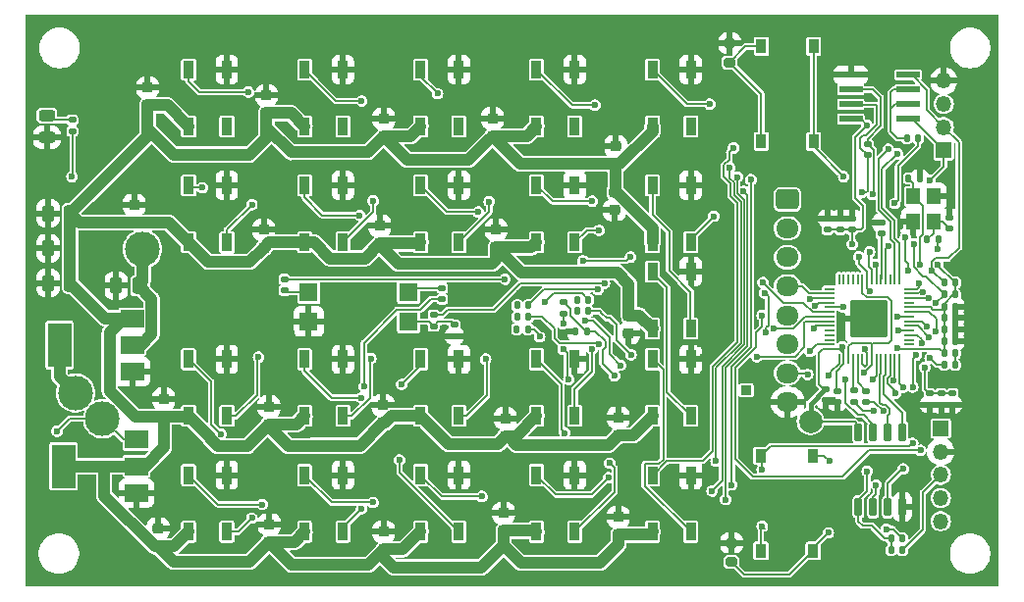
<source format=gbr>
G04 #@! TF.GenerationSoftware,KiCad,Pcbnew,7.99.0-1900-g89780d353a*
G04 #@! TF.CreationDate,2023-08-29T18:06:46+03:00*
G04 #@! TF.ProjectId,RP2040_minimal,52503230-3430-45f6-9d69-6e696d616c2e,REV1*
G04 #@! TF.SameCoordinates,Original*
G04 #@! TF.FileFunction,Copper,L1,Top*
G04 #@! TF.FilePolarity,Positive*
%FSLAX46Y46*%
G04 Gerber Fmt 4.6, Leading zero omitted, Abs format (unit mm)*
G04 Created by KiCad (PCBNEW 7.99.0-1900-g89780d353a) date 2023-08-29 18:06:46*
%MOMM*%
%LPD*%
G01*
G04 APERTURE LIST*
G04 Aperture macros list*
%AMRoundRect*
0 Rectangle with rounded corners*
0 $1 Rounding radius*
0 $2 $3 $4 $5 $6 $7 $8 $9 X,Y pos of 4 corners*
0 Add a 4 corners polygon primitive as box body*
4,1,4,$2,$3,$4,$5,$6,$7,$8,$9,$2,$3,0*
0 Add four circle primitives for the rounded corners*
1,1,$1+$1,$2,$3*
1,1,$1+$1,$4,$5*
1,1,$1+$1,$6,$7*
1,1,$1+$1,$8,$9*
0 Add four rect primitives between the rounded corners*
20,1,$1+$1,$2,$3,$4,$5,0*
20,1,$1+$1,$4,$5,$6,$7,0*
20,1,$1+$1,$6,$7,$8,$9,0*
20,1,$1+$1,$8,$9,$2,$3,0*%
G04 Aperture macros list end*
G04 #@! TA.AperFunction,SMDPad,CuDef*
%ADD10RoundRect,0.150000X0.150000X-0.650000X0.150000X0.650000X-0.150000X0.650000X-0.150000X-0.650000X0*%
G04 #@! TD*
G04 #@! TA.AperFunction,SMDPad,CuDef*
%ADD11R,0.900000X1.500000*%
G04 #@! TD*
G04 #@! TA.AperFunction,SMDPad,CuDef*
%ADD12RoundRect,0.140000X0.170000X-0.140000X0.170000X0.140000X-0.170000X0.140000X-0.170000X-0.140000X0*%
G04 #@! TD*
G04 #@! TA.AperFunction,SMDPad,CuDef*
%ADD13RoundRect,0.225000X0.250000X-0.225000X0.250000X0.225000X-0.250000X0.225000X-0.250000X-0.225000X0*%
G04 #@! TD*
G04 #@! TA.AperFunction,SMDPad,CuDef*
%ADD14RoundRect,0.041300X0.943700X0.253700X-0.943700X0.253700X-0.943700X-0.253700X0.943700X-0.253700X0*%
G04 #@! TD*
G04 #@! TA.AperFunction,SMDPad,CuDef*
%ADD15RoundRect,0.140000X-0.140000X-0.170000X0.140000X-0.170000X0.140000X0.170000X-0.140000X0.170000X0*%
G04 #@! TD*
G04 #@! TA.AperFunction,SMDPad,CuDef*
%ADD16RoundRect,0.140000X-0.170000X0.140000X-0.170000X-0.140000X0.170000X-0.140000X0.170000X0.140000X0*%
G04 #@! TD*
G04 #@! TA.AperFunction,SMDPad,CuDef*
%ADD17RoundRect,0.050000X0.387500X0.050000X-0.387500X0.050000X-0.387500X-0.050000X0.387500X-0.050000X0*%
G04 #@! TD*
G04 #@! TA.AperFunction,SMDPad,CuDef*
%ADD18RoundRect,0.050000X0.050000X0.387500X-0.050000X0.387500X-0.050000X-0.387500X0.050000X-0.387500X0*%
G04 #@! TD*
G04 #@! TA.AperFunction,ComponentPad*
%ADD19C,0.600000*%
G04 #@! TD*
G04 #@! TA.AperFunction,SMDPad,CuDef*
%ADD20RoundRect,0.144000X1.456000X1.456000X-1.456000X1.456000X-1.456000X-1.456000X1.456000X-1.456000X0*%
G04 #@! TD*
G04 #@! TA.AperFunction,SMDPad,CuDef*
%ADD21RoundRect,0.250000X0.250000X0.475000X-0.250000X0.475000X-0.250000X-0.475000X0.250000X-0.475000X0*%
G04 #@! TD*
G04 #@! TA.AperFunction,SMDPad,CuDef*
%ADD22R,1.200000X1.400000*%
G04 #@! TD*
G04 #@! TA.AperFunction,SMDPad,CuDef*
%ADD23RoundRect,0.140000X0.140000X0.170000X-0.140000X0.170000X-0.140000X-0.170000X0.140000X-0.170000X0*%
G04 #@! TD*
G04 #@! TA.AperFunction,ComponentPad*
%ADD24R,1.350000X1.350000*%
G04 #@! TD*
G04 #@! TA.AperFunction,ComponentPad*
%ADD25O,1.350000X1.350000*%
G04 #@! TD*
G04 #@! TA.AperFunction,SMDPad,CuDef*
%ADD26RoundRect,0.225000X-0.250000X0.225000X-0.250000X-0.225000X0.250000X-0.225000X0.250000X0.225000X0*%
G04 #@! TD*
G04 #@! TA.AperFunction,SMDPad,CuDef*
%ADD27RoundRect,0.200000X0.275000X-0.200000X0.275000X0.200000X-0.275000X0.200000X-0.275000X-0.200000X0*%
G04 #@! TD*
G04 #@! TA.AperFunction,SMDPad,CuDef*
%ADD28R,1.600000X1.600000*%
G04 #@! TD*
G04 #@! TA.AperFunction,ComponentPad*
%ADD29R,0.850000X0.850000*%
G04 #@! TD*
G04 #@! TA.AperFunction,SMDPad,CuDef*
%ADD30R,2.000000X1.500000*%
G04 #@! TD*
G04 #@! TA.AperFunction,SMDPad,CuDef*
%ADD31R,2.000000X3.800000*%
G04 #@! TD*
G04 #@! TA.AperFunction,SMDPad,CuDef*
%ADD32R,0.900000X1.200000*%
G04 #@! TD*
G04 #@! TA.AperFunction,SMDPad,CuDef*
%ADD33RoundRect,0.243750X0.456250X-0.243750X0.456250X0.243750X-0.456250X0.243750X-0.456250X-0.243750X0*%
G04 #@! TD*
G04 #@! TA.AperFunction,ComponentPad*
%ADD34RoundRect,0.250000X-0.725000X0.600000X-0.725000X-0.600000X0.725000X-0.600000X0.725000X0.600000X0*%
G04 #@! TD*
G04 #@! TA.AperFunction,ComponentPad*
%ADD35O,1.950000X1.700000*%
G04 #@! TD*
G04 #@! TA.AperFunction,ViaPad*
%ADD36C,0.600000*%
G04 #@! TD*
G04 #@! TA.AperFunction,ViaPad*
%ADD37C,3.000000*%
G04 #@! TD*
G04 #@! TA.AperFunction,ViaPad*
%ADD38C,2.000000*%
G04 #@! TD*
G04 #@! TA.AperFunction,Conductor*
%ADD39C,0.150000*%
G04 #@! TD*
G04 #@! TA.AperFunction,Conductor*
%ADD40C,1.000000*%
G04 #@! TD*
G04 #@! TA.AperFunction,Conductor*
%ADD41C,0.400000*%
G04 #@! TD*
G04 #@! TA.AperFunction,Conductor*
%ADD42C,0.200000*%
G04 #@! TD*
G04 APERTURE END LIST*
D10*
X177221000Y-131748400D03*
X178491000Y-131748400D03*
X179761000Y-131748400D03*
X181031000Y-131748400D03*
X181031000Y-125348400D03*
X179761000Y-125348400D03*
X178491000Y-125348400D03*
X177221000Y-125348400D03*
D11*
X159456000Y-123898400D03*
X162756000Y-123898400D03*
X162756000Y-118998400D03*
X159456000Y-118998400D03*
D12*
X142376000Y-116978400D03*
X142376000Y-116018400D03*
D13*
X145974400Y-109342400D03*
X145974400Y-107792400D03*
X146774400Y-125647400D03*
X146774400Y-124097400D03*
X126164400Y-97752400D03*
X126164400Y-96202400D03*
X114764400Y-107202400D03*
X114764400Y-105652400D03*
D14*
X181511000Y-98253400D03*
X181511000Y-96983400D03*
X181511000Y-95713400D03*
X181511000Y-94443400D03*
X176561000Y-94443400D03*
X176561000Y-95713400D03*
X176561000Y-96983400D03*
X176561000Y-98253400D03*
D15*
X184596000Y-113418400D03*
X185556000Y-113418400D03*
D16*
X175386000Y-121758400D03*
X175386000Y-122718400D03*
D15*
X184596000Y-115448400D03*
X185556000Y-115448400D03*
X152946000Y-114838400D03*
X153906000Y-114838400D03*
D17*
X181591900Y-118119900D03*
X181591900Y-117719900D03*
X181591900Y-117319900D03*
X181591900Y-116919900D03*
X181591900Y-116519900D03*
X181591900Y-116119900D03*
X181591900Y-115719900D03*
X181591900Y-115319900D03*
X181591900Y-114919900D03*
X181591900Y-114519900D03*
X181591900Y-114119900D03*
X181591900Y-113719900D03*
X181591900Y-113319900D03*
X181591900Y-112919900D03*
D18*
X180754400Y-112082400D03*
X180354400Y-112082400D03*
X179954400Y-112082400D03*
X179554400Y-112082400D03*
X179154400Y-112082400D03*
X178754400Y-112082400D03*
X178354400Y-112082400D03*
X177954400Y-112082400D03*
X177554400Y-112082400D03*
X177154400Y-112082400D03*
X176754400Y-112082400D03*
X176354400Y-112082400D03*
X175954400Y-112082400D03*
X175554400Y-112082400D03*
D17*
X174716900Y-112919900D03*
X174716900Y-113319900D03*
X174716900Y-113719900D03*
X174716900Y-114119900D03*
X174716900Y-114519900D03*
X174716900Y-114919900D03*
X174716900Y-115319900D03*
X174716900Y-115719900D03*
X174716900Y-116119900D03*
X174716900Y-116519900D03*
X174716900Y-116919900D03*
X174716900Y-117319900D03*
X174716900Y-117719900D03*
X174716900Y-118119900D03*
D18*
X175554400Y-118957400D03*
X175954400Y-118957400D03*
X176354400Y-118957400D03*
X176754400Y-118957400D03*
X177154400Y-118957400D03*
X177554400Y-118957400D03*
X177954400Y-118957400D03*
X178354400Y-118957400D03*
X178754400Y-118957400D03*
X179154400Y-118957400D03*
X179554400Y-118957400D03*
X179954400Y-118957400D03*
X180354400Y-118957400D03*
X180754400Y-118957400D03*
D19*
X179429400Y-116794900D03*
X179429400Y-115519900D03*
X179429400Y-114244900D03*
X178154400Y-116794900D03*
X178154400Y-115519900D03*
D20*
X178154400Y-115519900D03*
D19*
X178154400Y-114244900D03*
X176879400Y-116794900D03*
X176879400Y-115519900D03*
X176879400Y-114244900D03*
D11*
X129456000Y-108898400D03*
X132756000Y-108898400D03*
X132756000Y-103998400D03*
X129456000Y-103998400D03*
D15*
X152946000Y-113848400D03*
X153906000Y-113848400D03*
D12*
X179196000Y-108168400D03*
X179196000Y-107208400D03*
D21*
X115116000Y-112648400D03*
X113216000Y-112648400D03*
D11*
X149456000Y-133898400D03*
X152756000Y-133898400D03*
X152756000Y-128998400D03*
X149456000Y-128998400D03*
D13*
X136274400Y-135422400D03*
X136274400Y-133872400D03*
D22*
X183664400Y-107122400D03*
X183664400Y-104922400D03*
X181964400Y-104922400D03*
X181964400Y-107122400D03*
D16*
X127726000Y-112108400D03*
X127726000Y-113068400D03*
D15*
X180046000Y-135468400D03*
X181006000Y-135468400D03*
D11*
X119456000Y-123898400D03*
X122756000Y-123898400D03*
X122756000Y-118998400D03*
X119456000Y-118998400D03*
X149456000Y-108898400D03*
X152756000Y-108898400D03*
X152756000Y-103998400D03*
X149456000Y-103998400D03*
D21*
X109226000Y-106398400D03*
X107326000Y-106398400D03*
D12*
X174546000Y-107788400D03*
X174546000Y-106828400D03*
D15*
X152836000Y-116618400D03*
X153796000Y-116618400D03*
D11*
X119456000Y-98898400D03*
X122756000Y-98898400D03*
X122756000Y-93998400D03*
X119456000Y-93998400D03*
D23*
X185556000Y-119478400D03*
X184596000Y-119478400D03*
D12*
X185096000Y-107728400D03*
X185096000Y-106768400D03*
D15*
X184616000Y-112388400D03*
X185576000Y-112388400D03*
D11*
X129456000Y-98898400D03*
X132756000Y-98898400D03*
X132756000Y-93998400D03*
X129456000Y-93998400D03*
X129456000Y-133898400D03*
X132756000Y-133898400D03*
X132756000Y-128998400D03*
X129456000Y-128998400D03*
D24*
X184316000Y-124978400D03*
D25*
X184316000Y-126978400D03*
X184316000Y-128978400D03*
X184316000Y-130978400D03*
X184316000Y-132978400D03*
D26*
X156186000Y-104563400D03*
X156186000Y-106113400D03*
D16*
X140576000Y-115188400D03*
X140576000Y-116148400D03*
X151776000Y-114078400D03*
X151776000Y-115038400D03*
X141326000Y-112828400D03*
X141326000Y-113788400D03*
D27*
X166276000Y-136508400D03*
X166276000Y-134858400D03*
D13*
X117316000Y-123958400D03*
X117316000Y-122408400D03*
D27*
X166106000Y-93363400D03*
X166106000Y-91713400D03*
D23*
X184096000Y-108668400D03*
X183136000Y-108668400D03*
D13*
X156514400Y-125582400D03*
X156514400Y-124032400D03*
X156516000Y-134153400D03*
X156516000Y-132603400D03*
D28*
X129816000Y-113198400D03*
X129816000Y-115738400D03*
X138436000Y-115738400D03*
X138436000Y-113198400D03*
D29*
X167556000Y-121678400D03*
D11*
X149456000Y-98898400D03*
X152756000Y-98898400D03*
X152756000Y-93998400D03*
X149456000Y-93998400D03*
D12*
X175666000Y-107788400D03*
X175666000Y-106828400D03*
D11*
X159456000Y-108898400D03*
X162756000Y-108898400D03*
X162756000Y-103998400D03*
X159456000Y-103998400D03*
D13*
X115914400Y-97072400D03*
X115914400Y-95522400D03*
X156286000Y-102133400D03*
X156286000Y-100583400D03*
D11*
X119456000Y-133898400D03*
X122756000Y-133898400D03*
X122756000Y-128998400D03*
X119456000Y-128998400D03*
D16*
X184346000Y-121958400D03*
X184346000Y-122918400D03*
D30*
X114614400Y-120072400D03*
X114614400Y-117772400D03*
D31*
X108314400Y-117772400D03*
D30*
X114614400Y-115472400D03*
D11*
X159466000Y-116348400D03*
X162766000Y-116348400D03*
X162766000Y-111448400D03*
X159466000Y-111448400D03*
X139456000Y-133898400D03*
X142756000Y-133898400D03*
X142756000Y-128998400D03*
X139456000Y-128998400D03*
D13*
X126404400Y-134807400D03*
X126404400Y-133257400D03*
D15*
X147776000Y-114348400D03*
X148736000Y-114348400D03*
D16*
X174376000Y-121588400D03*
X174376000Y-122548400D03*
X185346000Y-121958400D03*
X185346000Y-122918400D03*
D13*
X126384400Y-124637400D03*
X126384400Y-123087400D03*
D32*
X168806000Y-127348400D03*
X168806000Y-135548400D03*
X173306000Y-127348400D03*
X173306000Y-135548400D03*
D13*
X116826000Y-135153400D03*
X116826000Y-133603400D03*
X135944400Y-109002400D03*
X135944400Y-107452400D03*
X136214400Y-124502400D03*
X136214400Y-122952400D03*
D15*
X181396000Y-99908400D03*
X182356000Y-99908400D03*
D13*
X125934400Y-109362400D03*
X125934400Y-107812400D03*
D32*
X173346000Y-100178400D03*
X173346000Y-91978400D03*
X168846000Y-100178400D03*
X168846000Y-91978400D03*
D12*
X176666000Y-107788400D03*
X176666000Y-106828400D03*
D15*
X147756000Y-116398400D03*
X148716000Y-116398400D03*
D11*
X139456000Y-108898400D03*
X142756000Y-108898400D03*
X142756000Y-103998400D03*
X139456000Y-103998400D03*
D33*
X107236000Y-99828400D03*
X107236000Y-97953400D03*
D15*
X184596000Y-114448400D03*
X185556000Y-114448400D03*
D11*
X159456000Y-98898400D03*
X162756000Y-98898400D03*
X162756000Y-93998400D03*
X159456000Y-93998400D03*
X139456000Y-123898400D03*
X142756000Y-123898400D03*
X142756000Y-118998400D03*
X139456000Y-118998400D03*
D24*
X184576000Y-100948400D03*
D25*
X184576000Y-98948400D03*
X184576000Y-96948400D03*
X184576000Y-94948400D03*
D11*
X149456000Y-123898400D03*
X152756000Y-123898400D03*
X152756000Y-118998400D03*
X149456000Y-118998400D03*
D21*
X109226000Y-112418400D03*
X107326000Y-112418400D03*
D11*
X139456000Y-98898400D03*
X142756000Y-98898400D03*
X142756000Y-93998400D03*
X139456000Y-93998400D03*
D21*
X109226000Y-109408400D03*
X107326000Y-109408400D03*
D16*
X177996000Y-100398400D03*
X177996000Y-101358400D03*
D30*
X114956000Y-130538400D03*
X114956000Y-128238400D03*
D31*
X108656000Y-128238400D03*
D30*
X114956000Y-125938400D03*
D11*
X159456000Y-133898400D03*
X162756000Y-133898400D03*
X162756000Y-128998400D03*
X159456000Y-128998400D03*
D26*
X157416000Y-115213400D03*
X157416000Y-116763400D03*
D11*
X129456000Y-123898400D03*
X132756000Y-123898400D03*
X132756000Y-118998400D03*
X129456000Y-118998400D03*
D15*
X184596000Y-117438400D03*
X185556000Y-117438400D03*
X147776000Y-115338400D03*
X148736000Y-115338400D03*
D12*
X177896000Y-122678400D03*
X177896000Y-121718400D03*
D23*
X180996000Y-134448400D03*
X180036000Y-134448400D03*
D11*
X119456000Y-108898400D03*
X122756000Y-108898400D03*
X122756000Y-103998400D03*
X119456000Y-103998400D03*
D13*
X145664400Y-99732400D03*
X145664400Y-98182400D03*
D15*
X184596000Y-116448400D03*
X185556000Y-116448400D03*
D12*
X176826000Y-122668400D03*
X176826000Y-121708400D03*
X109436000Y-99298400D03*
X109436000Y-98338400D03*
D13*
X136284400Y-99762400D03*
X136284400Y-98212400D03*
D16*
X183346000Y-121958400D03*
X183346000Y-122918400D03*
D15*
X181536000Y-103378400D03*
X182496000Y-103378400D03*
X184596000Y-118478400D03*
X185556000Y-118478400D03*
D13*
X146616000Y-133813400D03*
X146616000Y-132263400D03*
D34*
X171106000Y-105198400D03*
D35*
X171106000Y-107698400D03*
X171106000Y-110198400D03*
X171106000Y-112698400D03*
X171106000Y-115198400D03*
X171106000Y-117698400D03*
X171106000Y-120198400D03*
X171106000Y-122698400D03*
D36*
X161230500Y-118270539D03*
X113076000Y-108688400D03*
X105716000Y-110188400D03*
X111386000Y-115968400D03*
X111316000Y-112548400D03*
X185226000Y-102858400D03*
X136676000Y-113488400D03*
X164366000Y-117198400D03*
X136656000Y-118258400D03*
X172906000Y-110838400D03*
X112386000Y-105398400D03*
X151906000Y-116878400D03*
X120606000Y-113758400D03*
X137736000Y-116988400D03*
X159596000Y-113328400D03*
X180656000Y-106308400D03*
X139596000Y-116938400D03*
X134196000Y-116898400D03*
X163246000Y-120968400D03*
X143296000Y-113118400D03*
X128356000Y-116678400D03*
X141576000Y-116288400D03*
X146706000Y-121788400D03*
X158856000Y-117638400D03*
X156116000Y-113698400D03*
X150086000Y-116408400D03*
X107006000Y-103848400D03*
X178106000Y-108738400D03*
X186386000Y-102288400D03*
X147946000Y-113258400D03*
X106026000Y-104358400D03*
X126576000Y-113508400D03*
X176146000Y-123888400D03*
X123856000Y-113698400D03*
X111326000Y-108728400D03*
X163516000Y-117708400D03*
X105816000Y-106478400D03*
X163806000Y-118788400D03*
X164696000Y-113218400D03*
X180836000Y-107558400D03*
X139906000Y-113488400D03*
X105726000Y-111108400D03*
X112306000Y-109688400D03*
X127166000Y-91118400D03*
X169006000Y-121658400D03*
X172296000Y-121378400D03*
X143616000Y-116488400D03*
X118606000Y-113228400D03*
X178286000Y-106168400D03*
X155836000Y-116218400D03*
X186426000Y-104388400D03*
X106166000Y-112648400D03*
X126696000Y-117308400D03*
X161316000Y-116628400D03*
X136526000Y-121298400D03*
X135306000Y-91168400D03*
X161356000Y-90978400D03*
X110286000Y-115468400D03*
X179786000Y-105018400D03*
X185236000Y-103638400D03*
X169196000Y-123668400D03*
X106276000Y-115238400D03*
X155926000Y-114938400D03*
X147276000Y-117358400D03*
X161506000Y-113278400D03*
X161396000Y-120888400D03*
X173116000Y-104958400D03*
X169576000Y-103618400D03*
X155736000Y-95188400D03*
X172796000Y-103668400D03*
X164876000Y-117938400D03*
X105836000Y-108058400D03*
X182976000Y-101438400D03*
X110946000Y-110878400D03*
X168906000Y-108818400D03*
X145246000Y-95668400D03*
X116056000Y-92038400D03*
X134486000Y-114058400D03*
X182566000Y-126868400D03*
D37*
X112035198Y-124133308D03*
D36*
X168916000Y-115198400D03*
X109396000Y-103228400D03*
X108106000Y-125218400D03*
X182506000Y-110812900D03*
X178671500Y-110812900D03*
D37*
X115486000Y-109498400D03*
D36*
X175926000Y-114518400D03*
X184084221Y-110806621D03*
X177956000Y-98798400D03*
D38*
X173085396Y-124359372D03*
D36*
X180576000Y-118008400D03*
X177786000Y-118092900D03*
D37*
X109696000Y-121898400D03*
D36*
X177246000Y-110138400D03*
X134571500Y-121348400D03*
X176686000Y-109078400D03*
X179626000Y-133668400D03*
X175829900Y-117938321D03*
X178210009Y-113123900D03*
X177678900Y-120178507D03*
X182945122Y-119687522D03*
X180360675Y-105543725D03*
X179829900Y-109203900D03*
X173016000Y-113818400D03*
X155316000Y-112437900D03*
X165766000Y-131118400D03*
X125796000Y-131538400D03*
X183316503Y-113675167D03*
X167316000Y-104488400D03*
X180566000Y-115328400D03*
X183866500Y-116610332D03*
X172846000Y-120318400D03*
X122246000Y-125468400D03*
X124906000Y-132718400D03*
X167946000Y-103498400D03*
X182440122Y-112452522D03*
X144746000Y-130843900D03*
X166290500Y-129848400D03*
X125486000Y-118828400D03*
X120646000Y-104188400D03*
X124616000Y-95928400D03*
X124916000Y-105638400D03*
X177527254Y-104609654D03*
X178446000Y-104768400D03*
X134366000Y-122328400D03*
X134366000Y-131918400D03*
X183531342Y-111312663D03*
X183316000Y-117118400D03*
X183131049Y-116191692D03*
X181991500Y-109038400D03*
X183876373Y-114173464D03*
X183386000Y-103538400D03*
X164941500Y-127808400D03*
X155666000Y-129218400D03*
X166125092Y-102449232D03*
X180556000Y-101248400D03*
X134216000Y-106568400D03*
X135166000Y-118928400D03*
X135366000Y-105318400D03*
X134386000Y-96698400D03*
X137636000Y-127688400D03*
X137836000Y-121168400D03*
X166451000Y-100753400D03*
X179806000Y-100868400D03*
X145066000Y-118988900D03*
X144436000Y-106278400D03*
X145376000Y-105388400D03*
X140926000Y-96058400D03*
X151896000Y-125358400D03*
X155776000Y-127978400D03*
X154256000Y-118122900D03*
X154258646Y-105355901D03*
X154496000Y-97058400D03*
X154846000Y-107868400D03*
X166776000Y-103268400D03*
X164596000Y-130378400D03*
X135346000Y-131368400D03*
X182740268Y-113195888D03*
X164746000Y-106648400D03*
X164386000Y-96958400D03*
X178556000Y-123488400D03*
X179376000Y-123488400D03*
X152246000Y-120728400D03*
X151756000Y-118143900D03*
X151746000Y-115928400D03*
X181096000Y-121408400D03*
X177976000Y-128668400D03*
X184046000Y-109508400D03*
X178176000Y-109728400D03*
X183396500Y-118898400D03*
X174656000Y-120388400D03*
X156176000Y-120418400D03*
X173034285Y-118309212D03*
X174626000Y-133988400D03*
X174706000Y-127798400D03*
X173493772Y-114395885D03*
X149734786Y-117059178D03*
X168986000Y-112378400D03*
X154772705Y-112963120D03*
X157596000Y-118608400D03*
X169906000Y-116348400D03*
X153646000Y-115698400D03*
X156696000Y-119518400D03*
X168456000Y-118778400D03*
X150196000Y-114028400D03*
X154875476Y-117719027D03*
X173366000Y-116328400D03*
X169130292Y-113263900D03*
X169231252Y-116674696D03*
X178746000Y-129858400D03*
X180229900Y-120842900D03*
X180423360Y-121932900D03*
X181082043Y-128472357D03*
X178426000Y-120708400D03*
X176126000Y-120718400D03*
X181476000Y-111337400D03*
X181276000Y-108438400D03*
X182656000Y-117595400D03*
X175946000Y-103222900D03*
X168926000Y-133408400D03*
X180636000Y-116538400D03*
X181896000Y-126258400D03*
X182200271Y-118644400D03*
X181896000Y-121388400D03*
X168926000Y-128518400D03*
X146736000Y-112088400D03*
X157566000Y-110168400D03*
X153476000Y-110498400D03*
D39*
X173085396Y-124359372D02*
X173134424Y-124408400D01*
X173134424Y-124408400D02*
X176906000Y-124408400D01*
X176906000Y-124408400D02*
X177221000Y-124723400D01*
X177221000Y-124723400D02*
X177221000Y-124948400D01*
X178491000Y-124948400D02*
X178491000Y-124633400D01*
X176126000Y-122780446D02*
X176126000Y-120718400D01*
X178491000Y-124633400D02*
X177661000Y-123803400D01*
X177661000Y-123803400D02*
X177148954Y-123803400D01*
X177148954Y-123803400D02*
X176126000Y-122780446D01*
X179761000Y-124948400D02*
X179756000Y-124943400D01*
X179756000Y-124943400D02*
X179756000Y-123836720D01*
X179756000Y-123836720D02*
X179891000Y-123701720D01*
X179306478Y-122973400D02*
X179066000Y-122732922D01*
X179891000Y-123275080D02*
X179589320Y-122973400D01*
X179891000Y-123701720D02*
X179891000Y-123275080D01*
X179589320Y-122973400D02*
X179306478Y-122973400D01*
X179066000Y-120348400D02*
X179154400Y-120260000D01*
X179066000Y-122732922D02*
X179066000Y-120348400D01*
X179154400Y-120260000D02*
X179154400Y-118957400D01*
X179554400Y-118957400D02*
X179554400Y-120351673D01*
X179396000Y-120510073D02*
X179396000Y-121997521D01*
X179554400Y-120351673D02*
X179396000Y-120510073D01*
X181031000Y-123632521D02*
X181031000Y-125348400D01*
X179396000Y-121997521D02*
X181031000Y-123632521D01*
X181082043Y-128472357D02*
X180999580Y-128472357D01*
X180999580Y-128472357D02*
X179761000Y-129710937D01*
X179761000Y-129710937D02*
X179761000Y-131748400D01*
X178746000Y-129858400D02*
X178746000Y-130648400D01*
X178746000Y-130648400D02*
X178491000Y-130903400D01*
X178491000Y-130903400D02*
X178491000Y-131748400D01*
X179460670Y-134448400D02*
X178380670Y-133368400D01*
X178380670Y-133368400D02*
X177596000Y-133368400D01*
X177221000Y-132993400D02*
X177221000Y-131153400D01*
X177976000Y-130398400D02*
X177976000Y-128668400D01*
X177596000Y-133368400D02*
X177221000Y-132993400D01*
X180036000Y-134448400D02*
X179460670Y-134448400D01*
X177221000Y-131153400D02*
X177976000Y-130398400D01*
X109436000Y-103188400D02*
X109436000Y-99298400D01*
X109191092Y-124133308D02*
X112035198Y-124133308D01*
X175856000Y-129138400D02*
X168086000Y-129138400D01*
X108106000Y-125218400D02*
X109191092Y-124133308D01*
X168086000Y-129138400D02*
X166590500Y-127642900D01*
X166590500Y-119748164D02*
X168396000Y-117942664D01*
X168396000Y-116708400D02*
X168916000Y-116188400D01*
X109396000Y-103228400D02*
X109436000Y-103188400D01*
X166590500Y-127642900D02*
X166590500Y-119748164D01*
X168916000Y-116188400D02*
X168916000Y-115198400D01*
X113840290Y-125938400D02*
X114956000Y-125938400D01*
X112035198Y-124133308D02*
X113840290Y-125938400D01*
X168396000Y-117942664D02*
X168396000Y-116708400D01*
X178126000Y-126868400D02*
X175856000Y-129138400D01*
X182566000Y-126868400D02*
X178126000Y-126868400D01*
X182789400Y-108188812D02*
X182506000Y-108472212D01*
X181964400Y-104922400D02*
X182789400Y-105747400D01*
X178754400Y-110895800D02*
X178754400Y-112082400D01*
X182789400Y-105747400D02*
X182789400Y-108188812D01*
X182506000Y-108472212D02*
X182506000Y-110812900D01*
X178671500Y-110812900D02*
X178754400Y-110895800D01*
X181964400Y-103806800D02*
X181536000Y-103378400D01*
X181964400Y-104922400D02*
X181964400Y-103806800D01*
X183664400Y-108140000D02*
X183664400Y-107122400D01*
X183664400Y-107122400D02*
X184490000Y-107122400D01*
X184490000Y-107122400D02*
X185096000Y-107728400D01*
X183136000Y-108668400D02*
X183664400Y-108140000D01*
X134571500Y-117572900D02*
X134571500Y-121348400D01*
X176956000Y-99798400D02*
X176956000Y-105078400D01*
D40*
X108314400Y-120516800D02*
X109696000Y-121898400D01*
D39*
X177954400Y-112868291D02*
X177954400Y-112082400D01*
X137421000Y-114723400D02*
X134571500Y-117572900D01*
X184596000Y-118478400D02*
X184596000Y-117438400D01*
X177786000Y-118318400D02*
X177954400Y-118486800D01*
X184596000Y-114244588D02*
X184596000Y-114448400D01*
X184084221Y-110806621D02*
X184084221Y-110896621D01*
X174164500Y-118119900D02*
X173786000Y-118498400D01*
X180216000Y-133668400D02*
X179626000Y-133668400D01*
X177246000Y-110748400D02*
X177954400Y-111456800D01*
X175306000Y-120032209D02*
X175306000Y-121678400D01*
X177776000Y-119628400D02*
X177954400Y-119450000D01*
X185556000Y-113418400D02*
X185422188Y-113418400D01*
X184345936Y-114698464D02*
X183658910Y-114698464D01*
D40*
X115116000Y-112648400D02*
X116264400Y-113796800D01*
D39*
X184084221Y-110896621D02*
X185576000Y-112388400D01*
D40*
X116264400Y-113796800D02*
X116264400Y-116872400D01*
X115486000Y-109498400D02*
X115486000Y-112278400D01*
D39*
X175587500Y-118119900D02*
X175954400Y-118486800D01*
X175954400Y-118957400D02*
X175954400Y-118062821D01*
X176956000Y-105078400D02*
X177606000Y-105728400D01*
X177954400Y-119450000D02*
X177954400Y-118957400D01*
X175954400Y-118957400D02*
X175954400Y-119383809D01*
X177954400Y-111456800D02*
X177954400Y-112082400D01*
X177956000Y-98798400D02*
X177411000Y-98253400D01*
X184596000Y-114448400D02*
X184345936Y-114698464D01*
X173786000Y-121158400D02*
X174386000Y-121758400D01*
X176686000Y-109078400D02*
X176686000Y-107808400D01*
X175954400Y-118062821D02*
X175829900Y-117938321D01*
X177954400Y-118486800D02*
X177954400Y-118957400D01*
X175924500Y-114519900D02*
X175926000Y-114518400D01*
D40*
X116264400Y-116872400D02*
X115364400Y-117772400D01*
D39*
X180687500Y-118119900D02*
X180576000Y-118008400D01*
X185422188Y-113418400D02*
X184596000Y-114244588D01*
X180996000Y-134448400D02*
X180216000Y-133668400D01*
D40*
X115486000Y-112278400D02*
X115116000Y-112648400D01*
X108314400Y-117772400D02*
X108314400Y-120516800D01*
D39*
X174546000Y-107788400D02*
X176666000Y-107788400D01*
X177606000Y-107608400D02*
X177426000Y-107788400D01*
X176686000Y-107808400D02*
X176666000Y-107788400D01*
X184596000Y-117438400D02*
X184596000Y-116448400D01*
X177411000Y-98253400D02*
X176561000Y-98253400D01*
D41*
X174376000Y-121588400D02*
X174347177Y-121588400D01*
D39*
X178210009Y-113123900D02*
X177954400Y-112868291D01*
X175954400Y-119383809D02*
X175306000Y-120032209D01*
X175954400Y-118486800D02*
X175954400Y-118957400D01*
X174716900Y-118119900D02*
X175587500Y-118119900D01*
X140386000Y-113788400D02*
X139451000Y-114723400D01*
X185556000Y-113418400D02*
X185556000Y-112408400D01*
X174716900Y-114519900D02*
X175924500Y-114519900D01*
X177554400Y-118957400D02*
X177554400Y-119406800D01*
X183480346Y-114519900D02*
X181591900Y-114519900D01*
X184237500Y-118119900D02*
X184596000Y-118478400D01*
X177956000Y-98798400D02*
X176956000Y-99798400D01*
X177606000Y-105728400D02*
X177606000Y-107608400D01*
X139451000Y-114723400D02*
X137421000Y-114723400D01*
D40*
X115364400Y-117772400D02*
X114614400Y-117772400D01*
D39*
X184596000Y-116448400D02*
X184596000Y-115448400D01*
D41*
X173085396Y-122850181D02*
X173085396Y-124359372D01*
D39*
X181591900Y-118119900D02*
X184237500Y-118119900D01*
X184596000Y-114448400D02*
X184596000Y-115448400D01*
X141326000Y-113788400D02*
X140386000Y-113788400D01*
X175306000Y-121678400D02*
X175386000Y-121758400D01*
X177246000Y-110138400D02*
X177246000Y-110748400D01*
X173786000Y-118498400D02*
X173786000Y-121158400D01*
X183658910Y-114698464D02*
X183480346Y-114519900D01*
X181591900Y-118119900D02*
X180687500Y-118119900D01*
X174716900Y-118119900D02*
X174164500Y-118119900D01*
X177554400Y-119406800D02*
X177776000Y-119628400D01*
X177786000Y-118092900D02*
X177786000Y-118318400D01*
D41*
X174347177Y-121588400D02*
X173085396Y-122850181D01*
D39*
X185556000Y-112408400D02*
X185576000Y-112388400D01*
X177426000Y-107788400D02*
X176666000Y-107788400D01*
X183346000Y-121958400D02*
X185346000Y-121958400D01*
X182945122Y-121557522D02*
X183346000Y-121958400D01*
X177554400Y-113266800D02*
X177936000Y-113648400D01*
X178252800Y-117568400D02*
X178354400Y-117670000D01*
X178354400Y-118957400D02*
X178354400Y-117670000D01*
X177678900Y-120178507D02*
X178354400Y-119503007D01*
X182945122Y-119687522D02*
X182945122Y-121557522D01*
X178436000Y-117588400D02*
X178354400Y-117670000D01*
X179826000Y-117588400D02*
X178436000Y-117588400D01*
X176354400Y-117870000D02*
X176656000Y-117568400D01*
X176354400Y-118957400D02*
X176354400Y-117870000D01*
X176656000Y-117568400D02*
X178252800Y-117568400D01*
X178354400Y-119503007D02*
X178354400Y-118957400D01*
X177554400Y-112082400D02*
X177554400Y-113266800D01*
X179716745Y-113648400D02*
X180041000Y-113972655D01*
X180041000Y-113972655D02*
X180041000Y-117373400D01*
X180041000Y-117373400D02*
X179826000Y-117588400D01*
X177936000Y-113648400D02*
X179716745Y-113648400D01*
X180630500Y-102303900D02*
X182356000Y-100578400D01*
X180630500Y-105273900D02*
X180630500Y-102303900D01*
X179554400Y-109479400D02*
X179554400Y-112082400D01*
X180360675Y-105543725D02*
X180630500Y-105273900D01*
X179829900Y-109203900D02*
X179554400Y-109479400D01*
X182356000Y-100578400D02*
X182356000Y-99908400D01*
D40*
X147707000Y-125647400D02*
X149456000Y-123898400D01*
X126404400Y-134807400D02*
X128547000Y-134807400D01*
X135944400Y-109002400D02*
X135944400Y-109146800D01*
X155708400Y-126388400D02*
X156514400Y-125582400D01*
X118146000Y-101318400D02*
X124726000Y-101318400D01*
X138310400Y-101788400D02*
X143608400Y-101788400D01*
X112646000Y-121718400D02*
X112646000Y-116690800D01*
X118161000Y-136488400D02*
X119416000Y-136488400D01*
X145207200Y-100189600D02*
X145664400Y-99732400D01*
X128310000Y-97752400D02*
X129456000Y-98898400D01*
X156516000Y-134153400D02*
X159201000Y-134153400D01*
X145974400Y-110410000D02*
X145974400Y-109342400D01*
X156416000Y-111498400D02*
X157416000Y-112498400D01*
X117316000Y-126608400D02*
X117316000Y-123958400D01*
X116541000Y-135153400D02*
X112176000Y-130788400D01*
X157416000Y-112498400D02*
X157416000Y-115213400D01*
X156186000Y-104563400D02*
X156334295Y-104563400D01*
X139352000Y-109002400D02*
X139456000Y-108898400D01*
X137136000Y-136978400D02*
X136274400Y-136116800D01*
X113864400Y-115472400D02*
X114614400Y-115472400D01*
X115914400Y-97072400D02*
X117630000Y-97072400D01*
X148622000Y-99732400D02*
X149456000Y-98898400D01*
X145636000Y-110748400D02*
X145974400Y-110410000D01*
X145974400Y-109342400D02*
X148130400Y-111498400D01*
X137546000Y-110748400D02*
X145636000Y-110748400D01*
X148126000Y-136588400D02*
X146616000Y-135078400D01*
X126164400Y-98976800D02*
X128306000Y-101118400D01*
X139456000Y-123898400D02*
X141896000Y-126338400D01*
X124726000Y-101318400D02*
X126164400Y-99880000D01*
X126164400Y-97752400D02*
X128310000Y-97752400D01*
X157416000Y-115213400D02*
X158331000Y-115213400D01*
X135944400Y-109146800D02*
X137546000Y-110748400D01*
X126398400Y-108898400D02*
X130276000Y-108898400D01*
X147015000Y-125647400D02*
X147756000Y-126388400D01*
X146616000Y-135078400D02*
X144716000Y-136978400D01*
X110030000Y-107202400D02*
X114764400Y-107202400D01*
X114886000Y-123958400D02*
X112646000Y-121718400D01*
X124698400Y-110598400D02*
X125934400Y-109362400D01*
X129956000Y-126478400D02*
X134238400Y-126478400D01*
X141896000Y-126338400D02*
X146083400Y-126338400D01*
X137932000Y-135422400D02*
X139456000Y-133898400D01*
X115914400Y-97072400D02*
X115914400Y-99086800D01*
X136362695Y-124502400D02*
X136966695Y-123898400D01*
X126164400Y-97752400D02*
X126164400Y-98976800D01*
X114764400Y-107202400D02*
X117760000Y-107202400D01*
X112176000Y-128238400D02*
X108656000Y-128238400D01*
X156286000Y-104463400D02*
X156186000Y-104563400D01*
X136274400Y-135422400D02*
X137932000Y-135422400D01*
X159201000Y-134153400D02*
X159456000Y-133898400D01*
X126164400Y-99880000D02*
X126164400Y-97752400D01*
X136284400Y-99762400D02*
X138592000Y-99762400D01*
X117760000Y-107202400D02*
X121156000Y-110598400D01*
X156651000Y-102133400D02*
X159456000Y-99328400D01*
X136966695Y-123898400D02*
X139456000Y-123898400D01*
X130276000Y-108898400D02*
X131666000Y-110288400D01*
X157772000Y-125582400D02*
X159456000Y-123898400D01*
X119516000Y-123958400D02*
X121306000Y-125748400D01*
X149012000Y-109342400D02*
X149456000Y-108898400D01*
X158331000Y-115213400D02*
X159466000Y-116348400D01*
X146083400Y-126338400D02*
X146774400Y-125647400D01*
X145664400Y-99732400D02*
X148622000Y-99732400D01*
X121306000Y-125857761D02*
X121946639Y-126498400D01*
X138592000Y-99762400D02*
X139456000Y-98898400D01*
X129936000Y-126498400D02*
X129956000Y-126478400D01*
X128066000Y-126498400D02*
X129936000Y-126498400D01*
X124733400Y-136478400D02*
X126404400Y-134807400D01*
X159456000Y-99328400D02*
X159456000Y-98898400D01*
X121306000Y-125748400D02*
X121306000Y-125857761D01*
X115686000Y-128238400D02*
X117316000Y-126608400D01*
X119426000Y-136478400D02*
X124733400Y-136478400D01*
X128717000Y-124637400D02*
X129456000Y-123898400D01*
X134658400Y-110288400D02*
X135944400Y-109002400D01*
X148130400Y-111498400D02*
X156416000Y-111498400D01*
X125934400Y-109362400D02*
X126398400Y-108898400D01*
X117630000Y-97072400D02*
X119456000Y-98898400D01*
X126384400Y-124816800D02*
X128066000Y-126498400D01*
X148065400Y-102133400D02*
X156286000Y-102133400D01*
X136284400Y-99762400D02*
X138310400Y-101788400D01*
X128306000Y-101118400D02*
X134928400Y-101118400D01*
X114614400Y-115472400D02*
X112280000Y-115472400D01*
X115914400Y-99710000D02*
X115914400Y-97072400D01*
X145974400Y-109342400D02*
X149012000Y-109342400D01*
X118201000Y-135153400D02*
X119456000Y-133898400D01*
X156286000Y-102133400D02*
X156651000Y-102133400D01*
X146616000Y-133813400D02*
X146616000Y-135078400D01*
X144716000Y-136978400D02*
X137136000Y-136978400D01*
X121156000Y-110598400D02*
X124698400Y-110598400D01*
X134948400Y-136748400D02*
X136274400Y-135422400D01*
X131666000Y-110288400D02*
X134658400Y-110288400D01*
X112280000Y-115472400D02*
X109226000Y-112418400D01*
X126384400Y-124637400D02*
X128717000Y-124637400D01*
X117316000Y-123958400D02*
X119516000Y-123958400D01*
X126384400Y-124637400D02*
X126384400Y-124816800D01*
X156514400Y-125582400D02*
X157772000Y-125582400D01*
X116826000Y-135153400D02*
X116541000Y-135153400D01*
X109226000Y-106398400D02*
X110030000Y-107202400D01*
X119416000Y-136488400D02*
X119426000Y-136478400D01*
X134928400Y-101118400D02*
X136284400Y-99762400D01*
X114956000Y-128238400D02*
X115686000Y-128238400D01*
X136274400Y-136116800D02*
X136274400Y-135422400D01*
X116826000Y-135153400D02*
X118161000Y-136488400D01*
X135944400Y-109002400D02*
X139352000Y-109002400D01*
X128345400Y-136748400D02*
X134948400Y-136748400D01*
X159456000Y-107685105D02*
X159456000Y-108898400D01*
X134238400Y-126478400D02*
X136214400Y-124502400D01*
X109226000Y-112418400D02*
X109226000Y-106398400D01*
X145664400Y-99732400D02*
X148065400Y-102133400D01*
X156286000Y-102133400D02*
X156286000Y-104463400D01*
X128547000Y-134807400D02*
X129456000Y-133898400D01*
X124523400Y-126498400D02*
X126384400Y-124637400D01*
X146774400Y-125647400D02*
X147015000Y-125647400D01*
X146616000Y-133813400D02*
X149371000Y-133813400D01*
X136214400Y-124502400D02*
X136362695Y-124502400D01*
X154926000Y-136588400D02*
X148126000Y-136588400D01*
X112176000Y-130788400D02*
X112176000Y-128238400D01*
X114956000Y-128238400D02*
X112176000Y-128238400D01*
X117316000Y-123958400D02*
X114886000Y-123958400D01*
X146774400Y-125647400D02*
X147707000Y-125647400D01*
X112646000Y-116690800D02*
X113864400Y-115472400D01*
X116826000Y-135153400D02*
X118201000Y-135153400D01*
X147756000Y-126388400D02*
X155708400Y-126388400D01*
X115914400Y-99086800D02*
X118146000Y-101318400D01*
X156516000Y-134153400D02*
X156516000Y-134998400D01*
X156334295Y-104563400D02*
X159456000Y-107685105D01*
X149371000Y-133813400D02*
X149456000Y-133898400D01*
X121946639Y-126498400D02*
X124523400Y-126498400D01*
X156516000Y-134998400D02*
X154926000Y-136588400D01*
X143608400Y-101788400D02*
X145207200Y-100189600D01*
X126404400Y-134807400D02*
X128345400Y-136748400D01*
X109226000Y-106398400D02*
X115914400Y-99710000D01*
D39*
X141336000Y-115188400D02*
X141786000Y-114738400D01*
X173016000Y-113818400D02*
X173114500Y-113719900D01*
X141786000Y-114738400D02*
X145737680Y-114738400D01*
X173114500Y-113719900D02*
X174716900Y-113719900D01*
X145737680Y-114738400D02*
X148038180Y-112437900D01*
X148038180Y-112437900D02*
X155316000Y-112437900D01*
X140576000Y-115188400D02*
X141336000Y-115188400D01*
X165766000Y-119738278D02*
X167656000Y-117848278D01*
X167656000Y-104828400D02*
X167316000Y-104488400D01*
X121996000Y-131538400D02*
X125796000Y-131538400D01*
X165766000Y-131118400D02*
X165766000Y-119738278D01*
X183271770Y-113719900D02*
X181591900Y-113719900D01*
X119456000Y-128998400D02*
X121996000Y-131538400D01*
X167656000Y-117848278D02*
X167656000Y-104828400D01*
X183316503Y-113675167D02*
X183271770Y-113719900D01*
X181583400Y-115328400D02*
X181591900Y-115319900D01*
X180566000Y-115328400D02*
X181583400Y-115328400D01*
X172726000Y-120198400D02*
X172846000Y-120318400D01*
X183921000Y-115530937D02*
X183309963Y-114919900D01*
X183921000Y-116555832D02*
X183921000Y-115530937D01*
X171106000Y-120198400D02*
X172726000Y-120198400D01*
X183866500Y-116610332D02*
X183921000Y-116555832D01*
X183309963Y-114919900D02*
X181591900Y-114919900D01*
X121386000Y-120928400D02*
X119456000Y-118998400D01*
X122246000Y-125468400D02*
X121386000Y-124608400D01*
X121386000Y-124608400D02*
X121386000Y-120928400D01*
X122756000Y-133898400D02*
X123726000Y-133898400D01*
X123726000Y-133898400D02*
X124906000Y-132718400D01*
X166290500Y-119623900D02*
X166856000Y-119058400D01*
X166290500Y-129848400D02*
X166290500Y-119623900D01*
X141301500Y-130843900D02*
X144746000Y-130843900D01*
X182440122Y-112452522D02*
X182440122Y-112754278D01*
X166856000Y-119058400D02*
X167946000Y-117968400D01*
X182274500Y-112919900D02*
X181591900Y-112919900D01*
X182440122Y-112754278D02*
X182274500Y-112919900D01*
X167946000Y-117968400D02*
X167946000Y-103498400D01*
X139456000Y-128998400D02*
X141301500Y-130843900D01*
X120646000Y-104188400D02*
X119646000Y-104188400D01*
X125386000Y-118928400D02*
X125386000Y-122058400D01*
X125486000Y-118828400D02*
X125386000Y-118928400D01*
X125386000Y-122058400D02*
X123546000Y-123898400D01*
X123546000Y-123898400D02*
X122756000Y-123898400D01*
X119646000Y-104188400D02*
X119456000Y-103998400D01*
X124616000Y-95928400D02*
X120386000Y-95928400D01*
X122756000Y-107798400D02*
X124916000Y-105638400D01*
X119456000Y-94998400D02*
X119456000Y-93998400D01*
X120386000Y-95928400D02*
X119456000Y-94998400D01*
X122756000Y-108898400D02*
X122756000Y-107798400D01*
X177386000Y-99938400D02*
X177646000Y-99678400D01*
X177646000Y-99678400D02*
X177876000Y-99678400D01*
X178836000Y-98718400D02*
X178836000Y-97162664D01*
X177996000Y-104458400D02*
X177844746Y-104609654D01*
X176596000Y-97018400D02*
X176561000Y-96983400D01*
X177876000Y-99678400D02*
X178836000Y-98718400D01*
X178836000Y-97162664D02*
X178691736Y-97018400D01*
X177844746Y-104609654D02*
X177527254Y-104609654D01*
X177996000Y-101358400D02*
X177996000Y-104458400D01*
X177996000Y-101358400D02*
X177386000Y-100748400D01*
X178691736Y-97018400D02*
X176596000Y-97018400D01*
X177386000Y-100748400D02*
X177386000Y-99938400D01*
X177996000Y-99968400D02*
X177996122Y-99968400D01*
X178531000Y-100933400D02*
X178531000Y-104683400D01*
X178451000Y-95713400D02*
X176561000Y-95713400D01*
X178531000Y-104683400D02*
X178446000Y-104768400D01*
X177996000Y-100398400D02*
X177996000Y-99968400D01*
X179136000Y-98828522D02*
X179136000Y-96398400D01*
X177996122Y-99968400D02*
X179136000Y-98828522D01*
X177996000Y-100398400D02*
X178531000Y-100933400D01*
X179136000Y-96398400D02*
X178451000Y-95713400D01*
X185556000Y-119478400D02*
X185556000Y-118478400D01*
X129456000Y-120008400D02*
X129456000Y-118998400D01*
X132756000Y-133898400D02*
X132756000Y-133528400D01*
X132756000Y-133528400D02*
X134366000Y-131918400D01*
X134366000Y-122328400D02*
X131776000Y-122328400D01*
X131776000Y-122328400D02*
X129456000Y-120008400D01*
X183116000Y-97488400D02*
X184576000Y-98948400D01*
X183536000Y-110588400D02*
X183536000Y-111308400D01*
X182317500Y-116119900D02*
X181591900Y-116119900D01*
X185871000Y-109363400D02*
X184952779Y-110281621D01*
X183316000Y-117118400D02*
X182317500Y-116119900D01*
X181511000Y-94443400D02*
X181815005Y-94443400D01*
X185871000Y-100243400D02*
X185871000Y-109363400D01*
X184952779Y-110281621D02*
X183842779Y-110281621D01*
X183842779Y-110281621D02*
X183536000Y-110588400D01*
X183116000Y-95744395D02*
X183116000Y-97488400D01*
X183536000Y-111308400D02*
X184616000Y-112388400D01*
X181815005Y-94443400D02*
X183116000Y-95744395D01*
X184576000Y-98948400D02*
X185871000Y-100243400D01*
X181991500Y-111040863D02*
X182804037Y-111853400D01*
X183131049Y-116191692D02*
X182659257Y-115719900D01*
X183031000Y-111853400D02*
X184596000Y-113418400D01*
X181991500Y-109038400D02*
X181991500Y-111040863D01*
X183386000Y-103538400D02*
X184576000Y-102348400D01*
X182659257Y-115719900D02*
X181591900Y-115719900D01*
X181881000Y-98253400D02*
X184576000Y-100948400D01*
X184596000Y-113453837D02*
X184596000Y-113418400D01*
X182804037Y-111853400D02*
X183031000Y-111853400D01*
X181511000Y-98253400D02*
X181881000Y-98253400D01*
X183876373Y-114173464D02*
X184596000Y-113453837D01*
X184576000Y-102348400D02*
X184576000Y-100948400D01*
X179256000Y-102548400D02*
X179256000Y-105954136D01*
X179256000Y-105954136D02*
X180296000Y-106994136D01*
X155666000Y-129218400D02*
X154206000Y-130678400D01*
X166125092Y-102449232D02*
X166125092Y-103345812D01*
X151136000Y-130678400D02*
X149456000Y-128998400D01*
X154206000Y-130678400D02*
X151136000Y-130678400D01*
X180296000Y-108531558D02*
X180754400Y-108989958D01*
X167076000Y-117608034D02*
X164941500Y-119742534D01*
X180556000Y-101248400D02*
X179256000Y-102548400D01*
X166125092Y-103345812D02*
X166486000Y-103706720D01*
X164941500Y-119742534D02*
X164941500Y-127808400D01*
X166486000Y-104796842D02*
X167076000Y-105386842D01*
X180754400Y-108989958D02*
X180754400Y-112082400D01*
X167076000Y-105386842D02*
X167076000Y-117608034D01*
X166486000Y-103706720D02*
X166486000Y-104796842D01*
X180296000Y-106994136D02*
X180296000Y-108531558D01*
X134216000Y-106568400D02*
X130996000Y-106568400D01*
X129456000Y-105028400D02*
X129456000Y-103998400D01*
X135166000Y-118928400D02*
X135086000Y-119008400D01*
X133538463Y-123898400D02*
X132756000Y-123898400D01*
X130996000Y-106568400D02*
X129456000Y-105028400D01*
X135086000Y-122350863D02*
X133538463Y-123898400D01*
X135086000Y-119008400D02*
X135086000Y-122350863D01*
X132756000Y-108898400D02*
X135366000Y-106288400D01*
X135366000Y-106288400D02*
X135366000Y-105318400D01*
X134386000Y-96698400D02*
X132156000Y-96698400D01*
X132156000Y-96698400D02*
X129456000Y-93998400D01*
X109436000Y-98338400D02*
X107621000Y-98338400D01*
X107621000Y-98338400D02*
X107236000Y-97953400D01*
X137636000Y-128778400D02*
X137636000Y-127688400D01*
X137836000Y-121168400D02*
X139456000Y-119548400D01*
X139456000Y-119548400D02*
X139456000Y-118998400D01*
X142756000Y-133898400D02*
X137636000Y-128778400D01*
X160676000Y-127778400D02*
X159456000Y-128998400D01*
X179806000Y-100868400D02*
X178966000Y-101708400D01*
X166076000Y-101128400D02*
X166076000Y-101770004D01*
X165610092Y-103240934D02*
X166196000Y-103826842D01*
X166786000Y-105506964D02*
X166786000Y-117487912D01*
X164641500Y-119632412D02*
X164641500Y-126932900D01*
X165610092Y-102235912D02*
X165610092Y-103240934D01*
X178966000Y-101708400D02*
X178966000Y-106088400D01*
X166196000Y-103826842D02*
X166196000Y-104916964D01*
X163796000Y-127778400D02*
X160676000Y-127778400D01*
X166196000Y-104916964D02*
X166786000Y-105506964D01*
X180006000Y-107128400D02*
X180006000Y-108651680D01*
X164641500Y-126932900D02*
X163796000Y-127778400D01*
X180006000Y-108651680D02*
X180354400Y-109000080D01*
X180354400Y-109000080D02*
X180354400Y-112082400D01*
X166786000Y-117487912D02*
X164641500Y-119632412D01*
X178966000Y-106088400D02*
X180006000Y-107128400D01*
X166076000Y-101770004D02*
X165610092Y-102235912D01*
X166451000Y-100753400D02*
X166076000Y-101128400D01*
X145186000Y-119108900D02*
X145186000Y-122138400D01*
X145066000Y-118988900D02*
X145186000Y-119108900D01*
X143426000Y-123898400D02*
X142756000Y-123898400D01*
X144436000Y-106278400D02*
X141736000Y-106278400D01*
X141736000Y-106278400D02*
X139456000Y-103998400D01*
X145186000Y-122138400D02*
X143426000Y-123898400D01*
X140926000Y-96058400D02*
X139456000Y-94588400D01*
X142756000Y-108898400D02*
X145376000Y-106278400D01*
X139456000Y-94588400D02*
X139456000Y-93998400D01*
X145376000Y-106278400D02*
X145376000Y-105388400D01*
X180016000Y-97338400D02*
X180371000Y-96983400D01*
X181506000Y-95708400D02*
X180256000Y-95708400D01*
X180616000Y-99908400D02*
X180016000Y-99308400D01*
X181396000Y-99908400D02*
X180616000Y-99908400D01*
X181511000Y-95713400D02*
X181506000Y-95708400D01*
X180016000Y-95948400D02*
X180016000Y-97338400D01*
X180016000Y-99308400D02*
X180016000Y-97338400D01*
X180371000Y-96983400D02*
X181511000Y-96983400D01*
X180256000Y-95708400D02*
X180016000Y-95948400D01*
X151626000Y-125088400D02*
X151626000Y-121168400D01*
X156191000Y-130463400D02*
X156191000Y-128393400D01*
X152756000Y-133898400D02*
X156191000Y-130463400D01*
X151626000Y-121168400D02*
X149456000Y-118998400D01*
X151896000Y-125358400D02*
X151626000Y-125088400D01*
X156191000Y-128393400D02*
X155776000Y-127978400D01*
X172386000Y-112698400D02*
X172981000Y-113293400D01*
X174715400Y-113318400D02*
X174716900Y-113319900D01*
X172981000Y-113293400D02*
X173233463Y-113293400D01*
X171106000Y-112698400D02*
X172386000Y-112698400D01*
X173258463Y-113318400D02*
X174715400Y-113318400D01*
X173233463Y-113293400D02*
X173258463Y-113318400D01*
X152756000Y-121568400D02*
X152756000Y-123898400D01*
X154258646Y-105355901D02*
X150813501Y-105355901D01*
X154256000Y-118122900D02*
X154256000Y-120068400D01*
X154256000Y-120068400D02*
X152756000Y-121568400D01*
X150813501Y-105355901D02*
X149456000Y-103998400D01*
X154846000Y-107868400D02*
X153786000Y-107868400D01*
X153786000Y-107868400D02*
X152756000Y-108898400D01*
X154496000Y-97058400D02*
X152516000Y-97058400D01*
X152516000Y-97058400D02*
X149456000Y-93998400D01*
X158791000Y-129933400D02*
X158791000Y-128033400D01*
X160396000Y-119938400D02*
X159456000Y-118998400D01*
X160396000Y-127648278D02*
X160396000Y-119938400D01*
X162756000Y-133898400D02*
X158791000Y-129933400D01*
X160010878Y-128033400D02*
X160396000Y-127648278D01*
X158791000Y-128033400D02*
X160010878Y-128033400D01*
X164596000Y-130378400D02*
X165476000Y-129498400D01*
X131826000Y-131368400D02*
X135346000Y-131368400D01*
X166776000Y-104676720D02*
X166776000Y-103268400D01*
X167366000Y-105266720D02*
X166776000Y-104676720D01*
X182438512Y-113195888D02*
X182314500Y-113319900D01*
X182314500Y-113319900D02*
X181591900Y-113319900D01*
X129456000Y-128998400D02*
X131826000Y-131368400D01*
X165476000Y-129498400D02*
X165476000Y-119618156D01*
X167366000Y-117728156D02*
X167366000Y-105266720D01*
X165476000Y-119618156D02*
X167366000Y-117728156D01*
X182740268Y-113195888D02*
X182438512Y-113195888D01*
X160716000Y-121858400D02*
X160716000Y-112808400D01*
X160716000Y-112808400D02*
X159446000Y-111538400D01*
X162756000Y-123898400D02*
X160716000Y-121858400D01*
X162416000Y-96958400D02*
X159456000Y-93998400D01*
X162756000Y-108898400D02*
X162756000Y-108638400D01*
X164386000Y-96958400D02*
X162416000Y-96958400D01*
X162756000Y-108638400D02*
X164746000Y-106648400D01*
X181006000Y-135468400D02*
X182776000Y-133698400D01*
X182776000Y-130518400D02*
X184316000Y-128978400D01*
X182776000Y-133698400D02*
X182776000Y-130518400D01*
D42*
X177646000Y-123488400D02*
X178556000Y-123488400D01*
X176826000Y-122668400D02*
X177646000Y-123488400D01*
X179376000Y-123488400D02*
X178566000Y-122678400D01*
X178566000Y-122678400D02*
X177896000Y-122678400D01*
D39*
X151746000Y-115928400D02*
X151746000Y-115068400D01*
X151746000Y-115068400D02*
X151776000Y-115038400D01*
X152091000Y-118478900D02*
X151756000Y-118143900D01*
X152091000Y-120573400D02*
X152091000Y-118478900D01*
X152246000Y-120728400D02*
X152091000Y-120573400D01*
X180046000Y-135468400D02*
X180046000Y-134458400D01*
X180046000Y-134458400D02*
X180036000Y-134448400D01*
X181096000Y-121408400D02*
X180754400Y-121066800D01*
X180754400Y-121066800D02*
X180754400Y-118957400D01*
X178354400Y-111238263D02*
X178146500Y-111030363D01*
X178146500Y-111030363D02*
X178146500Y-109757900D01*
X184046000Y-109508400D02*
X184046000Y-108718400D01*
X178354400Y-112082400D02*
X178354400Y-111238263D01*
X184046000Y-108718400D02*
X184096000Y-108668400D01*
X178146500Y-109757900D02*
X178176000Y-109728400D01*
X179196000Y-108168400D02*
X179196000Y-112040800D01*
X179196000Y-112040800D02*
X179154400Y-112082400D01*
X174836000Y-120077945D02*
X175554400Y-119359545D01*
X174836000Y-120208400D02*
X174836000Y-120077945D01*
X183976500Y-119478400D02*
X183396500Y-118898400D01*
X175554400Y-119359545D02*
X175554400Y-118957400D01*
X184596000Y-119478400D02*
X183976500Y-119478400D01*
X174656000Y-120388400D02*
X174836000Y-120208400D01*
X177154400Y-120976800D02*
X177154400Y-118957400D01*
X177896000Y-121718400D02*
X177154400Y-120976800D01*
X176754400Y-121636800D02*
X176754400Y-118957400D01*
X176826000Y-121708400D02*
X176754400Y-121636800D01*
X155390476Y-117963924D02*
X155390476Y-117472876D01*
X155146000Y-118208400D02*
X155390476Y-117963924D01*
X154536000Y-116618400D02*
X153796000Y-116618400D01*
X173034285Y-118309212D02*
X173623597Y-117719900D01*
X155146000Y-119388400D02*
X155146000Y-118208400D01*
X152386000Y-115278400D02*
X153726000Y-116618400D01*
X153726000Y-116618400D02*
X153796000Y-116618400D01*
X173623597Y-117719900D02*
X174716900Y-117719900D01*
X155390476Y-117472876D02*
X154536000Y-116618400D01*
X156176000Y-120418400D02*
X155146000Y-119388400D01*
X151776000Y-114078400D02*
X152386000Y-114688400D01*
X152386000Y-114688400D02*
X152386000Y-115278400D01*
X168846000Y-96103400D02*
X166106000Y-93363400D01*
X168846000Y-100178400D02*
X168846000Y-96103400D01*
X168846000Y-91978400D02*
X167491000Y-91978400D01*
X167491000Y-91978400D02*
X166106000Y-93363400D01*
X171256000Y-137598400D02*
X173306000Y-135548400D01*
X173306000Y-135548400D02*
X173306000Y-135308400D01*
X174256000Y-127348400D02*
X173306000Y-127348400D01*
X167366000Y-137598400D02*
X171256000Y-137598400D01*
X174706000Y-127798400D02*
X174256000Y-127348400D01*
X166276000Y-136508400D02*
X167366000Y-137598400D01*
X173306000Y-135308400D02*
X174626000Y-133988400D01*
X173769757Y-114119900D02*
X174716900Y-114119900D01*
X149734786Y-116917186D02*
X149216000Y-116398400D01*
X173493772Y-114395885D02*
X173769757Y-114119900D01*
X149734786Y-117059178D02*
X149734786Y-116917186D01*
X149216000Y-116398400D02*
X148716000Y-116398400D01*
X172461000Y-114123400D02*
X173257500Y-114919900D01*
X168986000Y-112378400D02*
X170731000Y-114123400D01*
X173257500Y-114919900D02*
X174716900Y-114919900D01*
X154772705Y-112963120D02*
X154767425Y-112968400D01*
X154767425Y-112968400D02*
X150116000Y-112968400D01*
X170731000Y-114123400D02*
X172461000Y-114123400D01*
X150116000Y-112968400D02*
X148736000Y-114348400D01*
X172629780Y-115319900D02*
X174716900Y-115319900D01*
X154906000Y-114838400D02*
X153906000Y-114838400D01*
X157596000Y-118608400D02*
X156351000Y-117363400D01*
X171601280Y-116348400D02*
X172629780Y-115319900D01*
X155126000Y-115058400D02*
X154906000Y-114838400D01*
X156351000Y-116005080D02*
X155794320Y-115448400D01*
X155516000Y-115448400D02*
X155126000Y-115058400D01*
X169906000Y-116348400D02*
X171601280Y-116348400D01*
X155794320Y-115448400D02*
X155516000Y-115448400D01*
X156351000Y-117363400D02*
X156351000Y-116005080D01*
X171736000Y-118778400D02*
X172556000Y-117958400D01*
X150901000Y-113323400D02*
X150196000Y-114028400D01*
X155741000Y-117083400D02*
X155741000Y-118563400D01*
X154356000Y-115698400D02*
X155741000Y-117083400D01*
X155741000Y-118563400D02*
X156696000Y-119518400D01*
X172556000Y-117958400D02*
X172556000Y-115817944D01*
X172654044Y-115719900D02*
X174716900Y-115719900D01*
X168456000Y-118778400D02*
X171736000Y-118778400D01*
X172556000Y-115817944D02*
X172654044Y-115719900D01*
X153906000Y-113848400D02*
X153381000Y-113323400D01*
X153646000Y-115698400D02*
X154356000Y-115698400D01*
X153381000Y-113323400D02*
X150901000Y-113323400D01*
X151026000Y-116378400D02*
X149966000Y-115318400D01*
X169231252Y-116280685D02*
X169231252Y-116674696D01*
X169446000Y-113579608D02*
X169446000Y-116065937D01*
X149966000Y-115318400D02*
X149576000Y-115318400D01*
X154875476Y-117719027D02*
X154764849Y-117608400D01*
X151456000Y-117608400D02*
X151026000Y-117178400D01*
X151026000Y-117178400D02*
X151026000Y-116378400D01*
X149556000Y-115338400D02*
X148736000Y-115338400D01*
X174716900Y-116119900D02*
X173574500Y-116119900D01*
X149576000Y-115318400D02*
X149556000Y-115338400D01*
X169130292Y-113263900D02*
X169446000Y-113579608D01*
X169446000Y-116065937D02*
X169231252Y-116280685D01*
X154764849Y-117608400D02*
X151456000Y-117608400D01*
X173574500Y-116119900D02*
X173366000Y-116328400D01*
X180354400Y-118957400D02*
X180354400Y-120718400D01*
X180354400Y-120718400D02*
X180229900Y-120842900D01*
X179696000Y-121051463D02*
X179696000Y-120634337D01*
X179696000Y-120634337D02*
X179954400Y-120375937D01*
X180423360Y-121778823D02*
X179696000Y-121051463D01*
X179954400Y-120375937D02*
X179954400Y-118957400D01*
X180423360Y-121932900D02*
X180423360Y-121778823D01*
X178426000Y-120708400D02*
X178754400Y-120380000D01*
X178754400Y-120380000D02*
X178754400Y-118957400D01*
X181276000Y-110528400D02*
X181476000Y-110728400D01*
X182656000Y-117288400D02*
X182287500Y-116919900D01*
X173346000Y-100622900D02*
X173346000Y-100178400D01*
X175946000Y-103222900D02*
X173346000Y-100622900D01*
X182656000Y-117595400D02*
X182656000Y-117288400D01*
X173346000Y-100178400D02*
X173346000Y-91978400D01*
X181276000Y-108438400D02*
X181276000Y-110528400D01*
X181476000Y-110728400D02*
X181476000Y-111337400D01*
X182287500Y-116919900D02*
X181591900Y-116919900D01*
X182200271Y-118644400D02*
X181896000Y-118948671D01*
X168926000Y-128518400D02*
X168926000Y-127468400D01*
X169621000Y-126533400D02*
X181621000Y-126533400D01*
X168926000Y-133408400D02*
X169106000Y-133588400D01*
X169106000Y-136048400D02*
X168916000Y-135858400D01*
X181621000Y-126533400D02*
X181896000Y-126258400D01*
X181896000Y-118948671D02*
X181896000Y-121388400D01*
X181591900Y-116519900D02*
X180654500Y-116519900D01*
X168806000Y-133528400D02*
X168806000Y-135548400D01*
X168926000Y-133408400D02*
X168806000Y-133528400D01*
X168926000Y-127468400D02*
X168806000Y-127348400D01*
X180654500Y-116519900D02*
X180636000Y-116538400D01*
X168806000Y-127348400D02*
X169621000Y-126533400D01*
X159456000Y-106538400D02*
X159456000Y-103998400D01*
X160896000Y-111318400D02*
X160896000Y-107978400D01*
X162746000Y-116438400D02*
X162746000Y-113168400D01*
X162746000Y-113168400D02*
X160896000Y-111318400D01*
X160896000Y-107978400D02*
X159456000Y-106538400D01*
X127746000Y-112088400D02*
X146736000Y-112088400D01*
X153476000Y-110498400D02*
X157236000Y-110498400D01*
X157236000Y-110498400D02*
X157566000Y-110168400D01*
X127726000Y-112108400D02*
X127746000Y-112088400D01*
X127856000Y-113198400D02*
X127726000Y-113068400D01*
X129816000Y-113198400D02*
X127856000Y-113198400D01*
X141326000Y-112828400D02*
X138806000Y-112828400D01*
X138806000Y-112828400D02*
X138436000Y-113198400D01*
X140951000Y-115773400D02*
X140576000Y-116148400D01*
X142131000Y-115773400D02*
X140951000Y-115773400D01*
X142376000Y-116018400D02*
X142131000Y-115773400D01*
X140166000Y-115738400D02*
X138436000Y-115738400D01*
X140576000Y-116148400D02*
X140166000Y-115738400D01*
G04 #@! TA.AperFunction,Conductor*
G36*
X167950370Y-118847204D02*
G01*
X167964223Y-118874878D01*
X167970834Y-118920855D01*
X167970835Y-118920857D01*
X168030623Y-119051773D01*
X168030624Y-119051774D01*
X168030625Y-119051776D01*
X168123753Y-119159252D01*
X168124872Y-119160543D01*
X168245947Y-119238353D01*
X168299196Y-119253988D01*
X168384034Y-119278899D01*
X168384037Y-119278899D01*
X168384039Y-119278900D01*
X168384040Y-119278900D01*
X168527960Y-119278900D01*
X168527961Y-119278900D01*
X168527963Y-119278899D01*
X168527965Y-119278899D01*
X168563370Y-119268503D01*
X168666053Y-119238353D01*
X168787128Y-119160543D01*
X168848982Y-119089158D01*
X168864880Y-119070812D01*
X168898416Y-119054025D01*
X168901912Y-119053900D01*
X170886372Y-119053900D01*
X170921020Y-119068252D01*
X170935372Y-119102900D01*
X170921020Y-119137548D01*
X170891175Y-119151664D01*
X170775065Y-119163100D01*
X170775064Y-119163100D01*
X170577043Y-119223169D01*
X170394548Y-119320716D01*
X170234590Y-119451990D01*
X170103316Y-119611948D01*
X170005769Y-119794443D01*
X170005768Y-119794445D01*
X170005768Y-119794446D01*
X170003337Y-119802459D01*
X169945700Y-119992464D01*
X169945700Y-119992465D01*
X169925417Y-120198399D01*
X169925417Y-120198400D01*
X169945700Y-120404334D01*
X169945700Y-120404335D01*
X169971156Y-120488252D01*
X170002559Y-120591776D01*
X170005769Y-120602356D01*
X170011688Y-120613430D01*
X170103315Y-120784850D01*
X170234590Y-120944810D01*
X170394550Y-121076085D01*
X170577046Y-121173632D01*
X170775066Y-121233700D01*
X170893716Y-121245386D01*
X170926791Y-121263065D01*
X170937677Y-121298953D01*
X170919998Y-121332028D01*
X170893069Y-121342973D01*
X170750678Y-121355092D01*
X170750665Y-121355094D01*
X170526957Y-121413344D01*
X170526951Y-121413346D01*
X170316317Y-121508558D01*
X170124796Y-121638005D01*
X170124787Y-121638012D01*
X169957902Y-121797958D01*
X169957901Y-121797959D01*
X169820445Y-121983810D01*
X169820440Y-121983818D01*
X169716369Y-122190233D01*
X169716368Y-122190236D01*
X169648682Y-122411253D01*
X169648678Y-122411270D01*
X169644436Y-122444399D01*
X169644437Y-122444400D01*
X170620071Y-122444400D01*
X170654719Y-122458752D01*
X170669071Y-122493400D01*
X170667086Y-122507205D01*
X170631000Y-122630100D01*
X170631000Y-122766699D01*
X170667086Y-122889595D01*
X170663077Y-122926883D01*
X170633876Y-122950415D01*
X170620071Y-122952400D01*
X169646562Y-122952400D01*
X169646561Y-122952401D01*
X169677828Y-123097484D01*
X169677831Y-123097492D01*
X169764022Y-123311987D01*
X169885222Y-123508829D01*
X169885222Y-123508830D01*
X170037944Y-123682355D01*
X170037946Y-123682357D01*
X170217809Y-123827586D01*
X170419617Y-123940322D01*
X170637579Y-124017333D01*
X170851999Y-124054099D01*
X170852000Y-124054099D01*
X170852000Y-123180836D01*
X170866352Y-123146188D01*
X170901000Y-123131836D01*
X170921350Y-123136262D01*
X170970801Y-123158846D01*
X171072025Y-123173400D01*
X171072029Y-123173400D01*
X171139971Y-123173400D01*
X171139975Y-123173400D01*
X171241199Y-123158846D01*
X171290647Y-123136263D01*
X171328123Y-123134925D01*
X171355572Y-123160480D01*
X171360000Y-123180836D01*
X171360000Y-124050329D01*
X171461332Y-124041705D01*
X171461334Y-124041705D01*
X171685042Y-123983455D01*
X171685048Y-123983453D01*
X171886252Y-123892503D01*
X171923736Y-123891309D01*
X171951085Y-123916970D01*
X171953565Y-123950562D01*
X171900280Y-124137839D01*
X171879753Y-124359372D01*
X171900280Y-124580904D01*
X171900281Y-124580910D01*
X171961166Y-124794898D01*
X171961169Y-124794905D01*
X172060336Y-124994058D01*
X172060337Y-124994060D01*
X172060338Y-124994061D01*
X172084416Y-125025945D01*
X172194412Y-125171605D01*
X172194415Y-125171608D01*
X172358829Y-125321492D01*
X172358830Y-125321493D01*
X172358834Y-125321496D01*
X172547995Y-125438619D01*
X172755456Y-125518990D01*
X172974153Y-125559872D01*
X172974155Y-125559872D01*
X173196637Y-125559872D01*
X173196639Y-125559872D01*
X173415336Y-125518990D01*
X173622797Y-125438619D01*
X173811958Y-125321496D01*
X173976377Y-125171608D01*
X174110454Y-124994061D01*
X174209625Y-124794900D01*
X174231080Y-124719489D01*
X174254366Y-124690093D01*
X174278210Y-124683900D01*
X176671500Y-124683900D01*
X176706148Y-124698252D01*
X176720500Y-124732900D01*
X176720500Y-126031661D01*
X176730427Y-126099794D01*
X176730428Y-126099796D01*
X176773245Y-126187379D01*
X176775569Y-126224810D01*
X176750745Y-126252921D01*
X176729224Y-126257900D01*
X169652957Y-126257900D01*
X169643397Y-126256958D01*
X169621001Y-126252503D01*
X169621000Y-126252503D01*
X169618899Y-126252921D01*
X169597737Y-126257130D01*
X169597735Y-126257130D01*
X169593868Y-126257900D01*
X169593867Y-126257900D01*
X169541798Y-126268257D01*
X169513504Y-126273885D01*
X169480715Y-126295794D01*
X169446656Y-126318551D01*
X169446654Y-126318553D01*
X169422375Y-126334776D01*
X169422374Y-126334777D01*
X169409686Y-126353765D01*
X169403594Y-126361188D01*
X169231236Y-126533548D01*
X169196588Y-126547900D01*
X168336252Y-126547900D01*
X168277768Y-126559532D01*
X168277769Y-126559533D01*
X168211447Y-126603847D01*
X168174632Y-126658946D01*
X168167133Y-126670169D01*
X168155500Y-126728652D01*
X168155500Y-127968148D01*
X168167133Y-128026631D01*
X168181345Y-128047900D01*
X168211447Y-128092952D01*
X168231412Y-128106292D01*
X168277769Y-128137267D01*
X168336252Y-128148900D01*
X168476622Y-128148900D01*
X168511270Y-128163252D01*
X168525622Y-128197900D01*
X168513654Y-128229988D01*
X168500625Y-128245023D01*
X168500624Y-128245025D01*
X168440833Y-128375945D01*
X168420353Y-128518397D01*
X168420353Y-128518402D01*
X168440833Y-128660854D01*
X168475844Y-128737515D01*
X168496980Y-128783797D01*
X168501432Y-128793544D01*
X168502771Y-128831023D01*
X168477216Y-128858472D01*
X168456860Y-128862900D01*
X168220412Y-128862900D01*
X168185764Y-128848548D01*
X166880352Y-127543136D01*
X166866000Y-127508488D01*
X166866000Y-122229220D01*
X166880352Y-122194572D01*
X166915000Y-122180220D01*
X166949648Y-122194572D01*
X166955738Y-122201992D01*
X166961111Y-122210033D01*
X166986447Y-122247952D01*
X167007930Y-122262306D01*
X167052769Y-122292267D01*
X167111252Y-122303900D01*
X167111255Y-122303900D01*
X168000745Y-122303900D01*
X168000748Y-122303900D01*
X168059231Y-122292267D01*
X168125552Y-122247952D01*
X168169867Y-122181631D01*
X168181500Y-122123148D01*
X168181500Y-121233652D01*
X168169867Y-121175169D01*
X168143301Y-121135412D01*
X168125552Y-121108847D01*
X168084411Y-121081358D01*
X168059231Y-121064533D01*
X168000748Y-121052900D01*
X167111252Y-121052900D01*
X167052769Y-121064533D01*
X166986447Y-121108847D01*
X166955742Y-121154802D01*
X166924559Y-121175637D01*
X166887777Y-121168321D01*
X166866942Y-121137138D01*
X166866000Y-121127579D01*
X166866000Y-119882575D01*
X166880351Y-119847928D01*
X167881075Y-118847203D01*
X167915722Y-118832852D01*
X167950370Y-118847204D01*
G37*
G04 #@! TD.AperFunction*
G04 #@! TA.AperFunction,Conductor*
G36*
X175219648Y-122308752D02*
G01*
X175234000Y-122343400D01*
X175234000Y-122464400D01*
X175591000Y-122464400D01*
X175625648Y-122478752D01*
X175640000Y-122513400D01*
X175640000Y-123504939D01*
X175658173Y-123503509D01*
X175658174Y-123503509D01*
X175815398Y-123457830D01*
X175956317Y-123374491D01*
X175956322Y-123374487D01*
X176072087Y-123258722D01*
X176092914Y-123223506D01*
X176122905Y-123200989D01*
X176160034Y-123206272D01*
X176169739Y-123213801D01*
X176931544Y-123975606D01*
X176937636Y-123983029D01*
X176950328Y-124002022D01*
X176950329Y-124002023D01*
X176950330Y-124002024D01*
X176972199Y-124016636D01*
X176972213Y-124016646D01*
X176973331Y-124017393D01*
X176973332Y-124017394D01*
X176994716Y-124031682D01*
X177031690Y-124056387D01*
X177039263Y-124067722D01*
X177040927Y-124066611D01*
X177060045Y-124066611D01*
X177121821Y-124078900D01*
X177121824Y-124078900D01*
X177124172Y-124079367D01*
X177124177Y-124079367D01*
X177148954Y-124084296D01*
X177167687Y-124080569D01*
X177171353Y-124079841D01*
X177180911Y-124078900D01*
X177526588Y-124078900D01*
X177561236Y-124093252D01*
X177996887Y-124528903D01*
X178011239Y-124563551D01*
X178006262Y-124585068D01*
X178000427Y-124597004D01*
X177990500Y-124665138D01*
X177990500Y-126031661D01*
X178000427Y-126099794D01*
X178000428Y-126099796D01*
X178043245Y-126187379D01*
X178045569Y-126224810D01*
X178020745Y-126252921D01*
X177999224Y-126257900D01*
X177712776Y-126257900D01*
X177678128Y-126243548D01*
X177663776Y-126208900D01*
X177668755Y-126187379D01*
X177685859Y-126152392D01*
X177711573Y-126099793D01*
X177721500Y-126031660D01*
X177721500Y-124665140D01*
X177720597Y-124658945D01*
X177716685Y-124632093D01*
X177711573Y-124597007D01*
X177660198Y-124491917D01*
X177577483Y-124409202D01*
X177504805Y-124373672D01*
X177472396Y-124357828D01*
X177472394Y-124357827D01*
X177404262Y-124347900D01*
X177404260Y-124347900D01*
X177255412Y-124347900D01*
X177220764Y-124333548D01*
X177123406Y-124236190D01*
X177117312Y-124228764D01*
X177104626Y-124209777D01*
X177083624Y-124195744D01*
X177083624Y-124195743D01*
X177042599Y-124168332D01*
X177027009Y-124157915D01*
X177023262Y-124155411D01*
X177015688Y-124144076D01*
X177014027Y-124145187D01*
X176994908Y-124145187D01*
X176979224Y-124142068D01*
X176930768Y-124132429D01*
X176906000Y-124127503D01*
X176905999Y-124127503D01*
X176905998Y-124127503D01*
X176883603Y-124131958D01*
X176874043Y-124132900D01*
X174306110Y-124132900D01*
X174271462Y-124118548D01*
X174258981Y-124097310D01*
X174224353Y-123975606D01*
X174209625Y-123923844D01*
X174110454Y-123724683D01*
X174034325Y-123623872D01*
X173976379Y-123547138D01*
X173976376Y-123547135D01*
X173811962Y-123397251D01*
X173811959Y-123397249D01*
X173811958Y-123397248D01*
X173622797Y-123280125D01*
X173622794Y-123280124D01*
X173622793Y-123280123D01*
X173517195Y-123239214D01*
X173490071Y-123213315D01*
X173485896Y-123193523D01*
X173485896Y-123036369D01*
X173500247Y-123001722D01*
X173542430Y-122959539D01*
X173577077Y-122945188D01*
X173611725Y-122959540D01*
X173619253Y-122969245D01*
X173689908Y-123088717D01*
X173689912Y-123088722D01*
X173805677Y-123204487D01*
X173805682Y-123204491D01*
X173946602Y-123287830D01*
X173946600Y-123287830D01*
X174103825Y-123333509D01*
X174121999Y-123334939D01*
X174122000Y-123334938D01*
X174122000Y-122972400D01*
X174630000Y-122972400D01*
X174630000Y-123334939D01*
X174648173Y-123333509D01*
X174648174Y-123333509D01*
X174718387Y-123313110D01*
X174755663Y-123317225D01*
X174766706Y-123325516D01*
X174815677Y-123374487D01*
X174815682Y-123374491D01*
X174956602Y-123457830D01*
X174956600Y-123457830D01*
X175113825Y-123503509D01*
X175131999Y-123504939D01*
X175132000Y-123504938D01*
X175132000Y-122972400D01*
X174630000Y-122972400D01*
X174122000Y-122972400D01*
X174122000Y-122400265D01*
X174136352Y-122365617D01*
X174193217Y-122308752D01*
X174227865Y-122294400D01*
X175185000Y-122294400D01*
X175219648Y-122308752D01*
G37*
G04 #@! TD.AperFunction*
G04 #@! TA.AperFunction,Conductor*
G36*
X117484195Y-107917252D02*
G01*
X118791148Y-109224205D01*
X118805499Y-109258852D01*
X118805500Y-109668148D01*
X118817133Y-109726631D01*
X118834882Y-109753195D01*
X118861447Y-109792952D01*
X118884205Y-109808158D01*
X118927769Y-109837267D01*
X118986252Y-109848900D01*
X119395547Y-109848900D01*
X119430195Y-109863252D01*
X120645196Y-111078253D01*
X120646195Y-111079315D01*
X120688067Y-111126580D01*
X120688070Y-111126582D01*
X120688071Y-111126583D01*
X120740055Y-111162465D01*
X120741236Y-111163334D01*
X120780888Y-111194400D01*
X120790943Y-111202277D01*
X120806395Y-111209231D01*
X120814120Y-111213588D01*
X120828071Y-111223219D01*
X120887115Y-111245611D01*
X120888483Y-111246177D01*
X120935630Y-111267396D01*
X120946068Y-111272094D01*
X120954996Y-111273730D01*
X120962738Y-111275149D01*
X120971282Y-111277530D01*
X120987128Y-111283540D01*
X121049859Y-111291156D01*
X121051245Y-111291367D01*
X121113394Y-111302757D01*
X121176426Y-111298945D01*
X121177906Y-111298900D01*
X124676483Y-111298900D01*
X124677963Y-111298945D01*
X124741005Y-111302758D01*
X124741005Y-111302757D01*
X124741006Y-111302758D01*
X124803159Y-111291367D01*
X124804565Y-111291153D01*
X124867272Y-111283540D01*
X124883118Y-111277529D01*
X124891648Y-111275151D01*
X124908332Y-111272095D01*
X124965940Y-111246166D01*
X124967297Y-111245606D01*
X124985202Y-111238815D01*
X125026330Y-111223218D01*
X125040280Y-111213588D01*
X125048006Y-111209231D01*
X125063457Y-111202278D01*
X125113189Y-111163314D01*
X125114329Y-111162475D01*
X125166329Y-111126583D01*
X125208216Y-111079300D01*
X125209185Y-111078270D01*
X126273964Y-110013491D01*
X126300946Y-109999744D01*
X126317526Y-109997119D01*
X126395104Y-109957591D01*
X126437613Y-109935932D01*
X126437615Y-109935930D01*
X126437620Y-109935928D01*
X126532928Y-109840620D01*
X126533581Y-109839340D01*
X126578133Y-109751900D01*
X126594119Y-109720526D01*
X126596744Y-109703946D01*
X126610490Y-109676965D01*
X126674206Y-109613250D01*
X126708853Y-109598900D01*
X128756500Y-109598900D01*
X128791148Y-109613252D01*
X128805500Y-109647900D01*
X128805500Y-109668148D01*
X128817133Y-109726631D01*
X128834882Y-109753195D01*
X128861447Y-109792952D01*
X128884205Y-109808158D01*
X128927769Y-109837267D01*
X128986252Y-109848900D01*
X128986255Y-109848900D01*
X129925745Y-109848900D01*
X129925748Y-109848900D01*
X129984231Y-109837267D01*
X130050552Y-109792952D01*
X130069189Y-109765059D01*
X130100369Y-109744225D01*
X130137152Y-109751540D01*
X130144578Y-109757635D01*
X131155196Y-110768253D01*
X131156195Y-110769315D01*
X131169958Y-110784850D01*
X131198071Y-110816583D01*
X131250054Y-110852465D01*
X131251223Y-110853325D01*
X131300944Y-110892278D01*
X131316394Y-110899231D01*
X131324114Y-110903585D01*
X131338070Y-110913218D01*
X131364459Y-110923226D01*
X131397105Y-110935607D01*
X131398473Y-110936173D01*
X131456066Y-110962094D01*
X131456067Y-110962094D01*
X131456069Y-110962095D01*
X131472747Y-110965151D01*
X131481283Y-110967530D01*
X131497128Y-110973540D01*
X131559834Y-110981153D01*
X131561240Y-110981367D01*
X131623394Y-110992758D01*
X131686437Y-110988945D01*
X131687917Y-110988900D01*
X134636483Y-110988900D01*
X134637963Y-110988945D01*
X134701005Y-110992758D01*
X134701005Y-110992757D01*
X134701006Y-110992758D01*
X134763159Y-110981367D01*
X134764565Y-110981153D01*
X134827272Y-110973540D01*
X134843118Y-110967529D01*
X134851648Y-110965151D01*
X134868332Y-110962095D01*
X134925940Y-110936166D01*
X134927297Y-110935606D01*
X134958163Y-110923900D01*
X134986330Y-110913218D01*
X135000278Y-110903589D01*
X135008006Y-110899231D01*
X135023457Y-110892278D01*
X135073189Y-110853314D01*
X135074329Y-110852475D01*
X135126329Y-110816583D01*
X135168216Y-110769300D01*
X135169185Y-110768270D01*
X135837554Y-110099902D01*
X135872199Y-110085552D01*
X135906847Y-110099904D01*
X137035196Y-111228253D01*
X137036195Y-111229315D01*
X137078067Y-111276580D01*
X137078070Y-111276582D01*
X137078071Y-111276583D01*
X137130055Y-111312465D01*
X137131224Y-111313325D01*
X137148284Y-111326690D01*
X137176946Y-111349146D01*
X137180943Y-111352277D01*
X137196395Y-111359231D01*
X137204120Y-111363588D01*
X137218071Y-111373219D01*
X137277115Y-111395611D01*
X137278483Y-111396177D01*
X137309561Y-111410164D01*
X137336068Y-111422094D01*
X137344996Y-111423730D01*
X137352738Y-111425149D01*
X137361282Y-111427530D01*
X137377128Y-111433540D01*
X137439859Y-111441156D01*
X137441245Y-111441367D01*
X137503394Y-111452757D01*
X137566426Y-111448945D01*
X137567906Y-111448900D01*
X145614083Y-111448900D01*
X145615563Y-111448945D01*
X145678605Y-111452758D01*
X145678605Y-111452757D01*
X145678606Y-111452758D01*
X145740759Y-111441367D01*
X145742165Y-111441153D01*
X145804872Y-111433540D01*
X145820718Y-111427529D01*
X145829248Y-111425151D01*
X145845932Y-111422095D01*
X145903540Y-111396166D01*
X145904897Y-111395606D01*
X145922802Y-111388815D01*
X145963930Y-111373218D01*
X145977880Y-111363588D01*
X145985606Y-111359231D01*
X146001057Y-111352278D01*
X146050789Y-111313314D01*
X146051929Y-111312475D01*
X146103929Y-111276583D01*
X146145816Y-111229300D01*
X146146785Y-111228270D01*
X146454270Y-110920785D01*
X146455301Y-110919815D01*
X146476908Y-110900674D01*
X146512358Y-110888441D01*
X146544047Y-110902704D01*
X147619596Y-111978253D01*
X147620595Y-111979315D01*
X147662467Y-112026580D01*
X147662470Y-112026582D01*
X147662471Y-112026583D01*
X147714455Y-112062465D01*
X147715636Y-112063334D01*
X147740030Y-112082446D01*
X147765343Y-112102277D01*
X147780795Y-112109231D01*
X147788517Y-112113586D01*
X147802470Y-112123218D01*
X147848009Y-112140488D01*
X147875317Y-112166193D01*
X147876450Y-112203679D01*
X147857860Y-112227044D01*
X147839555Y-112239276D01*
X147839554Y-112239277D01*
X147826866Y-112258265D01*
X147820774Y-112265688D01*
X145637916Y-114448548D01*
X145603268Y-114462900D01*
X141817957Y-114462900D01*
X141808397Y-114461958D01*
X141786001Y-114457503D01*
X141786000Y-114457503D01*
X141778175Y-114459059D01*
X141762737Y-114462130D01*
X141762735Y-114462130D01*
X141758868Y-114462900D01*
X141758867Y-114462900D01*
X141722766Y-114470081D01*
X141678504Y-114478885D01*
X141640763Y-114504103D01*
X141611656Y-114523551D01*
X141611654Y-114523553D01*
X141587375Y-114539776D01*
X141587374Y-114539777D01*
X141574686Y-114558765D01*
X141568594Y-114566188D01*
X141236236Y-114898548D01*
X141201588Y-114912900D01*
X141089732Y-114912900D01*
X141055084Y-114898548D01*
X141045323Y-114884608D01*
X141044825Y-114883541D01*
X141029224Y-114850084D01*
X141029223Y-114850083D01*
X141029222Y-114850081D01*
X140944318Y-114765177D01*
X140944316Y-114765176D01*
X140886996Y-114738447D01*
X140835488Y-114714428D01*
X140825569Y-114713122D01*
X140785901Y-114707900D01*
X140785897Y-114707900D01*
X140366103Y-114707900D01*
X140366098Y-114707901D01*
X140316512Y-114714427D01*
X140207683Y-114765176D01*
X140207681Y-114765177D01*
X140122777Y-114850081D01*
X140122776Y-114850083D01*
X140072029Y-114958910D01*
X140072028Y-114958911D01*
X140069469Y-114978353D01*
X140066054Y-115004297D01*
X140065500Y-115008502D01*
X140065500Y-115368296D01*
X140065501Y-115368301D01*
X140070661Y-115407506D01*
X140060953Y-115443731D01*
X140028474Y-115462481D01*
X140022080Y-115462900D01*
X139485500Y-115462900D01*
X139450852Y-115448548D01*
X139436500Y-115413900D01*
X139436500Y-115047394D01*
X139450852Y-115012746D01*
X139475938Y-114999336D01*
X139478132Y-114998900D01*
X139478133Y-114998900D01*
X139558495Y-114982915D01*
X139600465Y-114954871D01*
X139626622Y-114937394D01*
X139626622Y-114937392D01*
X139631920Y-114933853D01*
X139631921Y-114933851D01*
X139649624Y-114922024D01*
X139662316Y-114903030D01*
X139668404Y-114895611D01*
X140485764Y-114078251D01*
X140520412Y-114063900D01*
X140812268Y-114063900D01*
X140846916Y-114078252D01*
X140856677Y-114092192D01*
X140872776Y-114126716D01*
X140872777Y-114126718D01*
X140957681Y-114211622D01*
X140957683Y-114211623D01*
X140957684Y-114211624D01*
X141066513Y-114262372D01*
X141116099Y-114268900D01*
X141535900Y-114268899D01*
X141585487Y-114262372D01*
X141694316Y-114211624D01*
X141779224Y-114126716D01*
X141829972Y-114017887D01*
X141836500Y-113968301D01*
X141836499Y-113608500D01*
X141829972Y-113558913D01*
X141829046Y-113556928D01*
X141799086Y-113492678D01*
X141779224Y-113450084D01*
X141779223Y-113450083D01*
X141779222Y-113450081D01*
X141694318Y-113365177D01*
X141694316Y-113365176D01*
X141667795Y-113352809D01*
X141642458Y-113325159D01*
X141644094Y-113287692D01*
X141667795Y-113263991D01*
X141674612Y-113260812D01*
X141694316Y-113251624D01*
X141779224Y-113166716D01*
X141829972Y-113057887D01*
X141836500Y-113008301D01*
X141836499Y-112648500D01*
X141829972Y-112598913D01*
X141828136Y-112594976D01*
X141798594Y-112531623D01*
X141779224Y-112490084D01*
X141779223Y-112490083D01*
X141779222Y-112490081D01*
X141736689Y-112447548D01*
X141722337Y-112412900D01*
X141736689Y-112378252D01*
X141771337Y-112363900D01*
X146290088Y-112363900D01*
X146324736Y-112378252D01*
X146327120Y-112380812D01*
X146402041Y-112467276D01*
X146404872Y-112470543D01*
X146525947Y-112548353D01*
X146593827Y-112568284D01*
X146664034Y-112588899D01*
X146664037Y-112588899D01*
X146664039Y-112588900D01*
X146664040Y-112588900D01*
X146807960Y-112588900D01*
X146807961Y-112588900D01*
X146807963Y-112588899D01*
X146807965Y-112588899D01*
X146837284Y-112580290D01*
X146946053Y-112548353D01*
X147067128Y-112470543D01*
X147161377Y-112361773D01*
X147221165Y-112230857D01*
X147221165Y-112230855D01*
X147221166Y-112230854D01*
X147241647Y-112088402D01*
X147241647Y-112088397D01*
X147221166Y-111945945D01*
X147213200Y-111928502D01*
X147161377Y-111815027D01*
X147157449Y-111810494D01*
X147067128Y-111706257D01*
X147057487Y-111700061D01*
X146946053Y-111628447D01*
X146946050Y-111628446D01*
X146807965Y-111587900D01*
X146807961Y-111587900D01*
X146664039Y-111587900D01*
X146664034Y-111587900D01*
X146525949Y-111628446D01*
X146525947Y-111628446D01*
X146525947Y-111628447D01*
X146488722Y-111652370D01*
X146404871Y-111706257D01*
X146327120Y-111795988D01*
X146293584Y-111812775D01*
X146290088Y-111812900D01*
X128230406Y-111812900D01*
X128195758Y-111798548D01*
X128185997Y-111784609D01*
X128179224Y-111770084D01*
X128144907Y-111735767D01*
X128094318Y-111685177D01*
X128094316Y-111685176D01*
X127985489Y-111634429D01*
X127985488Y-111634428D01*
X127975569Y-111633122D01*
X127935901Y-111627900D01*
X127935897Y-111627900D01*
X127516103Y-111627900D01*
X127516098Y-111627901D01*
X127466512Y-111634427D01*
X127357683Y-111685176D01*
X127357681Y-111685177D01*
X127272777Y-111770081D01*
X127272776Y-111770083D01*
X127222029Y-111878910D01*
X127222028Y-111878911D01*
X127220682Y-111889134D01*
X127216824Y-111918447D01*
X127215500Y-111928502D01*
X127215500Y-112288296D01*
X127215501Y-112288301D01*
X127222027Y-112337887D01*
X127272776Y-112446716D01*
X127272777Y-112446718D01*
X127357681Y-112531622D01*
X127357682Y-112531622D01*
X127357684Y-112531624D01*
X127372533Y-112538548D01*
X127384205Y-112543991D01*
X127409541Y-112571642D01*
X127407905Y-112609109D01*
X127384205Y-112632809D01*
X127357681Y-112645177D01*
X127272777Y-112730081D01*
X127272776Y-112730083D01*
X127222029Y-112838910D01*
X127222028Y-112838911D01*
X127215500Y-112888502D01*
X127215500Y-113248296D01*
X127215501Y-113248301D01*
X127222027Y-113297887D01*
X127272776Y-113406716D01*
X127272777Y-113406718D01*
X127357681Y-113491622D01*
X127357683Y-113491623D01*
X127357684Y-113491624D01*
X127466513Y-113542372D01*
X127516099Y-113548900D01*
X127935900Y-113548899D01*
X127985487Y-113542372D01*
X128094316Y-113491624D01*
X128094580Y-113491360D01*
X128097689Y-113488252D01*
X128132337Y-113473900D01*
X128766500Y-113473900D01*
X128801148Y-113488252D01*
X128815500Y-113522900D01*
X128815500Y-114018148D01*
X128827133Y-114076631D01*
X128835340Y-114088913D01*
X128871447Y-114142952D01*
X128898012Y-114160701D01*
X128937769Y-114187267D01*
X128996252Y-114198900D01*
X128996255Y-114198900D01*
X130635745Y-114198900D01*
X130635748Y-114198900D01*
X130694231Y-114187267D01*
X130760552Y-114142952D01*
X130804867Y-114076631D01*
X130816500Y-114018148D01*
X130816500Y-112412899D01*
X130830852Y-112378252D01*
X130865500Y-112363900D01*
X137386500Y-112363900D01*
X137421148Y-112378252D01*
X137435500Y-112412899D01*
X137435500Y-114018148D01*
X137447133Y-114076631D01*
X137455340Y-114088913D01*
X137491447Y-114142952D01*
X137518012Y-114160701D01*
X137557769Y-114187267D01*
X137616252Y-114198900D01*
X137616255Y-114198900D01*
X139255745Y-114198900D01*
X139255748Y-114198900D01*
X139314231Y-114187267D01*
X139380552Y-114142952D01*
X139424867Y-114076631D01*
X139436500Y-114018148D01*
X139436500Y-113152899D01*
X139450852Y-113118252D01*
X139485500Y-113103900D01*
X140812268Y-113103900D01*
X140846916Y-113118252D01*
X140856677Y-113132192D01*
X140872776Y-113166716D01*
X140872777Y-113166718D01*
X140957681Y-113251622D01*
X140957682Y-113251622D01*
X140957684Y-113251624D01*
X140971898Y-113258252D01*
X140984205Y-113263991D01*
X141009541Y-113291642D01*
X141007905Y-113329109D01*
X140984205Y-113352809D01*
X140957681Y-113365177D01*
X140872777Y-113450081D01*
X140872776Y-113450083D01*
X140856677Y-113484608D01*
X140829027Y-113509945D01*
X140812268Y-113512900D01*
X140417961Y-113512900D01*
X140408402Y-113511959D01*
X140386000Y-113507503D01*
X140362737Y-113512130D01*
X140362735Y-113512130D01*
X140358868Y-113512900D01*
X140358867Y-113512900D01*
X140329275Y-113518786D01*
X140278502Y-113528885D01*
X140236534Y-113556928D01*
X140211656Y-113573551D01*
X140211654Y-113573553D01*
X140187375Y-113589776D01*
X140187374Y-113589777D01*
X140174686Y-113608765D01*
X140168594Y-113616188D01*
X139351236Y-114433548D01*
X139316588Y-114447900D01*
X137452962Y-114447900D01*
X137443404Y-114446959D01*
X137421000Y-114442503D01*
X137313504Y-114463884D01*
X137246662Y-114508545D01*
X137246654Y-114508553D01*
X137222375Y-114524776D01*
X137222374Y-114524777D01*
X137209686Y-114543765D01*
X137203594Y-114551188D01*
X134399288Y-117355494D01*
X134391865Y-117361586D01*
X134372877Y-117374274D01*
X134372876Y-117374275D01*
X134357068Y-117397933D01*
X134357064Y-117397940D01*
X134342725Y-117419400D01*
X134311985Y-117465405D01*
X134299414Y-117528602D01*
X134290603Y-117572898D01*
X134290603Y-117572901D01*
X134295058Y-117595296D01*
X134296000Y-117604856D01*
X134296000Y-120903751D01*
X134281648Y-120938399D01*
X134273492Y-120944971D01*
X134264430Y-120950796D01*
X134240371Y-120966257D01*
X134146125Y-121075023D01*
X134146124Y-121075025D01*
X134086333Y-121205945D01*
X134065853Y-121348397D01*
X134065853Y-121348402D01*
X134086333Y-121490854D01*
X134113593Y-121550543D01*
X134146123Y-121621773D01*
X134146124Y-121621774D01*
X134146125Y-121621776D01*
X134240371Y-121730542D01*
X134240372Y-121730543D01*
X134267251Y-121747817D01*
X134270920Y-121750175D01*
X134292309Y-121780981D01*
X134285651Y-121817888D01*
X134258234Y-121838412D01*
X134155949Y-121868446D01*
X134155947Y-121868446D01*
X134155947Y-121868447D01*
X134118722Y-121892369D01*
X134034871Y-121946257D01*
X133957120Y-122035988D01*
X133923584Y-122052775D01*
X133920088Y-122052900D01*
X131910412Y-122052900D01*
X131875764Y-122038548D01*
X129869764Y-120032548D01*
X129855412Y-119997900D01*
X129869764Y-119963252D01*
X129904412Y-119948900D01*
X129925745Y-119948900D01*
X129925748Y-119948900D01*
X129984231Y-119937267D01*
X130050552Y-119892952D01*
X130094867Y-119826631D01*
X130100762Y-119796996D01*
X131797999Y-119796996D01*
X131804503Y-119857490D01*
X131855555Y-119994364D01*
X131943096Y-120111303D01*
X132060035Y-120198844D01*
X132196909Y-120249896D01*
X132257404Y-120256400D01*
X132502000Y-120256400D01*
X132502000Y-119252400D01*
X133010000Y-119252400D01*
X133010000Y-120256400D01*
X133254596Y-120256400D01*
X133315090Y-120249896D01*
X133451964Y-120198844D01*
X133568903Y-120111303D01*
X133656444Y-119994364D01*
X133707496Y-119857490D01*
X133714000Y-119796996D01*
X133714000Y-119252400D01*
X133010000Y-119252400D01*
X132502000Y-119252400D01*
X131798000Y-119252400D01*
X131797999Y-119796996D01*
X130100762Y-119796996D01*
X130106500Y-119768148D01*
X130106500Y-118228652D01*
X130100762Y-118199803D01*
X131797999Y-118199803D01*
X131798000Y-118744400D01*
X132502000Y-118744400D01*
X132502000Y-117740400D01*
X133010000Y-117740400D01*
X133010000Y-118744400D01*
X133714000Y-118744400D01*
X133714000Y-118199803D01*
X133707496Y-118139309D01*
X133656444Y-118002435D01*
X133568903Y-117885496D01*
X133451964Y-117797955D01*
X133315090Y-117746903D01*
X133254596Y-117740400D01*
X133010000Y-117740400D01*
X132502000Y-117740400D01*
X132257404Y-117740400D01*
X132196909Y-117746903D01*
X132060035Y-117797955D01*
X131943096Y-117885496D01*
X131855555Y-118002435D01*
X131804503Y-118139309D01*
X131797999Y-118199803D01*
X130100762Y-118199803D01*
X130094867Y-118170169D01*
X130064343Y-118124487D01*
X130050552Y-118103847D01*
X130010795Y-118077282D01*
X129984231Y-118059533D01*
X129925748Y-118047900D01*
X128986252Y-118047900D01*
X128927768Y-118059532D01*
X128927769Y-118059533D01*
X128861447Y-118103847D01*
X128826162Y-118156656D01*
X128817133Y-118170169D01*
X128805500Y-118228652D01*
X128805500Y-119768148D01*
X128817133Y-119826631D01*
X128824341Y-119837418D01*
X128861447Y-119892952D01*
X128881239Y-119906176D01*
X128927769Y-119937267D01*
X128986252Y-119948900D01*
X129127232Y-119948900D01*
X129161880Y-119963252D01*
X129176232Y-119997900D01*
X129175290Y-120007457D01*
X129175103Y-120008400D01*
X129180500Y-120035532D01*
X129180500Y-120035533D01*
X129196485Y-120115895D01*
X129207360Y-120132170D01*
X129209371Y-120135180D01*
X129237523Y-120177313D01*
X129256923Y-120206347D01*
X129257376Y-120207024D01*
X129276364Y-120219711D01*
X129283789Y-120225805D01*
X131558593Y-122500609D01*
X131564687Y-122508034D01*
X131570447Y-122516655D01*
X131577376Y-122527024D01*
X131599777Y-122541991D01*
X131599788Y-122542000D01*
X131644826Y-122572094D01*
X131668503Y-122587914D01*
X131668505Y-122587915D01*
X131748867Y-122603900D01*
X131748871Y-122603900D01*
X131776000Y-122609296D01*
X131794733Y-122605569D01*
X131798399Y-122604841D01*
X131807957Y-122603900D01*
X133920088Y-122603900D01*
X133954736Y-122618252D01*
X133957120Y-122620812D01*
X134023917Y-122697900D01*
X134034872Y-122710543D01*
X134155947Y-122788353D01*
X134156277Y-122788450D01*
X134156433Y-122788575D01*
X134159136Y-122789810D01*
X134158821Y-122790498D01*
X134185482Y-122811973D01*
X134189501Y-122849260D01*
X134177130Y-122870115D01*
X133490148Y-123557098D01*
X133455500Y-123571450D01*
X133420852Y-123557098D01*
X133406500Y-123522450D01*
X133406500Y-123128655D01*
X133406499Y-123128654D01*
X133406500Y-123128652D01*
X133394867Y-123070169D01*
X133366989Y-123028447D01*
X133350552Y-123003847D01*
X133310795Y-122977282D01*
X133284231Y-122959533D01*
X133225748Y-122947900D01*
X132286252Y-122947900D01*
X132230891Y-122958912D01*
X132227769Y-122959533D01*
X132161447Y-123003847D01*
X132125082Y-123058272D01*
X132117133Y-123070169D01*
X132105500Y-123128652D01*
X132105500Y-124668148D01*
X132117133Y-124726631D01*
X132117202Y-124726734D01*
X132161447Y-124792952D01*
X132185315Y-124808900D01*
X132227769Y-124837267D01*
X132286252Y-124848900D01*
X132286255Y-124848900D01*
X133225745Y-124848900D01*
X133225748Y-124848900D01*
X133284231Y-124837267D01*
X133350552Y-124792952D01*
X133394867Y-124726631D01*
X133406500Y-124668148D01*
X133406500Y-124222899D01*
X133420852Y-124188252D01*
X133455500Y-124173900D01*
X133506506Y-124173900D01*
X133516066Y-124174842D01*
X133538462Y-124179297D01*
X133538463Y-124179297D01*
X133565595Y-124173900D01*
X133565596Y-124173900D01*
X133645958Y-124157915D01*
X133706268Y-124117617D01*
X133714085Y-124112394D01*
X133714085Y-124112392D01*
X133719381Y-124108854D01*
X133737087Y-124097024D01*
X133749779Y-124078026D01*
X133755864Y-124070613D01*
X135147753Y-122678724D01*
X135182400Y-122664373D01*
X135217048Y-122678725D01*
X135220812Y-122687812D01*
X135231400Y-122698400D01*
X135960400Y-122698400D01*
X135960400Y-121994400D01*
X136468400Y-121994400D01*
X136468400Y-122698400D01*
X137197400Y-122698400D01*
X137197400Y-122678553D01*
X137187144Y-122578167D01*
X137133245Y-122415511D01*
X137043291Y-122269672D01*
X136922127Y-122148508D01*
X136776288Y-122058554D01*
X136613632Y-122004655D01*
X136513246Y-121994400D01*
X136468400Y-121994400D01*
X135960400Y-121994400D01*
X135915554Y-121994400D01*
X135815167Y-122004655D01*
X135652511Y-122058554D01*
X135506672Y-122148508D01*
X135445148Y-122210033D01*
X135410500Y-122224385D01*
X135375852Y-122210033D01*
X135361500Y-122175385D01*
X135361500Y-121168402D01*
X137330353Y-121168402D01*
X137350833Y-121310854D01*
X137373787Y-121361114D01*
X137410623Y-121441773D01*
X137410624Y-121441774D01*
X137410625Y-121441776D01*
X137491557Y-121535177D01*
X137504872Y-121550543D01*
X137625947Y-121628353D01*
X137695785Y-121648859D01*
X137764034Y-121668899D01*
X137764037Y-121668899D01*
X137764039Y-121668900D01*
X137764040Y-121668900D01*
X137907960Y-121668900D01*
X137907961Y-121668900D01*
X137907963Y-121668899D01*
X137907965Y-121668899D01*
X137932234Y-121661773D01*
X138046053Y-121628353D01*
X138167128Y-121550543D01*
X138261377Y-121441773D01*
X138321165Y-121310857D01*
X138321165Y-121310855D01*
X138321166Y-121310854D01*
X138341647Y-121168401D01*
X138341647Y-121168398D01*
X138336988Y-121135998D01*
X138330551Y-121091230D01*
X138339825Y-121054894D01*
X138344397Y-121049617D01*
X139430763Y-119963252D01*
X139465412Y-119948900D01*
X139925745Y-119948900D01*
X139925748Y-119948900D01*
X139984231Y-119937267D01*
X140050552Y-119892952D01*
X140094867Y-119826631D01*
X140106500Y-119768148D01*
X140106500Y-119252400D01*
X141798000Y-119252400D01*
X141798000Y-119796996D01*
X141804503Y-119857490D01*
X141855555Y-119994364D01*
X141943096Y-120111303D01*
X142060035Y-120198844D01*
X142196909Y-120249896D01*
X142257404Y-120256400D01*
X142502000Y-120256400D01*
X142502000Y-119252400D01*
X143010000Y-119252400D01*
X143010000Y-120256400D01*
X143254596Y-120256400D01*
X143315090Y-120249896D01*
X143451964Y-120198844D01*
X143568903Y-120111303D01*
X143656444Y-119994364D01*
X143707496Y-119857490D01*
X143714000Y-119796996D01*
X143714000Y-119252400D01*
X143010000Y-119252400D01*
X142502000Y-119252400D01*
X141798000Y-119252400D01*
X140106500Y-119252400D01*
X140106500Y-118228652D01*
X140094867Y-118170169D01*
X140064343Y-118124487D01*
X140050552Y-118103847D01*
X140010795Y-118077282D01*
X139984231Y-118059533D01*
X139925748Y-118047900D01*
X138986252Y-118047900D01*
X138927768Y-118059532D01*
X138927769Y-118059533D01*
X138861447Y-118103847D01*
X138826162Y-118156656D01*
X138817133Y-118170169D01*
X138805500Y-118228652D01*
X138805500Y-118228655D01*
X138805500Y-119768150D01*
X138807215Y-119776774D01*
X138799896Y-119813556D01*
X138793804Y-119820978D01*
X137958606Y-120656176D01*
X137923958Y-120670528D01*
X137910154Y-120668543D01*
X137907967Y-120667900D01*
X137907961Y-120667900D01*
X137764039Y-120667900D01*
X137764034Y-120667900D01*
X137625949Y-120708446D01*
X137625947Y-120708446D01*
X137625947Y-120708447D01*
X137594896Y-120728402D01*
X137504871Y-120786257D01*
X137410625Y-120895023D01*
X137410624Y-120895025D01*
X137350833Y-121025945D01*
X137330353Y-121168397D01*
X137330353Y-121168402D01*
X135361500Y-121168402D01*
X135361500Y-119424461D01*
X135375852Y-119389813D01*
X135384002Y-119383243D01*
X135497128Y-119310543D01*
X135591377Y-119201773D01*
X135651165Y-119070857D01*
X135651165Y-119070855D01*
X135651166Y-119070854D01*
X135671647Y-118928402D01*
X135671647Y-118928397D01*
X135651166Y-118785945D01*
X135645276Y-118773049D01*
X135591377Y-118655027D01*
X135582166Y-118644397D01*
X135497128Y-118546257D01*
X135495524Y-118545226D01*
X135376053Y-118468447D01*
X135367532Y-118465945D01*
X135237965Y-118427900D01*
X135237961Y-118427900D01*
X135094039Y-118427900D01*
X135094034Y-118427900D01*
X134955946Y-118468446D01*
X134922490Y-118489947D01*
X134885583Y-118496605D01*
X134854778Y-118475215D01*
X134847000Y-118448725D01*
X134847000Y-117707311D01*
X134861352Y-117672663D01*
X135301615Y-117232400D01*
X141564327Y-117232400D01*
X141606569Y-117377798D01*
X141689908Y-117518717D01*
X141689912Y-117518722D01*
X141805677Y-117634487D01*
X141805682Y-117634491D01*
X141946602Y-117717830D01*
X141946602Y-117717831D01*
X142011089Y-117736566D01*
X142040358Y-117760014D01*
X142044473Y-117797290D01*
X142026784Y-117822846D01*
X141943096Y-117885495D01*
X141855555Y-118002435D01*
X141804503Y-118139309D01*
X141798000Y-118199803D01*
X141798000Y-118744400D01*
X143714000Y-118744400D01*
X143714000Y-118199803D01*
X143707496Y-118139309D01*
X143656444Y-118002435D01*
X143568903Y-117885496D01*
X143451964Y-117797955D01*
X143315090Y-117746903D01*
X143254596Y-117740400D01*
X142946349Y-117740400D01*
X142911701Y-117726048D01*
X142897349Y-117691400D01*
X142911701Y-117656752D01*
X142921406Y-117649224D01*
X142946317Y-117634491D01*
X142946322Y-117634487D01*
X143062087Y-117518722D01*
X143062091Y-117518717D01*
X143145430Y-117377798D01*
X143187673Y-117232400D01*
X141564327Y-117232400D01*
X135301615Y-117232400D01*
X136138615Y-116395400D01*
X137351853Y-115182162D01*
X137386500Y-115167811D01*
X137421148Y-115182163D01*
X137435500Y-115216811D01*
X137435500Y-116558148D01*
X137447133Y-116616631D01*
X137464882Y-116643195D01*
X137491447Y-116682952D01*
X137510110Y-116695422D01*
X137557769Y-116727267D01*
X137616252Y-116738900D01*
X137616255Y-116738900D01*
X139255745Y-116738900D01*
X139255748Y-116738900D01*
X139314231Y-116727267D01*
X139380552Y-116682952D01*
X139424867Y-116616631D01*
X139436500Y-116558148D01*
X139436500Y-116062900D01*
X139450852Y-116028252D01*
X139485500Y-116013900D01*
X140016500Y-116013900D01*
X140051148Y-116028252D01*
X140065500Y-116062900D01*
X140065500Y-116328296D01*
X140065501Y-116328301D01*
X140072027Y-116377887D01*
X140122776Y-116486716D01*
X140122777Y-116486718D01*
X140207681Y-116571622D01*
X140207683Y-116571623D01*
X140207684Y-116571624D01*
X140316513Y-116622372D01*
X140366099Y-116628900D01*
X140785900Y-116628899D01*
X140835487Y-116622372D01*
X140944316Y-116571624D01*
X141029224Y-116486716D01*
X141079972Y-116377887D01*
X141086500Y-116328301D01*
X141086499Y-116097899D01*
X141100851Y-116063252D01*
X141135499Y-116048900D01*
X141816501Y-116048900D01*
X141851149Y-116063252D01*
X141865501Y-116097900D01*
X141865501Y-116198301D01*
X141872100Y-116248438D01*
X141862392Y-116284663D01*
X141848462Y-116297008D01*
X141805684Y-116322306D01*
X141805679Y-116322310D01*
X141689912Y-116438077D01*
X141689908Y-116438082D01*
X141606569Y-116579001D01*
X141564326Y-116724399D01*
X141564327Y-116724400D01*
X143187673Y-116724400D01*
X143187673Y-116724399D01*
X143145430Y-116579001D01*
X143062091Y-116438082D01*
X143062087Y-116438077D01*
X142946321Y-116322311D01*
X142903537Y-116297009D01*
X142881019Y-116267018D01*
X142879899Y-116248436D01*
X142879970Y-116247889D01*
X142879972Y-116247887D01*
X142886500Y-116198301D01*
X142886499Y-115838500D01*
X142879972Y-115788913D01*
X142879046Y-115786928D01*
X142843427Y-115710543D01*
X142829224Y-115680084D01*
X142829223Y-115680083D01*
X142829222Y-115680081D01*
X142744318Y-115595177D01*
X142744316Y-115595176D01*
X142635489Y-115544429D01*
X142635488Y-115544428D01*
X142625569Y-115543122D01*
X142585901Y-115537900D01*
X142585897Y-115537900D01*
X142289300Y-115537900D01*
X142262077Y-115529642D01*
X142250297Y-115521771D01*
X142238495Y-115513885D01*
X142217152Y-115509639D01*
X142155768Y-115497429D01*
X142131000Y-115492503D01*
X142130999Y-115492503D01*
X142130998Y-115492503D01*
X142108603Y-115496958D01*
X142099043Y-115497900D01*
X141530218Y-115497900D01*
X141495570Y-115483548D01*
X141481218Y-115448900D01*
X141495570Y-115414252D01*
X141502997Y-115408157D01*
X141516926Y-115398850D01*
X141516929Y-115398846D01*
X141534624Y-115387024D01*
X141547316Y-115368026D01*
X141553401Y-115360613D01*
X141885763Y-115028252D01*
X141920412Y-115013900D01*
X145705723Y-115013900D01*
X145715283Y-115014842D01*
X145737679Y-115019297D01*
X145737680Y-115019297D01*
X145764812Y-115013900D01*
X145764813Y-115013900D01*
X145845175Y-114997915D01*
X145897167Y-114963175D01*
X145913302Y-114952394D01*
X145913302Y-114952393D01*
X145918606Y-114948850D01*
X145918609Y-114948846D01*
X145936304Y-114937024D01*
X145948996Y-114918030D01*
X145955084Y-114910611D01*
X148137944Y-112727752D01*
X148172592Y-112713400D01*
X149863087Y-112713400D01*
X149897735Y-112727752D01*
X149912087Y-112762400D01*
X149897735Y-112797048D01*
X148871234Y-113823548D01*
X148836586Y-113837900D01*
X148556103Y-113837900D01*
X148556098Y-113837901D01*
X148506512Y-113844427D01*
X148397683Y-113895176D01*
X148397681Y-113895177D01*
X148312777Y-113980081D01*
X148300409Y-114006605D01*
X148272758Y-114031941D01*
X148235291Y-114030305D01*
X148211591Y-114006605D01*
X148206203Y-113995051D01*
X148199224Y-113980084D01*
X148199222Y-113980082D01*
X148199222Y-113980081D01*
X148114318Y-113895177D01*
X148114316Y-113895176D01*
X148044011Y-113862392D01*
X148005488Y-113844428D01*
X147995569Y-113843122D01*
X147955901Y-113837900D01*
X147955897Y-113837900D01*
X147596103Y-113837900D01*
X147596098Y-113837901D01*
X147546512Y-113844427D01*
X147437683Y-113895176D01*
X147437681Y-113895177D01*
X147352777Y-113980081D01*
X147352776Y-113980083D01*
X147302029Y-114088910D01*
X147302028Y-114088911D01*
X147302027Y-114088913D01*
X147302028Y-114088913D01*
X147295796Y-114136257D01*
X147295500Y-114138502D01*
X147295500Y-114558296D01*
X147295501Y-114558301D01*
X147302027Y-114607887D01*
X147352776Y-114716716D01*
X147352777Y-114716718D01*
X147437683Y-114801624D01*
X147440021Y-114803261D01*
X147460172Y-114834890D01*
X147452056Y-114871504D01*
X147440021Y-114883539D01*
X147437683Y-114885175D01*
X147352777Y-114970081D01*
X147352776Y-114970083D01*
X147302029Y-115078910D01*
X147302028Y-115078911D01*
X147302027Y-115078913D01*
X147302028Y-115078913D01*
X147295521Y-115128344D01*
X147295500Y-115128502D01*
X147295500Y-115548296D01*
X147295501Y-115548301D01*
X147302027Y-115597887D01*
X147352776Y-115706716D01*
X147352777Y-115706718D01*
X147437681Y-115791622D01*
X147437683Y-115791623D01*
X147437684Y-115791624D01*
X147497094Y-115819327D01*
X147522431Y-115846977D01*
X147520795Y-115884444D01*
X147497095Y-115908145D01*
X147417681Y-115945177D01*
X147332777Y-116030081D01*
X147332776Y-116030083D01*
X147282029Y-116138910D01*
X147282028Y-116138911D01*
X147280864Y-116147755D01*
X147275837Y-116185943D01*
X147275500Y-116188502D01*
X147275500Y-116608296D01*
X147275501Y-116608301D01*
X147282027Y-116657887D01*
X147332776Y-116766716D01*
X147332777Y-116766718D01*
X147417681Y-116851622D01*
X147417683Y-116851623D01*
X147417684Y-116851624D01*
X147526513Y-116902372D01*
X147576099Y-116908900D01*
X147935900Y-116908899D01*
X147985487Y-116902372D01*
X148094316Y-116851624D01*
X148179224Y-116766716D01*
X148191590Y-116740195D01*
X148219241Y-116714858D01*
X148256708Y-116716494D01*
X148280409Y-116740195D01*
X148292776Y-116766716D01*
X148292777Y-116766718D01*
X148377681Y-116851622D01*
X148377683Y-116851623D01*
X148377684Y-116851624D01*
X148486513Y-116902372D01*
X148536099Y-116908900D01*
X148895900Y-116908899D01*
X148945487Y-116902372D01*
X149054316Y-116851624D01*
X149132314Y-116773626D01*
X149166962Y-116759274D01*
X149201610Y-116773626D01*
X149255373Y-116827389D01*
X149269725Y-116862037D01*
X149265298Y-116882391D01*
X149249619Y-116916724D01*
X149229139Y-117059175D01*
X149229139Y-117059180D01*
X149249619Y-117201632D01*
X149271367Y-117249252D01*
X149309409Y-117332551D01*
X149309410Y-117332552D01*
X149309411Y-117332554D01*
X149364219Y-117395806D01*
X149403658Y-117441321D01*
X149524733Y-117519131D01*
X149596710Y-117540265D01*
X149662820Y-117559677D01*
X149662823Y-117559677D01*
X149662825Y-117559678D01*
X149662826Y-117559678D01*
X149806746Y-117559678D01*
X149806747Y-117559678D01*
X149806749Y-117559677D01*
X149806751Y-117559677D01*
X149841632Y-117549435D01*
X149944839Y-117519131D01*
X150065914Y-117441321D01*
X150160163Y-117332551D01*
X150219951Y-117201635D01*
X150219951Y-117201633D01*
X150219952Y-117201632D01*
X150240433Y-117059180D01*
X150240433Y-117059175D01*
X150219952Y-116916723D01*
X150213398Y-116902372D01*
X150160163Y-116785805D01*
X150158914Y-116784364D01*
X150065914Y-116677035D01*
X150051295Y-116667640D01*
X149944839Y-116599225D01*
X149939019Y-116597516D01*
X149806751Y-116558678D01*
X149806747Y-116558678D01*
X149786190Y-116558678D01*
X149751542Y-116544326D01*
X149433406Y-116226190D01*
X149427312Y-116218764D01*
X149414626Y-116199777D01*
X149393624Y-116185744D01*
X149393624Y-116185743D01*
X149362842Y-116165176D01*
X149340056Y-116149951D01*
X149323495Y-116138885D01*
X149302152Y-116134639D01*
X149240768Y-116122429D01*
X149216000Y-116117503D01*
X149215999Y-116117503D01*
X149215998Y-116117503D01*
X149211205Y-116117503D01*
X149176557Y-116103151D01*
X149166796Y-116089212D01*
X149163405Y-116081941D01*
X149139224Y-116030084D01*
X149139222Y-116030082D01*
X149139222Y-116030081D01*
X149054318Y-115945177D01*
X149054316Y-115945176D01*
X148994905Y-115917472D01*
X148969568Y-115889822D01*
X148971204Y-115852355D01*
X148994905Y-115828654D01*
X149074316Y-115791624D01*
X149159224Y-115706716D01*
X149189312Y-115642191D01*
X149216962Y-115616855D01*
X149233721Y-115613900D01*
X149524043Y-115613900D01*
X149533603Y-115614842D01*
X149555999Y-115619297D01*
X149556000Y-115619297D01*
X149583132Y-115613900D01*
X149583133Y-115613900D01*
X149663495Y-115597915D01*
X149663502Y-115597910D01*
X149664179Y-115597631D01*
X149682934Y-115593900D01*
X149831588Y-115593900D01*
X149866236Y-115608252D01*
X150736148Y-116478164D01*
X150750500Y-116512812D01*
X150750500Y-117146439D01*
X150749559Y-117155998D01*
X150745741Y-117175195D01*
X150745103Y-117178400D01*
X150750500Y-117205532D01*
X150750500Y-117205533D01*
X150766485Y-117285895D01*
X150788303Y-117318548D01*
X150827376Y-117377025D01*
X150846364Y-117389712D01*
X150853790Y-117395806D01*
X151238590Y-117780606D01*
X151244682Y-117788029D01*
X151257374Y-117807022D01*
X151257375Y-117807023D01*
X151257376Y-117807024D01*
X151280376Y-117822392D01*
X151280378Y-117822394D01*
X151301046Y-117836203D01*
X151321881Y-117867384D01*
X151318395Y-117897300D01*
X151270834Y-118001442D01*
X151270834Y-118001444D01*
X151250353Y-118143897D01*
X151250353Y-118143902D01*
X151270833Y-118286354D01*
X151294657Y-118338520D01*
X151330623Y-118417273D01*
X151330624Y-118417274D01*
X151330625Y-118417276D01*
X151407533Y-118506033D01*
X151424872Y-118526043D01*
X151545947Y-118603853D01*
X151611841Y-118623201D01*
X151684034Y-118644399D01*
X151684037Y-118644399D01*
X151684039Y-118644400D01*
X151749000Y-118644400D01*
X151783648Y-118658752D01*
X151798000Y-118693400D01*
X151798000Y-118744400D01*
X151801148Y-118747548D01*
X151815500Y-118782196D01*
X151815500Y-119214604D01*
X151801148Y-119249252D01*
X151798000Y-119252399D01*
X151798000Y-119796996D01*
X151804504Y-119857492D01*
X151812410Y-119878687D01*
X151815500Y-119895812D01*
X151815500Y-120455584D01*
X151811072Y-120475939D01*
X151760834Y-120585942D01*
X151760834Y-120585944D01*
X151740353Y-120728397D01*
X151740353Y-120728402D01*
X151747063Y-120775077D01*
X151737788Y-120811415D01*
X151705535Y-120830551D01*
X151669197Y-120821276D01*
X151663914Y-120816698D01*
X150120852Y-119273636D01*
X150106500Y-119238988D01*
X150106500Y-118228655D01*
X150106500Y-118228654D01*
X150106500Y-118228652D01*
X150094867Y-118170169D01*
X150064343Y-118124487D01*
X150050552Y-118103847D01*
X150010795Y-118077282D01*
X149984231Y-118059533D01*
X149925748Y-118047900D01*
X148986252Y-118047900D01*
X148927768Y-118059532D01*
X148927769Y-118059533D01*
X148861447Y-118103847D01*
X148826162Y-118156656D01*
X148817133Y-118170169D01*
X148805500Y-118228652D01*
X148805500Y-119768148D01*
X148817133Y-119826631D01*
X148824341Y-119837418D01*
X148861447Y-119892952D01*
X148881239Y-119906176D01*
X148927769Y-119937267D01*
X148986252Y-119948900D01*
X148986255Y-119948900D01*
X149925747Y-119948900D01*
X149925748Y-119948900D01*
X149976075Y-119938889D01*
X150012858Y-119946205D01*
X150020283Y-119952299D01*
X151336148Y-121268164D01*
X151350500Y-121302811D01*
X151350500Y-125056439D01*
X151349559Y-125065998D01*
X151345103Y-125088399D01*
X151348241Y-125104178D01*
X151350500Y-125115532D01*
X151350500Y-125115533D01*
X151366485Y-125195895D01*
X151385463Y-125224297D01*
X151394922Y-125238454D01*
X151402681Y-125272649D01*
X151390353Y-125358398D01*
X151390353Y-125358402D01*
X151410833Y-125500854D01*
X151437787Y-125559872D01*
X151464582Y-125618545D01*
X151465921Y-125656023D01*
X151440366Y-125683472D01*
X151420010Y-125687900D01*
X148775453Y-125687900D01*
X148740805Y-125673548D01*
X148726453Y-125638900D01*
X148740805Y-125604252D01*
X149481804Y-124863252D01*
X149516452Y-124848900D01*
X149925745Y-124848900D01*
X149925748Y-124848900D01*
X149984231Y-124837267D01*
X150050552Y-124792952D01*
X150094867Y-124726631D01*
X150106500Y-124668148D01*
X150106500Y-124170386D01*
X150110817Y-124150276D01*
X150117336Y-124135790D01*
X150129695Y-124108331D01*
X150160358Y-123941006D01*
X150150086Y-123771204D01*
X150108719Y-123638448D01*
X150106500Y-123623871D01*
X150106500Y-123128655D01*
X150106500Y-123128654D01*
X150106500Y-123128652D01*
X150094867Y-123070169D01*
X150066989Y-123028447D01*
X150050552Y-123003847D01*
X150010795Y-122977282D01*
X149984231Y-122959533D01*
X149925748Y-122947900D01*
X148986252Y-122947900D01*
X148930891Y-122958912D01*
X148927769Y-122959533D01*
X148861447Y-123003847D01*
X148825082Y-123058272D01*
X148817133Y-123070169D01*
X148805500Y-123128652D01*
X148805500Y-123128655D01*
X148805500Y-123537946D01*
X148791148Y-123572594D01*
X147821494Y-124542248D01*
X147786846Y-124556600D01*
X147752198Y-124542248D01*
X147737846Y-124507600D01*
X147740333Y-124492187D01*
X147747144Y-124471632D01*
X147757400Y-124371246D01*
X147757400Y-124351400D01*
X145791400Y-124351400D01*
X145791400Y-124371246D01*
X145801655Y-124471632D01*
X145855554Y-124634288D01*
X145945508Y-124780127D01*
X146066672Y-124901291D01*
X146212511Y-124991245D01*
X146212513Y-124991246D01*
X146243230Y-125001424D01*
X146271606Y-125025945D01*
X146274331Y-125063349D01*
X146262466Y-125082585D01*
X146175873Y-125169178D01*
X146175867Y-125169186D01*
X146114681Y-125289271D01*
X146114681Y-125289272D01*
X146112053Y-125305858D01*
X146098305Y-125332837D01*
X145807595Y-125623548D01*
X145772947Y-125637900D01*
X142206453Y-125637900D01*
X142171805Y-125623548D01*
X141216405Y-124668148D01*
X142105500Y-124668148D01*
X142117133Y-124726631D01*
X142117202Y-124726734D01*
X142161447Y-124792952D01*
X142185315Y-124808900D01*
X142227769Y-124837267D01*
X142286252Y-124848900D01*
X142286255Y-124848900D01*
X143225745Y-124848900D01*
X143225748Y-124848900D01*
X143284231Y-124837267D01*
X143350552Y-124792952D01*
X143394867Y-124726631D01*
X143406500Y-124668148D01*
X143406500Y-124223388D01*
X143420852Y-124188740D01*
X143445938Y-124175330D01*
X143453132Y-124173900D01*
X143453133Y-124173900D01*
X143533495Y-124157915D01*
X143593805Y-124117617D01*
X143601622Y-124112394D01*
X143601622Y-124112392D01*
X143606918Y-124108854D01*
X143624624Y-124097024D01*
X143637316Y-124078026D01*
X143643401Y-124070613D01*
X143870614Y-123843400D01*
X145791400Y-123843400D01*
X146520400Y-123843400D01*
X146520400Y-123139400D01*
X147028400Y-123139400D01*
X147028400Y-123843400D01*
X147757400Y-123843400D01*
X147757400Y-123823553D01*
X147747144Y-123723167D01*
X147693245Y-123560511D01*
X147603291Y-123414672D01*
X147482127Y-123293508D01*
X147336288Y-123203554D01*
X147173632Y-123149655D01*
X147073246Y-123139400D01*
X147028400Y-123139400D01*
X146520400Y-123139400D01*
X146475554Y-123139400D01*
X146375167Y-123149655D01*
X146212511Y-123203554D01*
X146066672Y-123293508D01*
X145945508Y-123414672D01*
X145855554Y-123560511D01*
X145801655Y-123723167D01*
X145791400Y-123823553D01*
X145791400Y-123843400D01*
X143870614Y-123843400D01*
X145358213Y-122355801D01*
X145365626Y-122349716D01*
X145384624Y-122337024D01*
X145445515Y-122245895D01*
X145461500Y-122165533D01*
X145461500Y-122165532D01*
X145466897Y-122138400D01*
X145462440Y-122115997D01*
X145461500Y-122106439D01*
X145461500Y-119315029D01*
X145473469Y-119282940D01*
X145476970Y-119278900D01*
X145491377Y-119262273D01*
X145551165Y-119131357D01*
X145551165Y-119131355D01*
X145551166Y-119131354D01*
X145571647Y-118988902D01*
X145571647Y-118988897D01*
X145551166Y-118846445D01*
X145542143Y-118826687D01*
X145491377Y-118715527D01*
X145484858Y-118708004D01*
X145397128Y-118606757D01*
X145359517Y-118582586D01*
X145276053Y-118528947D01*
X145266163Y-118526043D01*
X145137965Y-118488400D01*
X145137961Y-118488400D01*
X144994039Y-118488400D01*
X144994034Y-118488400D01*
X144855949Y-118528946D01*
X144855947Y-118528946D01*
X144855947Y-118528947D01*
X144837516Y-118540792D01*
X144734871Y-118606757D01*
X144640625Y-118715523D01*
X144640624Y-118715525D01*
X144580833Y-118846445D01*
X144560353Y-118988897D01*
X144560353Y-118988902D01*
X144580833Y-119131354D01*
X144601958Y-119177610D01*
X144640623Y-119262273D01*
X144640624Y-119262274D01*
X144640625Y-119262276D01*
X144733598Y-119369573D01*
X144734872Y-119371043D01*
X144855947Y-119448853D01*
X144866631Y-119451990D01*
X144875305Y-119454537D01*
X144904506Y-119478068D01*
X144910500Y-119501552D01*
X144910500Y-122003986D01*
X144896148Y-122038634D01*
X143490148Y-123444635D01*
X143455500Y-123458987D01*
X143420852Y-123444635D01*
X143406500Y-123409987D01*
X143406500Y-123128655D01*
X143406500Y-123128654D01*
X143406500Y-123128652D01*
X143394867Y-123070169D01*
X143366989Y-123028447D01*
X143350552Y-123003847D01*
X143310795Y-122977282D01*
X143284231Y-122959533D01*
X143225748Y-122947900D01*
X142286252Y-122947900D01*
X142230891Y-122958912D01*
X142227769Y-122959533D01*
X142161447Y-123003847D01*
X142125082Y-123058272D01*
X142117133Y-123070169D01*
X142105500Y-123128652D01*
X142105500Y-124668148D01*
X141216405Y-124668148D01*
X140120852Y-123572595D01*
X140106500Y-123537947D01*
X140106500Y-123128655D01*
X140106500Y-123128652D01*
X140094867Y-123070169D01*
X140066989Y-123028447D01*
X140050552Y-123003847D01*
X140010795Y-122977282D01*
X139984231Y-122959533D01*
X139925748Y-122947900D01*
X138986252Y-122947900D01*
X138930891Y-122958912D01*
X138927769Y-122959533D01*
X138861447Y-123003847D01*
X138825082Y-123058272D01*
X138817133Y-123070169D01*
X138805500Y-123128652D01*
X138805500Y-123128655D01*
X138805500Y-123148900D01*
X138791148Y-123183548D01*
X138756500Y-123197900D01*
X136988612Y-123197900D01*
X136987132Y-123197855D01*
X136924090Y-123194042D01*
X136924088Y-123194042D01*
X136861960Y-123205425D01*
X136860506Y-123205647D01*
X136856266Y-123206162D01*
X136855795Y-123206220D01*
X136852833Y-123206400D01*
X135231400Y-123206400D01*
X135231400Y-123226246D01*
X135241655Y-123326632D01*
X135295554Y-123489288D01*
X135385508Y-123635127D01*
X135506672Y-123756291D01*
X135652511Y-123846245D01*
X135652513Y-123846246D01*
X135683230Y-123856424D01*
X135711606Y-123880945D01*
X135714331Y-123918349D01*
X135702466Y-123937585D01*
X135615873Y-124024178D01*
X135615867Y-124024186D01*
X135554681Y-124144271D01*
X135554681Y-124144272D01*
X135552053Y-124160857D01*
X135538305Y-124187836D01*
X133962595Y-125763548D01*
X133927947Y-125777900D01*
X129977906Y-125777900D01*
X129976426Y-125777855D01*
X129913394Y-125774042D01*
X129913392Y-125774043D01*
X129851277Y-125785424D01*
X129849815Y-125785646D01*
X129802237Y-125791425D01*
X129787128Y-125793260D01*
X129787126Y-125793260D01*
X129787124Y-125793261D01*
X129783291Y-125794715D01*
X129765914Y-125797900D01*
X128376452Y-125797900D01*
X128341804Y-125783548D01*
X127979804Y-125421548D01*
X127965452Y-125386900D01*
X127979804Y-125352252D01*
X128014452Y-125337900D01*
X128695083Y-125337900D01*
X128696563Y-125337945D01*
X128759605Y-125341758D01*
X128759605Y-125341757D01*
X128759606Y-125341758D01*
X128821759Y-125330367D01*
X128823165Y-125330153D01*
X128885872Y-125322540D01*
X128901718Y-125316529D01*
X128910248Y-125314151D01*
X128926932Y-125311095D01*
X128984540Y-125285166D01*
X128985897Y-125284606D01*
X129003802Y-125277815D01*
X129044930Y-125262218D01*
X129058878Y-125252589D01*
X129066606Y-125248231D01*
X129082057Y-125241278D01*
X129131789Y-125202314D01*
X129132929Y-125201475D01*
X129184929Y-125165583D01*
X129226816Y-125118300D01*
X129227785Y-125117270D01*
X129481804Y-124863252D01*
X129516453Y-124848900D01*
X129925745Y-124848900D01*
X129925748Y-124848900D01*
X129984231Y-124837267D01*
X130050552Y-124792952D01*
X130094867Y-124726631D01*
X130106500Y-124668148D01*
X130106500Y-124170386D01*
X130110817Y-124150276D01*
X130117336Y-124135790D01*
X130129695Y-124108331D01*
X130160358Y-123941006D01*
X130150086Y-123771204D01*
X130108719Y-123638448D01*
X130106500Y-123623872D01*
X130106500Y-123128655D01*
X130106500Y-123128654D01*
X130106500Y-123128652D01*
X130094867Y-123070169D01*
X130066989Y-123028447D01*
X130050552Y-123003847D01*
X130010795Y-122977282D01*
X129984231Y-122959533D01*
X129925748Y-122947900D01*
X128986252Y-122947900D01*
X128930891Y-122958912D01*
X128927769Y-122959533D01*
X128861447Y-123003847D01*
X128817133Y-123070169D01*
X128805499Y-123128655D01*
X128805499Y-123537946D01*
X128791147Y-123572594D01*
X128441195Y-123922548D01*
X128406547Y-123936900D01*
X127164815Y-123936900D01*
X127130167Y-123922548D01*
X127115815Y-123887900D01*
X127130167Y-123853252D01*
X127213291Y-123770127D01*
X127303245Y-123624288D01*
X127357144Y-123461632D01*
X127367400Y-123361246D01*
X127367400Y-123341400D01*
X125401400Y-123341400D01*
X125401400Y-123361246D01*
X125411655Y-123461632D01*
X125465554Y-123624288D01*
X125555508Y-123770127D01*
X125676672Y-123891291D01*
X125822511Y-123981245D01*
X125822513Y-123981246D01*
X125853230Y-123991424D01*
X125881606Y-124015945D01*
X125884331Y-124053349D01*
X125872466Y-124072585D01*
X125785873Y-124159178D01*
X125785867Y-124159186D01*
X125724681Y-124279271D01*
X125724681Y-124279272D01*
X125722053Y-124295857D01*
X125708305Y-124322836D01*
X124247595Y-125783548D01*
X124212947Y-125797900D01*
X122721990Y-125797900D01*
X122687342Y-125783548D01*
X122672990Y-125748900D01*
X122677417Y-125728546D01*
X122731165Y-125610857D01*
X122731165Y-125610855D01*
X122731166Y-125610854D01*
X122746980Y-125500857D01*
X122751647Y-125468400D01*
X122736185Y-125360857D01*
X122731166Y-125325945D01*
X122716202Y-125293180D01*
X122671377Y-125195027D01*
X122665357Y-125188080D01*
X122577128Y-125086257D01*
X122561079Y-125075943D01*
X122456053Y-125008447D01*
X122456050Y-125008446D01*
X122317965Y-124967900D01*
X122317961Y-124967900D01*
X122174039Y-124967900D01*
X122174038Y-124967900D01*
X122174029Y-124967901D01*
X122171837Y-124968545D01*
X122134550Y-124964530D01*
X122123392Y-124956176D01*
X121835364Y-124668148D01*
X122105500Y-124668148D01*
X122117133Y-124726631D01*
X122117202Y-124726734D01*
X122161447Y-124792952D01*
X122185315Y-124808900D01*
X122227769Y-124837267D01*
X122286252Y-124848900D01*
X122286255Y-124848900D01*
X123225745Y-124848900D01*
X123225748Y-124848900D01*
X123284231Y-124837267D01*
X123350552Y-124792952D01*
X123394867Y-124726631D01*
X123406500Y-124668148D01*
X123406500Y-124222899D01*
X123420852Y-124188252D01*
X123455500Y-124173900D01*
X123514043Y-124173900D01*
X123523603Y-124174842D01*
X123545999Y-124179297D01*
X123546000Y-124179297D01*
X123573132Y-124173900D01*
X123573133Y-124173900D01*
X123653495Y-124157915D01*
X123713805Y-124117617D01*
X123721622Y-124112394D01*
X123721622Y-124112392D01*
X123726918Y-124108854D01*
X123744624Y-124097024D01*
X123757316Y-124078026D01*
X123763401Y-124070613D01*
X125462160Y-122371854D01*
X125496807Y-122357503D01*
X125531455Y-122371855D01*
X125545807Y-122406503D01*
X125538512Y-122432226D01*
X125465556Y-122550507D01*
X125465554Y-122550511D01*
X125411655Y-122713167D01*
X125401400Y-122813553D01*
X125401400Y-122833400D01*
X126130400Y-122833400D01*
X126130400Y-122129400D01*
X126638400Y-122129400D01*
X126638400Y-122833400D01*
X127367400Y-122833400D01*
X127367400Y-122813553D01*
X127357144Y-122713167D01*
X127303245Y-122550511D01*
X127213291Y-122404672D01*
X127092127Y-122283508D01*
X126946288Y-122193554D01*
X126783632Y-122139655D01*
X126683246Y-122129400D01*
X126638400Y-122129400D01*
X126130400Y-122129400D01*
X126085554Y-122129400D01*
X125985167Y-122139655D01*
X125822511Y-122193554D01*
X125681398Y-122280593D01*
X125644373Y-122286567D01*
X125613969Y-122264612D01*
X125607995Y-122227587D01*
X125614933Y-122211664D01*
X125618533Y-122206276D01*
X125619768Y-122204428D01*
X125645515Y-122165895D01*
X125661500Y-122085533D01*
X125661500Y-122085532D01*
X125666897Y-122058400D01*
X125662440Y-122035997D01*
X125661500Y-122026439D01*
X125661500Y-120685672D01*
X125661500Y-119335176D01*
X125675851Y-119300531D01*
X125693090Y-119290305D01*
X125692864Y-119289810D01*
X125696047Y-119288356D01*
X125696050Y-119288353D01*
X125696053Y-119288353D01*
X125817128Y-119210543D01*
X125911377Y-119101773D01*
X125971165Y-118970857D01*
X125971165Y-118970855D01*
X125971166Y-118970854D01*
X125983973Y-118881773D01*
X125991647Y-118828400D01*
X125980382Y-118750047D01*
X125971166Y-118685945D01*
X125958747Y-118658752D01*
X125911377Y-118555027D01*
X125902884Y-118545226D01*
X125817128Y-118446257D01*
X125793031Y-118430771D01*
X125696053Y-118368447D01*
X125696050Y-118368446D01*
X125557965Y-118327900D01*
X125557961Y-118327900D01*
X125414039Y-118327900D01*
X125414034Y-118327900D01*
X125275949Y-118368446D01*
X125154871Y-118446257D01*
X125060625Y-118555023D01*
X125060624Y-118555025D01*
X125000833Y-118685945D01*
X124980353Y-118828397D01*
X124980353Y-118828402D01*
X125000833Y-118970854D01*
X125024560Y-119022807D01*
X125060623Y-119101773D01*
X125060624Y-119101774D01*
X125060625Y-119101776D01*
X125098531Y-119145521D01*
X125110500Y-119177610D01*
X125110500Y-121923988D01*
X125096148Y-121958636D01*
X123490148Y-123564636D01*
X123455500Y-123578988D01*
X123420852Y-123564636D01*
X123406500Y-123529988D01*
X123406500Y-123333509D01*
X123406500Y-123128652D01*
X123394867Y-123070169D01*
X123366989Y-123028447D01*
X123350552Y-123003847D01*
X123310795Y-122977282D01*
X123284231Y-122959533D01*
X123225748Y-122947900D01*
X122286252Y-122947900D01*
X122230891Y-122958912D01*
X122227769Y-122959533D01*
X122161447Y-123003847D01*
X122125082Y-123058272D01*
X122117133Y-123070169D01*
X122105500Y-123128652D01*
X122105500Y-124668148D01*
X121835364Y-124668148D01*
X121675851Y-124508635D01*
X121661499Y-124473989D01*
X121661499Y-120960357D01*
X121662441Y-120950796D01*
X121662687Y-120949563D01*
X121666897Y-120928400D01*
X121665007Y-120918900D01*
X121661994Y-120903751D01*
X121655451Y-120870857D01*
X121645515Y-120820905D01*
X121616964Y-120778176D01*
X121599994Y-120752778D01*
X121599993Y-120752777D01*
X121598657Y-120750777D01*
X121598656Y-120750777D01*
X121584625Y-120729776D01*
X121565634Y-120717087D01*
X121558209Y-120710993D01*
X120644212Y-119796996D01*
X121797999Y-119796996D01*
X121804503Y-119857490D01*
X121855555Y-119994364D01*
X121943096Y-120111303D01*
X122060035Y-120198844D01*
X122196909Y-120249896D01*
X122257404Y-120256400D01*
X122502000Y-120256400D01*
X122502000Y-119252400D01*
X123010000Y-119252400D01*
X123010000Y-120256400D01*
X123254596Y-120256400D01*
X123315090Y-120249896D01*
X123451964Y-120198844D01*
X123568903Y-120111303D01*
X123656444Y-119994364D01*
X123707496Y-119857490D01*
X123714000Y-119796996D01*
X123714000Y-119252400D01*
X123010000Y-119252400D01*
X122502000Y-119252400D01*
X121798000Y-119252400D01*
X121797999Y-119796996D01*
X120644212Y-119796996D01*
X120120851Y-119273635D01*
X120106500Y-119238989D01*
X120106500Y-118228652D01*
X120100762Y-118199803D01*
X121797999Y-118199803D01*
X121798000Y-118744400D01*
X122502000Y-118744400D01*
X122502000Y-117740400D01*
X123010000Y-117740400D01*
X123010000Y-118744400D01*
X123714000Y-118744400D01*
X123714000Y-118199803D01*
X123707496Y-118139309D01*
X123656444Y-118002435D01*
X123568903Y-117885496D01*
X123451964Y-117797955D01*
X123315090Y-117746903D01*
X123254596Y-117740400D01*
X123010000Y-117740400D01*
X122502000Y-117740400D01*
X122257404Y-117740400D01*
X122196909Y-117746903D01*
X122060035Y-117797955D01*
X121943096Y-117885496D01*
X121855555Y-118002435D01*
X121804503Y-118139309D01*
X121797999Y-118199803D01*
X120100762Y-118199803D01*
X120094867Y-118170169D01*
X120064343Y-118124487D01*
X120050552Y-118103847D01*
X120010795Y-118077282D01*
X119984231Y-118059533D01*
X119925748Y-118047900D01*
X118986252Y-118047900D01*
X118927768Y-118059532D01*
X118927769Y-118059533D01*
X118861447Y-118103847D01*
X118826162Y-118156656D01*
X118817133Y-118170169D01*
X118805500Y-118228652D01*
X118805500Y-119768148D01*
X118817133Y-119826631D01*
X118824341Y-119837418D01*
X118861447Y-119892952D01*
X118881239Y-119906176D01*
X118927769Y-119937267D01*
X118986252Y-119948900D01*
X118986255Y-119948900D01*
X119925747Y-119948900D01*
X119925748Y-119948900D01*
X119976075Y-119938889D01*
X120012858Y-119946205D01*
X120020283Y-119952299D01*
X121096147Y-121028163D01*
X121110499Y-121062811D01*
X121110499Y-124443947D01*
X121096147Y-124478595D01*
X121061499Y-124492947D01*
X121026851Y-124478595D01*
X120120851Y-123572595D01*
X120106499Y-123537947D01*
X120106499Y-123349672D01*
X120106500Y-123128652D01*
X120094867Y-123070169D01*
X120066989Y-123028447D01*
X120050552Y-123003847D01*
X120010795Y-122977282D01*
X119984231Y-122959533D01*
X119925748Y-122947900D01*
X118986252Y-122947900D01*
X118930891Y-122958912D01*
X118927769Y-122959533D01*
X118861447Y-123003847D01*
X118825082Y-123058272D01*
X118817133Y-123070169D01*
X118805500Y-123128652D01*
X118805500Y-123128654D01*
X118805500Y-123128655D01*
X118805500Y-123208900D01*
X118791148Y-123243548D01*
X118756500Y-123257900D01*
X118096415Y-123257900D01*
X118061767Y-123243548D01*
X118047415Y-123208900D01*
X118061767Y-123174252D01*
X118144891Y-123091127D01*
X118234845Y-122945288D01*
X118288744Y-122782632D01*
X118299000Y-122682246D01*
X118299000Y-122662400D01*
X116333000Y-122662400D01*
X116333000Y-122682246D01*
X116343255Y-122782632D01*
X116397154Y-122945288D01*
X116487108Y-123091127D01*
X116570233Y-123174252D01*
X116584585Y-123208900D01*
X116570233Y-123243548D01*
X116535585Y-123257900D01*
X115196453Y-123257900D01*
X115161805Y-123243548D01*
X114072657Y-122154400D01*
X116333000Y-122154400D01*
X117062000Y-122154400D01*
X117062000Y-121450400D01*
X117570000Y-121450400D01*
X117570000Y-122154400D01*
X118299000Y-122154400D01*
X118299000Y-122134553D01*
X118288744Y-122034167D01*
X118234845Y-121871511D01*
X118144891Y-121725672D01*
X118023727Y-121604508D01*
X117877888Y-121514554D01*
X117715232Y-121460655D01*
X117614846Y-121450400D01*
X117570000Y-121450400D01*
X117062000Y-121450400D01*
X117017154Y-121450400D01*
X116916767Y-121460655D01*
X116754111Y-121514554D01*
X116608272Y-121604508D01*
X116487108Y-121725672D01*
X116397154Y-121871511D01*
X116343255Y-122034167D01*
X116333000Y-122134553D01*
X116333000Y-122154400D01*
X114072657Y-122154400D01*
X113360851Y-121442594D01*
X113346499Y-121407946D01*
X113346499Y-121335236D01*
X113360851Y-121300588D01*
X113395499Y-121286236D01*
X113412623Y-121289326D01*
X113505305Y-121323895D01*
X113565804Y-121330400D01*
X114360400Y-121330400D01*
X114360400Y-120326400D01*
X114868400Y-120326400D01*
X114868400Y-121330400D01*
X115662996Y-121330400D01*
X115723490Y-121323896D01*
X115860364Y-121272844D01*
X115977303Y-121185303D01*
X116064844Y-121068364D01*
X116115896Y-120931490D01*
X116122400Y-120870996D01*
X116122400Y-120326400D01*
X114868400Y-120326400D01*
X114360400Y-120326400D01*
X114360400Y-119867400D01*
X114374752Y-119832752D01*
X114409400Y-119818400D01*
X116122400Y-119818400D01*
X116122400Y-119273803D01*
X116115896Y-119213309D01*
X116064844Y-119076435D01*
X115977303Y-118959496D01*
X115860364Y-118871955D01*
X115723490Y-118820904D01*
X115664296Y-118814539D01*
X115631381Y-118796565D01*
X115620816Y-118760581D01*
X115638790Y-118727666D01*
X115659972Y-118717763D01*
X115692631Y-118711267D01*
X115758952Y-118666952D01*
X115803267Y-118600631D01*
X115814900Y-118542148D01*
X115814900Y-118338075D01*
X115829252Y-118303428D01*
X115831411Y-118301395D01*
X115832317Y-118300591D01*
X115832329Y-118300583D01*
X115874216Y-118253300D01*
X115875185Y-118252270D01*
X116744270Y-117383185D01*
X116745300Y-117382216D01*
X116792583Y-117340329D01*
X116828475Y-117288329D01*
X116829314Y-117287189D01*
X116868278Y-117237457D01*
X116875233Y-117222001D01*
X116879591Y-117214276D01*
X116884120Y-117207716D01*
X116889218Y-117200330D01*
X116911615Y-117141268D01*
X116912175Y-117139919D01*
X116938094Y-117082332D01*
X116941149Y-117065652D01*
X116943532Y-117057112D01*
X116949537Y-117041281D01*
X116949537Y-117041277D01*
X116949540Y-117041272D01*
X116957155Y-116978549D01*
X116957369Y-116977143D01*
X116968757Y-116915006D01*
X116968388Y-116908898D01*
X116964945Y-116851974D01*
X116964900Y-116850494D01*
X116964900Y-115992400D01*
X128508000Y-115992400D01*
X128508000Y-116586996D01*
X128514503Y-116647490D01*
X128565555Y-116784364D01*
X128653096Y-116901303D01*
X128770035Y-116988844D01*
X128906909Y-117039896D01*
X128967404Y-117046400D01*
X129562000Y-117046400D01*
X129562000Y-115992400D01*
X130070000Y-115992400D01*
X130070000Y-117046400D01*
X130664596Y-117046400D01*
X130725090Y-117039896D01*
X130861964Y-116988844D01*
X130978903Y-116901303D01*
X131066444Y-116784364D01*
X131117496Y-116647490D01*
X131124000Y-116586996D01*
X131124000Y-115992400D01*
X130070000Y-115992400D01*
X129562000Y-115992400D01*
X128508000Y-115992400D01*
X116964900Y-115992400D01*
X116964900Y-115484400D01*
X128508000Y-115484400D01*
X129562000Y-115484400D01*
X129562000Y-114430400D01*
X130070000Y-114430400D01*
X130070000Y-115484400D01*
X131124000Y-115484400D01*
X131124000Y-114889803D01*
X131117496Y-114829309D01*
X131066444Y-114692435D01*
X130978903Y-114575496D01*
X130861964Y-114487955D01*
X130725090Y-114436903D01*
X130664596Y-114430400D01*
X130070000Y-114430400D01*
X129562000Y-114430400D01*
X128967404Y-114430400D01*
X128906909Y-114436903D01*
X128770035Y-114487955D01*
X128653096Y-114575496D01*
X128565555Y-114692435D01*
X128514503Y-114829309D01*
X128508000Y-114889803D01*
X128508000Y-115484400D01*
X116964900Y-115484400D01*
X116964900Y-113818715D01*
X116964945Y-113817235D01*
X116966528Y-113791063D01*
X116968758Y-113754194D01*
X116957367Y-113692040D01*
X116957153Y-113690634D01*
X116949540Y-113627928D01*
X116943530Y-113612083D01*
X116941151Y-113603547D01*
X116938095Y-113586869D01*
X116912173Y-113529274D01*
X116911613Y-113527925D01*
X116889218Y-113468870D01*
X116889216Y-113468866D01*
X116879590Y-113454922D01*
X116875233Y-113447198D01*
X116868278Y-113431743D01*
X116861485Y-113423073D01*
X116829331Y-113382031D01*
X116828462Y-113380850D01*
X116800987Y-113341046D01*
X116792582Y-113328869D01*
X116745315Y-113286995D01*
X116744253Y-113285996D01*
X116120400Y-112662143D01*
X116106048Y-112627495D01*
X116110516Y-112609386D01*
X116109767Y-112609102D01*
X116133206Y-112547297D01*
X116133772Y-112545928D01*
X116134644Y-112543991D01*
X116159695Y-112488332D01*
X116162751Y-112471648D01*
X116165129Y-112463118D01*
X116171140Y-112447272D01*
X116178753Y-112384565D01*
X116178967Y-112383159D01*
X116190358Y-112321006D01*
X116189696Y-112310065D01*
X116186545Y-112257963D01*
X116186500Y-112256483D01*
X116186500Y-111079257D01*
X116200852Y-111044609D01*
X116214238Y-111035109D01*
X116338634Y-110975205D01*
X116549217Y-110831632D01*
X116736050Y-110658277D01*
X116894959Y-110459012D01*
X116912497Y-110428636D01*
X116979605Y-110312400D01*
X117022393Y-110238288D01*
X117115508Y-110001037D01*
X117172222Y-109752557D01*
X117191268Y-109498400D01*
X117172222Y-109244243D01*
X117115508Y-108995763D01*
X117022393Y-108758512D01*
X117013984Y-108743947D01*
X116894962Y-108537792D01*
X116894959Y-108537788D01*
X116736054Y-108338527D01*
X116736049Y-108338522D01*
X116592603Y-108205424D01*
X116549217Y-108165168D01*
X116549216Y-108165167D01*
X116338636Y-108021596D01*
X116330934Y-108017887D01*
X116285583Y-107996047D01*
X116260594Y-107968084D01*
X116262696Y-107930640D01*
X116290660Y-107905650D01*
X116306844Y-107902900D01*
X117449547Y-107902900D01*
X117484195Y-107917252D01*
G37*
G04 #@! TD.AperFunction*
G04 #@! TA.AperFunction,Conductor*
G36*
X172538173Y-118435137D02*
G01*
X172548097Y-118449429D01*
X172549120Y-118451669D01*
X172608908Y-118582585D01*
X172608909Y-118582586D01*
X172608910Y-118582588D01*
X172698469Y-118685945D01*
X172703157Y-118691355D01*
X172824232Y-118769165D01*
X172898276Y-118790906D01*
X172962319Y-118809711D01*
X172962322Y-118809711D01*
X172962324Y-118809712D01*
X172962325Y-118809712D01*
X173106245Y-118809712D01*
X173106246Y-118809712D01*
X173106248Y-118809711D01*
X173106250Y-118809711D01*
X173151021Y-118796565D01*
X173244338Y-118769165D01*
X173365413Y-118691355D01*
X173424468Y-118623200D01*
X173458004Y-118606414D01*
X173493588Y-118618257D01*
X173510375Y-118651793D01*
X173510500Y-118655289D01*
X173510500Y-121126439D01*
X173509559Y-121135997D01*
X173509332Y-121137138D01*
X173506251Y-121152631D01*
X173505103Y-121158400D01*
X173505125Y-121158512D01*
X173509914Y-121182587D01*
X173526485Y-121265896D01*
X173540923Y-121287503D01*
X173566856Y-121326315D01*
X173583346Y-121350994D01*
X173587376Y-121357024D01*
X173606364Y-121369711D01*
X173613789Y-121375805D01*
X173768936Y-121530952D01*
X173783288Y-121565599D01*
X173768936Y-121600247D01*
X172779912Y-122589272D01*
X172779909Y-122589273D01*
X172779910Y-122589274D01*
X172757347Y-122611838D01*
X172757345Y-122611840D01*
X172744606Y-122636839D01*
X172740592Y-122643389D01*
X172724100Y-122666090D01*
X172715428Y-122692776D01*
X172712488Y-122699874D01*
X172699750Y-122724876D01*
X172699749Y-122724881D01*
X172695358Y-122752594D01*
X172693564Y-122760066D01*
X172684896Y-122786745D01*
X172684896Y-123193523D01*
X172670544Y-123228171D01*
X172653597Y-123239214D01*
X172555652Y-123277158D01*
X172518159Y-123276292D01*
X172492260Y-123249168D01*
X172493126Y-123211675D01*
X172494199Y-123209405D01*
X172495631Y-123206565D01*
X172495631Y-123206563D01*
X172563317Y-122985546D01*
X172563321Y-122985529D01*
X172567563Y-122952400D01*
X171591929Y-122952400D01*
X171557281Y-122938048D01*
X171542929Y-122903400D01*
X171544914Y-122889595D01*
X171580999Y-122766699D01*
X171581000Y-122766694D01*
X171581000Y-122630105D01*
X171580999Y-122630100D01*
X171544914Y-122507205D01*
X171548923Y-122469917D01*
X171578124Y-122446385D01*
X171591929Y-122444400D01*
X172565438Y-122444400D01*
X172565438Y-122444398D01*
X172534171Y-122299315D01*
X172534168Y-122299307D01*
X172447977Y-122084812D01*
X172326777Y-121887970D01*
X172326777Y-121887969D01*
X172174055Y-121714444D01*
X172174053Y-121714442D01*
X171994190Y-121569213D01*
X171792382Y-121456477D01*
X171574420Y-121379466D01*
X171346579Y-121340399D01*
X171345766Y-121340330D01*
X171345563Y-121340224D01*
X171344531Y-121340048D01*
X171344587Y-121339719D01*
X171312460Y-121323092D01*
X171301099Y-121287351D01*
X171318337Y-121254045D01*
X171345118Y-121242743D01*
X171436934Y-121233700D01*
X171634954Y-121173632D01*
X171817450Y-121076085D01*
X171977410Y-120944810D01*
X172108685Y-120784850D01*
X172206232Y-120602354D01*
X172234648Y-120508676D01*
X172258441Y-120479686D01*
X172281539Y-120473900D01*
X172335302Y-120473900D01*
X172369950Y-120488252D01*
X172379874Y-120502545D01*
X172420622Y-120591772D01*
X172420625Y-120591776D01*
X172501986Y-120685672D01*
X172514872Y-120700543D01*
X172635947Y-120778353D01*
X172711517Y-120800542D01*
X172774034Y-120818899D01*
X172774037Y-120818899D01*
X172774039Y-120818900D01*
X172774040Y-120818900D01*
X172917960Y-120818900D01*
X172917961Y-120818900D01*
X172917963Y-120818899D01*
X172917965Y-120818899D01*
X172962184Y-120805915D01*
X173056053Y-120778353D01*
X173177128Y-120700543D01*
X173271377Y-120591773D01*
X173331165Y-120460857D01*
X173331165Y-120460855D01*
X173331166Y-120460854D01*
X173351647Y-120318402D01*
X173351647Y-120318397D01*
X173331166Y-120175945D01*
X173306417Y-120121753D01*
X173271377Y-120045027D01*
X173265429Y-120038163D01*
X173177128Y-119936257D01*
X173154788Y-119921900D01*
X173056053Y-119858447D01*
X173052794Y-119857490D01*
X172917965Y-119817900D01*
X172917961Y-119817900D01*
X172774039Y-119817900D01*
X172774034Y-119817900D01*
X172635946Y-119858447D01*
X172547760Y-119915121D01*
X172521269Y-119922900D01*
X172281539Y-119922900D01*
X172246891Y-119908548D01*
X172234649Y-119888124D01*
X172217852Y-119832752D01*
X172206232Y-119794446D01*
X172108685Y-119611950D01*
X171977410Y-119451990D01*
X171817450Y-119320715D01*
X171634954Y-119223168D01*
X171436934Y-119163100D01*
X171410963Y-119160542D01*
X171320825Y-119151664D01*
X171287750Y-119133985D01*
X171276864Y-119098097D01*
X171294543Y-119065022D01*
X171325628Y-119053900D01*
X171704043Y-119053900D01*
X171713603Y-119054842D01*
X171735999Y-119059297D01*
X171736000Y-119059297D01*
X171763132Y-119053900D01*
X171763133Y-119053900D01*
X171843495Y-119037915D01*
X171887667Y-119008400D01*
X171911622Y-118992394D01*
X171911622Y-118992393D01*
X171916926Y-118988850D01*
X171916929Y-118988846D01*
X171934624Y-118977024D01*
X171947316Y-118958026D01*
X171953401Y-118950613D01*
X172468878Y-118435136D01*
X172503525Y-118420785D01*
X172538173Y-118435137D01*
G37*
G04 #@! TD.AperFunction*
G04 #@! TA.AperFunction,Conductor*
G36*
X175516036Y-114809752D02*
G01*
X175518420Y-114812312D01*
X175590594Y-114895606D01*
X175594872Y-114900543D01*
X175715947Y-114978353D01*
X175787406Y-114999335D01*
X175854034Y-115018899D01*
X175854037Y-115018899D01*
X175854039Y-115018900D01*
X175854040Y-115018900D01*
X175997400Y-115018900D01*
X176032048Y-115033252D01*
X176046400Y-115067900D01*
X176046400Y-115265900D01*
X176776719Y-115265900D01*
X176811367Y-115280252D01*
X176825719Y-115314900D01*
X176811367Y-115349548D01*
X176799490Y-115358287D01*
X176795641Y-115360307D01*
X176731068Y-115417513D01*
X176700477Y-115498174D01*
X176710874Y-115583812D01*
X176759881Y-115654809D01*
X176810760Y-115681513D01*
X176834769Y-115710323D01*
X176831375Y-115747672D01*
X176802565Y-115771681D01*
X176787988Y-115773900D01*
X176046400Y-115773900D01*
X176046400Y-117041739D01*
X176049308Y-117078704D01*
X176049308Y-117078706D01*
X176095268Y-117236899D01*
X176179120Y-117378686D01*
X176179124Y-117378691D01*
X176282959Y-117482526D01*
X176297311Y-117517174D01*
X176282959Y-117551822D01*
X176252826Y-117581955D01*
X176218178Y-117596307D01*
X176183530Y-117581955D01*
X176181146Y-117579395D01*
X176161028Y-117556178D01*
X176146938Y-117547123D01*
X176039953Y-117478368D01*
X176039950Y-117478367D01*
X175901865Y-117437821D01*
X175901861Y-117437821D01*
X175757939Y-117437821D01*
X175757934Y-117437821D01*
X175619849Y-117478367D01*
X175619847Y-117478367D01*
X175619847Y-117478368D01*
X175597913Y-117492464D01*
X175498771Y-117556178D01*
X175432914Y-117632181D01*
X175399377Y-117648968D01*
X175363794Y-117637125D01*
X175347824Y-117609653D01*
X175340366Y-117572160D01*
X175323635Y-117547121D01*
X175316319Y-117510341D01*
X175323636Y-117492678D01*
X175340366Y-117467640D01*
X175354900Y-117394574D01*
X175354900Y-117245226D01*
X175340366Y-117172160D01*
X175323635Y-117147121D01*
X175316319Y-117110341D01*
X175323636Y-117092678D01*
X175340366Y-117067640D01*
X175354900Y-116994574D01*
X175354900Y-116845226D01*
X175340366Y-116772160D01*
X175323635Y-116747121D01*
X175316319Y-116710341D01*
X175323636Y-116692678D01*
X175340366Y-116667640D01*
X175354900Y-116594574D01*
X175354900Y-116445226D01*
X175340366Y-116372160D01*
X175323635Y-116347121D01*
X175316319Y-116310341D01*
X175323634Y-116292680D01*
X175340366Y-116267640D01*
X175354900Y-116194574D01*
X175354900Y-116045226D01*
X175340366Y-115972160D01*
X175323635Y-115947121D01*
X175316319Y-115910341D01*
X175323636Y-115892678D01*
X175340366Y-115867640D01*
X175354900Y-115794574D01*
X175354900Y-115645226D01*
X175340366Y-115572160D01*
X175323635Y-115547121D01*
X175316319Y-115510341D01*
X175323634Y-115492680D01*
X175340366Y-115467640D01*
X175352959Y-115404334D01*
X175354900Y-115394575D01*
X175354900Y-115245226D01*
X175354899Y-115245222D01*
X175354735Y-115244400D01*
X175340366Y-115172160D01*
X175323635Y-115147121D01*
X175316319Y-115110341D01*
X175323634Y-115092680D01*
X175340366Y-115067640D01*
X175354900Y-114994574D01*
X175354900Y-114845226D01*
X175354900Y-114844400D01*
X175369252Y-114809752D01*
X175403900Y-114795400D01*
X175481388Y-114795400D01*
X175516036Y-114809752D01*
G37*
G04 #@! TD.AperFunction*
G04 #@! TA.AperFunction,Conductor*
G36*
X151368593Y-116259800D02*
G01*
X151378401Y-116268453D01*
X151414872Y-116310543D01*
X151535947Y-116388353D01*
X151608428Y-116409635D01*
X151674034Y-116428899D01*
X151674037Y-116428899D01*
X151674039Y-116428900D01*
X151674040Y-116428900D01*
X151817960Y-116428900D01*
X151817961Y-116428900D01*
X151817963Y-116428899D01*
X151817965Y-116428899D01*
X151861462Y-116416127D01*
X151956053Y-116388353D01*
X151993966Y-116363987D01*
X152030871Y-116357329D01*
X152043238Y-116364400D01*
X153041000Y-116364400D01*
X153075648Y-116378752D01*
X153090000Y-116413400D01*
X153090000Y-116823400D01*
X153075648Y-116858048D01*
X153041000Y-116872400D01*
X152049461Y-116872400D01*
X152050890Y-116890573D01*
X152050890Y-116890574D01*
X152096569Y-117047798D01*
X152179908Y-117188717D01*
X152179912Y-117188722D01*
X152240442Y-117249252D01*
X152254794Y-117283900D01*
X152240442Y-117318548D01*
X152205794Y-117332900D01*
X151590412Y-117332900D01*
X151555764Y-117318548D01*
X151315852Y-117078636D01*
X151301500Y-117043988D01*
X151301500Y-116410355D01*
X151302441Y-116400796D01*
X151306896Y-116378400D01*
X151301500Y-116351271D01*
X151301500Y-116351267D01*
X151293311Y-116310099D01*
X151300628Y-116273319D01*
X151331811Y-116252483D01*
X151368593Y-116259800D01*
G37*
G04 #@! TD.AperFunction*
G04 #@! TA.AperFunction,Conductor*
G36*
X154806236Y-115128252D02*
G01*
X155298590Y-115620606D01*
X155304682Y-115628029D01*
X155317374Y-115647022D01*
X155317375Y-115647023D01*
X155317376Y-115647024D01*
X155339245Y-115661636D01*
X155339260Y-115661647D01*
X155340378Y-115662394D01*
X155408505Y-115707915D01*
X155408507Y-115707916D01*
X155515997Y-115729297D01*
X155516000Y-115729297D01*
X155516001Y-115729297D01*
X155538397Y-115724842D01*
X155547957Y-115723900D01*
X155659908Y-115723900D01*
X155694556Y-115738252D01*
X156061148Y-116104844D01*
X156075500Y-116139492D01*
X156075500Y-116926596D01*
X156061148Y-116961244D01*
X156026500Y-116975596D01*
X155991852Y-116961244D01*
X155985758Y-116953819D01*
X155972471Y-116933934D01*
X155954605Y-116907193D01*
X155954589Y-116907173D01*
X155939624Y-116884776D01*
X155920634Y-116872087D01*
X155913209Y-116865993D01*
X154573406Y-115526190D01*
X154567312Y-115518764D01*
X154554626Y-115499777D01*
X154533624Y-115485744D01*
X154533624Y-115485743D01*
X154495672Y-115460385D01*
X154489090Y-115455987D01*
X154463495Y-115438885D01*
X154431632Y-115432547D01*
X154380768Y-115422429D01*
X154356000Y-115417503D01*
X154355999Y-115417503D01*
X154355998Y-115417503D01*
X154333603Y-115421958D01*
X154324043Y-115422900D01*
X154183819Y-115422900D01*
X154149171Y-115408548D01*
X154134819Y-115373900D01*
X154149171Y-115339252D01*
X154163111Y-115329491D01*
X154190017Y-115316944D01*
X154244316Y-115291624D01*
X154329224Y-115206716D01*
X154359312Y-115142191D01*
X154386962Y-115116855D01*
X154403721Y-115113900D01*
X154771588Y-115113900D01*
X154806236Y-115128252D01*
G37*
G04 #@! TD.AperFunction*
G04 #@! TA.AperFunction,Conductor*
G36*
X156140195Y-112213252D02*
G01*
X156701148Y-112774204D01*
X156715500Y-112808852D01*
X156715500Y-115298458D01*
X156725358Y-115338456D01*
X156725892Y-115341368D01*
X156730860Y-115382273D01*
X156730862Y-115382280D01*
X156737315Y-115399293D01*
X156740500Y-115416670D01*
X156740500Y-115471888D01*
X156756281Y-115571526D01*
X156756281Y-115571527D01*
X156756282Y-115571529D01*
X156817467Y-115691613D01*
X156817472Y-115691620D01*
X156904065Y-115778213D01*
X156918417Y-115812861D01*
X156904065Y-115847509D01*
X156884832Y-115859373D01*
X156854115Y-115869552D01*
X156854111Y-115869554D01*
X156708272Y-115959508D01*
X156701827Y-115965953D01*
X156667178Y-115980303D01*
X156632531Y-115965949D01*
X156619123Y-115940864D01*
X156610515Y-115897585D01*
X156608406Y-115894428D01*
X156594215Y-115873189D01*
X156564600Y-115828868D01*
X156564591Y-115828857D01*
X156549624Y-115806456D01*
X156531235Y-115794169D01*
X156530634Y-115793767D01*
X156523209Y-115787673D01*
X156011726Y-115276190D01*
X156005632Y-115268764D01*
X155992946Y-115249777D01*
X155971944Y-115235744D01*
X155971944Y-115235743D01*
X155934770Y-115210905D01*
X155916055Y-115198400D01*
X155901815Y-115188885D01*
X155880472Y-115184639D01*
X155819088Y-115172429D01*
X155794320Y-115167503D01*
X155794319Y-115167503D01*
X155794318Y-115167503D01*
X155771923Y-115171958D01*
X155762363Y-115172900D01*
X155650412Y-115172900D01*
X155615764Y-115158548D01*
X155123406Y-114666190D01*
X155117312Y-114658764D01*
X155104626Y-114639777D01*
X155083624Y-114625744D01*
X155083624Y-114625743D01*
X155036975Y-114594574D01*
X155028007Y-114588582D01*
X155013495Y-114578885D01*
X154992152Y-114574639D01*
X154930768Y-114562429D01*
X154906000Y-114557503D01*
X154905999Y-114557503D01*
X154905998Y-114557503D01*
X154883603Y-114561958D01*
X154874043Y-114562900D01*
X154403721Y-114562900D01*
X154369073Y-114548548D01*
X154359312Y-114534608D01*
X154329224Y-114470084D01*
X154329223Y-114470083D01*
X154329222Y-114470081D01*
X154244318Y-114385177D01*
X154241981Y-114383541D01*
X154221827Y-114351914D01*
X154229941Y-114315299D01*
X154241981Y-114303259D01*
X154244313Y-114301625D01*
X154244316Y-114301624D01*
X154329224Y-114216716D01*
X154379972Y-114107887D01*
X154386500Y-114058301D01*
X154386499Y-113638500D01*
X154379972Y-113588913D01*
X154379156Y-113587164D01*
X154353630Y-113532423D01*
X154329224Y-113480084D01*
X154329223Y-113480083D01*
X154329222Y-113480081D01*
X154244318Y-113395177D01*
X154244316Y-113395176D01*
X154165767Y-113358548D01*
X154135488Y-113344428D01*
X154131469Y-113343899D01*
X154113095Y-113341480D01*
X154080619Y-113322729D01*
X154070912Y-113286504D01*
X154089664Y-113254026D01*
X154119493Y-113243900D01*
X154331368Y-113243900D01*
X154366016Y-113258252D01*
X154368400Y-113260812D01*
X154435197Y-113337900D01*
X154441577Y-113345263D01*
X154562652Y-113423073D01*
X154618673Y-113439522D01*
X154700739Y-113463619D01*
X154700742Y-113463619D01*
X154700744Y-113463620D01*
X154700745Y-113463620D01*
X154844665Y-113463620D01*
X154844666Y-113463620D01*
X154844668Y-113463619D01*
X154844670Y-113463619D01*
X154874289Y-113454922D01*
X154982758Y-113423073D01*
X155103833Y-113345263D01*
X155198082Y-113236493D01*
X155257870Y-113105577D01*
X155257870Y-113105575D01*
X155257871Y-113105574D01*
X155275864Y-112980427D01*
X155295000Y-112948174D01*
X155324365Y-112938400D01*
X155387960Y-112938400D01*
X155387961Y-112938400D01*
X155387963Y-112938399D01*
X155387965Y-112938399D01*
X155410795Y-112931695D01*
X155526053Y-112897853D01*
X155647128Y-112820043D01*
X155741377Y-112711273D01*
X155801165Y-112580357D01*
X155801165Y-112580355D01*
X155801166Y-112580354D01*
X155821647Y-112437902D01*
X155821647Y-112437897D01*
X155801166Y-112295445D01*
X155788749Y-112268256D01*
X155787410Y-112230777D01*
X155812965Y-112203328D01*
X155833321Y-112198900D01*
X156105547Y-112198900D01*
X156140195Y-112213252D01*
G37*
G04 #@! TD.AperFunction*
G04 #@! TA.AperFunction,Conductor*
G36*
X178086367Y-115280252D02*
G01*
X178100719Y-115314900D01*
X178086367Y-115349548D01*
X178074490Y-115358287D01*
X178070641Y-115360307D01*
X178006068Y-115417513D01*
X177975477Y-115498174D01*
X177985874Y-115583812D01*
X178034881Y-115654809D01*
X178085760Y-115681513D01*
X178109769Y-115710323D01*
X178106375Y-115747672D01*
X178077565Y-115771681D01*
X178062988Y-115773900D01*
X176982081Y-115773900D01*
X176947433Y-115759548D01*
X176933081Y-115724900D01*
X176947433Y-115690252D01*
X176959310Y-115681513D01*
X176963156Y-115679492D01*
X176963160Y-115679492D01*
X177027732Y-115622286D01*
X177058323Y-115541625D01*
X177047925Y-115455987D01*
X176998919Y-115384991D01*
X176998918Y-115384990D01*
X176948040Y-115358287D01*
X176924031Y-115329477D01*
X176927425Y-115292128D01*
X176956235Y-115268119D01*
X176970812Y-115265900D01*
X178051719Y-115265900D01*
X178086367Y-115280252D01*
G37*
G04 #@! TD.AperFunction*
G04 #@! TA.AperFunction,Conductor*
G36*
X178404083Y-115590937D02*
G01*
X178408400Y-115611047D01*
X178408400Y-115724900D01*
X178394048Y-115759548D01*
X178359400Y-115773900D01*
X178257081Y-115773900D01*
X178222433Y-115759548D01*
X178208081Y-115724900D01*
X178222433Y-115690252D01*
X178234310Y-115681513D01*
X178238156Y-115679492D01*
X178238160Y-115679492D01*
X178302732Y-115622286D01*
X178313584Y-115593670D01*
X178339290Y-115566364D01*
X178376776Y-115565231D01*
X178404083Y-115590937D01*
G37*
G04 #@! TD.AperFunction*
G04 #@! TA.AperFunction,Conductor*
G36*
X178394048Y-115280252D02*
G01*
X178408400Y-115314900D01*
X178408399Y-115422572D01*
X178394047Y-115457221D01*
X178359399Y-115471572D01*
X178324750Y-115457220D01*
X178319073Y-115450407D01*
X178314276Y-115443458D01*
X178273919Y-115384991D01*
X178223039Y-115358286D01*
X178199031Y-115329477D01*
X178202425Y-115292128D01*
X178231235Y-115268119D01*
X178245812Y-115265900D01*
X178359400Y-115265900D01*
X178394048Y-115280252D01*
G37*
G04 #@! TD.AperFunction*
G04 #@! TA.AperFunction,Conductor*
G36*
X114699804Y-107917252D02*
G01*
X114714156Y-107951900D01*
X114699804Y-107986548D01*
X114686418Y-107996046D01*
X114666719Y-108005533D01*
X114633363Y-108021596D01*
X114422783Y-108165167D01*
X114422781Y-108165169D01*
X114235950Y-108338522D01*
X114235945Y-108338527D01*
X114077040Y-108537788D01*
X114077037Y-108537792D01*
X113949608Y-108758508D01*
X113856492Y-108995761D01*
X113799778Y-109244239D01*
X113799777Y-109244248D01*
X113780732Y-109498400D01*
X113799777Y-109752551D01*
X113799778Y-109752560D01*
X113856492Y-110001038D01*
X113949608Y-110238291D01*
X114077037Y-110459007D01*
X114077040Y-110459011D01*
X114235945Y-110658272D01*
X114235950Y-110658277D01*
X114422783Y-110831632D01*
X114633366Y-110975205D01*
X114633367Y-110975205D01*
X114633368Y-110975206D01*
X114757759Y-111035110D01*
X114782749Y-111063073D01*
X114785499Y-111079257D01*
X114785499Y-111689517D01*
X114771147Y-111724165D01*
X114752683Y-111735767D01*
X114653121Y-111770605D01*
X114653114Y-111770608D01*
X114543849Y-111851249D01*
X114463208Y-111960514D01*
X114463204Y-111960523D01*
X114418353Y-112088700D01*
X114418353Y-112088701D01*
X114415500Y-112119124D01*
X114415500Y-112580290D01*
X114414697Y-112589124D01*
X114411642Y-112605790D01*
X114411642Y-112605794D01*
X114414129Y-112646919D01*
X114414129Y-112649881D01*
X114411641Y-112691004D01*
X114411642Y-112691006D01*
X114414480Y-112706494D01*
X114414697Y-112707675D01*
X114415500Y-112716509D01*
X114415500Y-113177675D01*
X114418353Y-113208098D01*
X114418353Y-113208099D01*
X114463204Y-113336276D01*
X114463208Y-113336285D01*
X114543849Y-113445550D01*
X114653114Y-113526191D01*
X114653117Y-113526192D01*
X114653118Y-113526193D01*
X114653120Y-113526193D01*
X114653123Y-113526195D01*
X114718005Y-113548898D01*
X114781301Y-113571046D01*
X114811734Y-113573900D01*
X115030547Y-113573900D01*
X115065195Y-113588252D01*
X115549548Y-114072605D01*
X115563900Y-114107253D01*
X115563900Y-114472900D01*
X115549548Y-114507548D01*
X115514900Y-114521900D01*
X113594652Y-114521900D01*
X113536168Y-114533532D01*
X113536169Y-114533533D01*
X113469847Y-114577847D01*
X113437845Y-114625743D01*
X113425533Y-114644169D01*
X113413900Y-114702652D01*
X113413900Y-114702655D01*
X113413900Y-114722900D01*
X113399548Y-114757548D01*
X113364900Y-114771900D01*
X112590453Y-114771900D01*
X112555805Y-114757548D01*
X110700657Y-112902400D01*
X112208000Y-112902400D01*
X112208000Y-113173910D01*
X112218605Y-113277721D01*
X112274342Y-113445925D01*
X112367364Y-113596738D01*
X112492661Y-113722035D01*
X112643474Y-113815057D01*
X112811678Y-113870794D01*
X112915490Y-113881400D01*
X112962000Y-113881400D01*
X112962000Y-112902400D01*
X113470000Y-112902400D01*
X113470000Y-113881400D01*
X113516510Y-113881400D01*
X113620321Y-113870794D01*
X113788525Y-113815057D01*
X113939338Y-113722035D01*
X114064635Y-113596738D01*
X114157657Y-113445925D01*
X114213394Y-113277721D01*
X114224000Y-113173910D01*
X114224000Y-112902400D01*
X113470000Y-112902400D01*
X112962000Y-112902400D01*
X112208000Y-112902400D01*
X110700657Y-112902400D01*
X110192657Y-112394400D01*
X112208000Y-112394400D01*
X112962000Y-112394400D01*
X112962000Y-111415400D01*
X113470000Y-111415400D01*
X113470000Y-112394400D01*
X114224000Y-112394400D01*
X114224000Y-112122889D01*
X114213394Y-112019078D01*
X114157657Y-111850874D01*
X114064635Y-111700061D01*
X113939338Y-111574764D01*
X113788525Y-111481742D01*
X113620321Y-111426005D01*
X113516510Y-111415400D01*
X113470000Y-111415400D01*
X112962000Y-111415400D01*
X112915490Y-111415400D01*
X112811678Y-111426005D01*
X112643474Y-111481742D01*
X112492661Y-111574764D01*
X112367364Y-111700061D01*
X112274342Y-111850874D01*
X112218605Y-112019078D01*
X112208000Y-112122889D01*
X112208000Y-112394400D01*
X110192657Y-112394400D01*
X109940852Y-112142595D01*
X109926500Y-112107947D01*
X109926500Y-107954394D01*
X109940852Y-107919746D01*
X109975500Y-107905394D01*
X109984338Y-107906198D01*
X109987394Y-107906758D01*
X110050437Y-107902945D01*
X110051917Y-107902900D01*
X114665156Y-107902900D01*
X114699804Y-107917252D01*
G37*
G04 #@! TD.AperFunction*
G04 #@! TA.AperFunction,Conductor*
G36*
X182920147Y-99682163D02*
G01*
X183686148Y-100448164D01*
X183700500Y-100482810D01*
X183700500Y-101643148D01*
X183712133Y-101701631D01*
X183716625Y-101708353D01*
X183756447Y-101767952D01*
X183759520Y-101770005D01*
X183822769Y-101812267D01*
X183881252Y-101823900D01*
X184251500Y-101823900D01*
X184286148Y-101838252D01*
X184300500Y-101872900D01*
X184300500Y-102213987D01*
X184286148Y-102248635D01*
X183508606Y-103026176D01*
X183473958Y-103040528D01*
X183460154Y-103038543D01*
X183457967Y-103037900D01*
X183457961Y-103037900D01*
X183314039Y-103037900D01*
X183314035Y-103037900D01*
X183312548Y-103038337D01*
X183311662Y-103038241D01*
X183310567Y-103038399D01*
X183310526Y-103038119D01*
X183275260Y-103034321D01*
X183251733Y-103005116D01*
X183251697Y-103004990D01*
X183235430Y-102949001D01*
X183152091Y-102808082D01*
X183152087Y-102808077D01*
X183036322Y-102692312D01*
X183036317Y-102692308D01*
X182895397Y-102608969D01*
X182895399Y-102608969D01*
X182750000Y-102566726D01*
X182750000Y-103583400D01*
X182735648Y-103618048D01*
X182701000Y-103632400D01*
X182291000Y-103632400D01*
X182256352Y-103618048D01*
X182242000Y-103583400D01*
X182242000Y-102566726D01*
X182241999Y-102566726D01*
X182096601Y-102608969D01*
X181955682Y-102692308D01*
X181955677Y-102692312D01*
X181839910Y-102808079D01*
X181839906Y-102808084D01*
X181814608Y-102850862D01*
X181784618Y-102873380D01*
X181766037Y-102874500D01*
X181740574Y-102871148D01*
X181715901Y-102867900D01*
X181715898Y-102867900D01*
X181356103Y-102867900D01*
X181356098Y-102867901D01*
X181306512Y-102874427D01*
X181197683Y-102925176D01*
X181197681Y-102925177D01*
X181112777Y-103010081D01*
X181112776Y-103010083D01*
X181062029Y-103118910D01*
X181062028Y-103118911D01*
X181061102Y-103125945D01*
X181058498Y-103145731D01*
X181055500Y-103168502D01*
X181055500Y-103588296D01*
X181055501Y-103588301D01*
X181062027Y-103637887D01*
X181112776Y-103746716D01*
X181112777Y-103746718D01*
X181197681Y-103831622D01*
X181197683Y-103831623D01*
X181197684Y-103831624D01*
X181306513Y-103882372D01*
X181356099Y-103888900D01*
X181636586Y-103888899D01*
X181671234Y-103903251D01*
X181674547Y-103906564D01*
X181688899Y-103941210D01*
X181688900Y-103972898D01*
X181674549Y-104007547D01*
X181639902Y-104021900D01*
X181344652Y-104021900D01*
X181286168Y-104033532D01*
X181286169Y-104033533D01*
X181219847Y-104077847D01*
X181186130Y-104128309D01*
X181175533Y-104144169D01*
X181163900Y-104202652D01*
X181163900Y-105642148D01*
X181175533Y-105700631D01*
X181182143Y-105710523D01*
X181219847Y-105766952D01*
X181240653Y-105780854D01*
X181286169Y-105811267D01*
X181318824Y-105817762D01*
X181350005Y-105838596D01*
X181357323Y-105875378D01*
X181336488Y-105906561D01*
X181314503Y-105914539D01*
X181255309Y-105920904D01*
X181118435Y-105971955D01*
X181001496Y-106059496D01*
X180913955Y-106176435D01*
X180862903Y-106313309D01*
X180856400Y-106373803D01*
X180856400Y-106868400D01*
X182169400Y-106868400D01*
X182204048Y-106882752D01*
X182218400Y-106917400D01*
X182218400Y-108330400D01*
X182228999Y-108340999D01*
X182243351Y-108375647D01*
X182242410Y-108385200D01*
X182235817Y-108418349D01*
X182235310Y-108420897D01*
X182225103Y-108472210D01*
X182229558Y-108494612D01*
X182230499Y-108504170D01*
X182230499Y-108521490D01*
X182216147Y-108556138D01*
X182181499Y-108570490D01*
X182167694Y-108568505D01*
X182063465Y-108537900D01*
X182063461Y-108537900D01*
X181919539Y-108537900D01*
X181919538Y-108537900D01*
X181919532Y-108537901D01*
X181833788Y-108563077D01*
X181796500Y-108559068D01*
X181772969Y-108529866D01*
X181771483Y-108509091D01*
X181781647Y-108438400D01*
X181781530Y-108437585D01*
X181761166Y-108295945D01*
X181714828Y-108194480D01*
X181710400Y-108174124D01*
X181710400Y-107376400D01*
X180856400Y-107376400D01*
X180856400Y-107870996D01*
X180862903Y-107931490D01*
X180909941Y-108057603D01*
X180908602Y-108095082D01*
X180901062Y-108106814D01*
X180850626Y-108165022D01*
X180850623Y-108165026D01*
X180790833Y-108295945D01*
X180770353Y-108438397D01*
X180770353Y-108438402D01*
X180779273Y-108500445D01*
X180769998Y-108536783D01*
X180737745Y-108555919D01*
X180701407Y-108546644D01*
X180696124Y-108542066D01*
X180585852Y-108431794D01*
X180571500Y-108397146D01*
X180571500Y-107026092D01*
X180572442Y-107016532D01*
X180576897Y-106994137D01*
X180576897Y-106994134D01*
X180571412Y-106966563D01*
X180568670Y-106952778D01*
X180555515Y-106886641D01*
X180525535Y-106841773D01*
X180509994Y-106818514D01*
X180508657Y-106816513D01*
X180508656Y-106816513D01*
X180494625Y-106795512D01*
X180475634Y-106782823D01*
X180468209Y-106776729D01*
X179545852Y-105854372D01*
X179531500Y-105819724D01*
X179531500Y-102682811D01*
X179545852Y-102648163D01*
X179983030Y-102210985D01*
X180433393Y-101760621D01*
X180468040Y-101746270D01*
X180481844Y-101748255D01*
X180484039Y-101748900D01*
X180484044Y-101748900D01*
X180627960Y-101748900D01*
X180627961Y-101748900D01*
X180627963Y-101748899D01*
X180627965Y-101748899D01*
X180647977Y-101743022D01*
X180681481Y-101733185D01*
X180718769Y-101737193D01*
X180742301Y-101766395D01*
X180738293Y-101803683D01*
X180729934Y-101814848D01*
X180458288Y-102086494D01*
X180450865Y-102092586D01*
X180431877Y-102105274D01*
X180431876Y-102105275D01*
X180416068Y-102128933D01*
X180416064Y-102128940D01*
X180402142Y-102149776D01*
X180373664Y-102192394D01*
X180367572Y-102199817D01*
X180367037Y-102200351D01*
X180368085Y-102210985D01*
X180356483Y-102269315D01*
X180349603Y-102303901D01*
X180354058Y-102326296D01*
X180355000Y-102335856D01*
X180355000Y-104994225D01*
X180340648Y-105028873D01*
X180306000Y-105043225D01*
X180288709Y-105043225D01*
X180150624Y-105083771D01*
X180029546Y-105161582D01*
X179935300Y-105270348D01*
X179935299Y-105270350D01*
X179875510Y-105401267D01*
X179875509Y-105401269D01*
X179855028Y-105543722D01*
X179855028Y-105543727D01*
X179875508Y-105686179D01*
X179898395Y-105736292D01*
X179935298Y-105817098D01*
X179935299Y-105817099D01*
X179935300Y-105817101D01*
X180017336Y-105911776D01*
X180029547Y-105925868D01*
X180150622Y-106003678D01*
X180208060Y-106020543D01*
X180288709Y-106044224D01*
X180288712Y-106044224D01*
X180288714Y-106044225D01*
X180288715Y-106044225D01*
X180432635Y-106044225D01*
X180432636Y-106044225D01*
X180432638Y-106044224D01*
X180432640Y-106044224D01*
X180455470Y-106037520D01*
X180570728Y-106003678D01*
X180691803Y-105925868D01*
X180786052Y-105817098D01*
X180845840Y-105686182D01*
X180845840Y-105686180D01*
X180845841Y-105686179D01*
X180866322Y-105543726D01*
X180866322Y-105543723D01*
X180856549Y-105475754D01*
X180853982Y-105457903D01*
X180861741Y-105423709D01*
X180873211Y-105406543D01*
X180876737Y-105401267D01*
X180880044Y-105396316D01*
X180890015Y-105381395D01*
X180906000Y-105301033D01*
X180906000Y-105301032D01*
X180911397Y-105273900D01*
X180906940Y-105251497D01*
X180906000Y-105241939D01*
X180906000Y-102438311D01*
X180920351Y-102403664D01*
X182528212Y-100795802D01*
X182535634Y-100789712D01*
X182542062Y-100785417D01*
X182554624Y-100777024D01*
X182570410Y-100753400D01*
X182615516Y-100685894D01*
X182636897Y-100578400D01*
X182632441Y-100555996D01*
X182631500Y-100546438D01*
X182631500Y-100422131D01*
X182645852Y-100387483D01*
X182659789Y-100377723D01*
X182694316Y-100361624D01*
X182779224Y-100276716D01*
X182829972Y-100167887D01*
X182836500Y-100118301D01*
X182836499Y-99716810D01*
X182850851Y-99682163D01*
X182885499Y-99667811D01*
X182920147Y-99682163D01*
G37*
G04 #@! TD.AperFunction*
G04 #@! TA.AperFunction,Conductor*
G36*
X185535148Y-100297164D02*
G01*
X185581148Y-100343164D01*
X185595500Y-100377812D01*
X185595500Y-105984709D01*
X185581148Y-106019357D01*
X185546500Y-106033709D01*
X185527050Y-106029683D01*
X185525403Y-106028970D01*
X185368184Y-105983293D01*
X185368174Y-105983291D01*
X185350000Y-105981860D01*
X185350000Y-106973400D01*
X185335648Y-107008048D01*
X185301000Y-107022400D01*
X184891000Y-107022400D01*
X184856352Y-107008048D01*
X184842000Y-106973400D01*
X184842000Y-105981860D01*
X184823825Y-105983291D01*
X184823815Y-105983293D01*
X184715314Y-106014816D01*
X184678037Y-106010701D01*
X184654589Y-105981433D01*
X184658704Y-105944156D01*
X184662417Y-105938397D01*
X184714844Y-105868364D01*
X184765896Y-105731490D01*
X184772400Y-105670996D01*
X184772400Y-105176400D01*
X183459400Y-105176400D01*
X183424752Y-105162048D01*
X183410400Y-105127400D01*
X183410400Y-104717400D01*
X183424752Y-104682752D01*
X183459400Y-104668400D01*
X184772400Y-104668400D01*
X184772400Y-104173803D01*
X184765896Y-104113309D01*
X184714844Y-103976435D01*
X184627303Y-103859496D01*
X184510364Y-103771955D01*
X184373490Y-103720903D01*
X184312996Y-103714400D01*
X183922891Y-103714400D01*
X183888243Y-103700048D01*
X183873891Y-103665400D01*
X183874390Y-103658427D01*
X183891647Y-103538401D01*
X183891647Y-103538398D01*
X183881709Y-103469283D01*
X183880551Y-103461230D01*
X183889825Y-103424894D01*
X183894397Y-103419617D01*
X184748213Y-102565801D01*
X184755626Y-102559716D01*
X184774624Y-102547024D01*
X184791835Y-102521267D01*
X184811707Y-102491526D01*
X184835515Y-102455895D01*
X184851500Y-102375533D01*
X184851500Y-102375532D01*
X184856897Y-102348400D01*
X184852440Y-102325997D01*
X184851500Y-102316439D01*
X184851500Y-101872900D01*
X184865852Y-101838252D01*
X184900500Y-101823900D01*
X185270745Y-101823900D01*
X185270748Y-101823900D01*
X185329231Y-101812267D01*
X185395552Y-101767952D01*
X185439867Y-101701631D01*
X185451500Y-101643148D01*
X185451500Y-100331812D01*
X185465852Y-100297164D01*
X185500500Y-100282812D01*
X185535148Y-100297164D01*
G37*
G04 #@! TD.AperFunction*
G04 #@! TA.AperFunction,Conductor*
G36*
X189301148Y-89263252D02*
G01*
X189315500Y-89297900D01*
X189315500Y-138598900D01*
X189301148Y-138633548D01*
X189266500Y-138647900D01*
X105415500Y-138647900D01*
X105380852Y-138633548D01*
X105366500Y-138598900D01*
X105366500Y-135909582D01*
X106505500Y-135909582D01*
X106544604Y-136169015D01*
X106579503Y-136282156D01*
X106621934Y-136419716D01*
X106621939Y-136419729D01*
X106735770Y-136656101D01*
X106836949Y-136804504D01*
X106883567Y-136872879D01*
X107062019Y-137065205D01*
X107247621Y-137213218D01*
X107267143Y-137228786D01*
X107267147Y-137228789D01*
X107494353Y-137359966D01*
X107494354Y-137359966D01*
X107494357Y-137359968D01*
X107738584Y-137455820D01*
X107994370Y-137514202D01*
X108190506Y-137528900D01*
X108190512Y-137528900D01*
X108321488Y-137528900D01*
X108321494Y-137528900D01*
X108517630Y-137514202D01*
X108773416Y-137455820D01*
X109017643Y-137359968D01*
X109187168Y-137262093D01*
X109244852Y-137228789D01*
X109244852Y-137228788D01*
X109244857Y-137228786D01*
X109449981Y-137065205D01*
X109628433Y-136872879D01*
X109776228Y-136656104D01*
X109890063Y-136419723D01*
X109967396Y-136169015D01*
X110006500Y-135909582D01*
X110006500Y-135647218D01*
X109967396Y-135387785D01*
X109890063Y-135137077D01*
X109878179Y-135112400D01*
X109776229Y-134900698D01*
X109746952Y-134857757D01*
X109628433Y-134683921D01*
X109449981Y-134491595D01*
X109298187Y-134370543D01*
X109244856Y-134328013D01*
X109244852Y-134328010D01*
X109017646Y-134196833D01*
X108773417Y-134100980D01*
X108517633Y-134042598D01*
X108517624Y-134042597D01*
X108409676Y-134034508D01*
X108321494Y-134027900D01*
X108190506Y-134027900D01*
X108108471Y-134034047D01*
X107994375Y-134042597D01*
X107994366Y-134042598D01*
X107738582Y-134100980D01*
X107494353Y-134196833D01*
X107267147Y-134328010D01*
X107267143Y-134328013D01*
X107062018Y-134491595D01*
X106883568Y-134683919D01*
X106883566Y-134683921D01*
X106735770Y-134900698D01*
X106621939Y-135137070D01*
X106621934Y-135137083D01*
X106575619Y-135287237D01*
X106544604Y-135387785D01*
X106505500Y-135647218D01*
X106505500Y-135909582D01*
X105366500Y-135909582D01*
X105366500Y-119692148D01*
X107113900Y-119692148D01*
X107125533Y-119750631D01*
X107128347Y-119754842D01*
X107169847Y-119816952D01*
X107184333Y-119826631D01*
X107236169Y-119861267D01*
X107294652Y-119872900D01*
X107564900Y-119872900D01*
X107599548Y-119887252D01*
X107613900Y-119921900D01*
X107613900Y-120494883D01*
X107613855Y-120496363D01*
X107610041Y-120559405D01*
X107610042Y-120559412D01*
X107621424Y-120621521D01*
X107621646Y-120622983D01*
X107629260Y-120685673D01*
X107635268Y-120701515D01*
X107637648Y-120710055D01*
X107640705Y-120726733D01*
X107646013Y-120738527D01*
X107666631Y-120784339D01*
X107667188Y-120785684D01*
X107689582Y-120844731D01*
X107699210Y-120858679D01*
X107703567Y-120866404D01*
X107710521Y-120881856D01*
X107749461Y-120931560D01*
X107750338Y-120932752D01*
X107786217Y-120984729D01*
X107833483Y-121026603D01*
X107834544Y-121027601D01*
X107958389Y-121151446D01*
X108082198Y-121275255D01*
X108096550Y-121309903D01*
X108093163Y-121327804D01*
X108066493Y-121395758D01*
X108066492Y-121395760D01*
X108009778Y-121644239D01*
X108009777Y-121644248D01*
X107990732Y-121898400D01*
X108009777Y-122152551D01*
X108009778Y-122152560D01*
X108066492Y-122401038D01*
X108159608Y-122638291D01*
X108287037Y-122859007D01*
X108287040Y-122859011D01*
X108445945Y-123058272D01*
X108445950Y-123058277D01*
X108632783Y-123231632D01*
X108843366Y-123375205D01*
X108843367Y-123375205D01*
X108843368Y-123375206D01*
X109072989Y-123485786D01*
X109072992Y-123485787D01*
X109072996Y-123485789D01*
X109316542Y-123560913D01*
X109568565Y-123598900D01*
X109568567Y-123598900D01*
X109823433Y-123598900D01*
X109823435Y-123598900D01*
X110075458Y-123560913D01*
X110319004Y-123485789D01*
X110383521Y-123454718D01*
X110420963Y-123452615D01*
X110448927Y-123477605D01*
X110451031Y-123515049D01*
X110450393Y-123516768D01*
X110405690Y-123630669D01*
X110362542Y-123819712D01*
X110340840Y-123850298D01*
X110314771Y-123857808D01*
X109223049Y-123857808D01*
X109213489Y-123856866D01*
X109191093Y-123852411D01*
X109191092Y-123852411D01*
X109183267Y-123853967D01*
X109167829Y-123857038D01*
X109167827Y-123857038D01*
X109163960Y-123857808D01*
X109163959Y-123857808D01*
X109114259Y-123867694D01*
X109083597Y-123873793D01*
X109061614Y-123888482D01*
X109016748Y-123918459D01*
X109016746Y-123918461D01*
X108992467Y-123934684D01*
X108992466Y-123934685D01*
X108979778Y-123953673D01*
X108973686Y-123961096D01*
X108228606Y-124706176D01*
X108193958Y-124720528D01*
X108180154Y-124718543D01*
X108177967Y-124717900D01*
X108177961Y-124717900D01*
X108034039Y-124717900D01*
X108034034Y-124717900D01*
X107895949Y-124758446D01*
X107774871Y-124836257D01*
X107680625Y-124945023D01*
X107680624Y-124945025D01*
X107620833Y-125075945D01*
X107600353Y-125218397D01*
X107600353Y-125218402D01*
X107620833Y-125360854D01*
X107636289Y-125394697D01*
X107680623Y-125491773D01*
X107680624Y-125491774D01*
X107680625Y-125491776D01*
X107774871Y-125600542D01*
X107774872Y-125600543D01*
X107895947Y-125678353D01*
X107972785Y-125700914D01*
X108034034Y-125718899D01*
X108034037Y-125718899D01*
X108034039Y-125718900D01*
X108034040Y-125718900D01*
X108177960Y-125718900D01*
X108177961Y-125718900D01*
X108177963Y-125718899D01*
X108177965Y-125718899D01*
X108200795Y-125712195D01*
X108316053Y-125678353D01*
X108437128Y-125600543D01*
X108531377Y-125491773D01*
X108591165Y-125360857D01*
X108591165Y-125360855D01*
X108591166Y-125360854D01*
X108611647Y-125218401D01*
X108611647Y-125218398D01*
X108607441Y-125189150D01*
X108600551Y-125141230D01*
X108609825Y-125104894D01*
X108614397Y-125099617D01*
X109290855Y-124423160D01*
X109325504Y-124408808D01*
X110314771Y-124408808D01*
X110349419Y-124423160D01*
X110362542Y-124446904D01*
X110405690Y-124635945D01*
X110498806Y-124873199D01*
X110626235Y-125093915D01*
X110626238Y-125093919D01*
X110785143Y-125293180D01*
X110785148Y-125293185D01*
X110971981Y-125466540D01*
X111182564Y-125610113D01*
X111182565Y-125610113D01*
X111182566Y-125610114D01*
X111412187Y-125720694D01*
X111412190Y-125720695D01*
X111412194Y-125720697D01*
X111655740Y-125795821D01*
X111907763Y-125833808D01*
X111907765Y-125833808D01*
X112162631Y-125833808D01*
X112162633Y-125833808D01*
X112414656Y-125795821D01*
X112658202Y-125720697D01*
X112886287Y-125610857D01*
X112887824Y-125610117D01*
X112887824Y-125610116D01*
X112887832Y-125610113D01*
X112993757Y-125537893D01*
X113030467Y-125530234D01*
X113056006Y-125543732D01*
X113622883Y-126110609D01*
X113628977Y-126118034D01*
X113641666Y-126137024D01*
X113664064Y-126151989D01*
X113664077Y-126152000D01*
X113702277Y-126177524D01*
X113732796Y-126197916D01*
X113732797Y-126197916D01*
X113733722Y-126198534D01*
X113754557Y-126229716D01*
X113755499Y-126239276D01*
X113755499Y-126708144D01*
X113759579Y-126728655D01*
X113767133Y-126766631D01*
X113784827Y-126793112D01*
X113811447Y-126832952D01*
X113838012Y-126850701D01*
X113877769Y-126877267D01*
X113936252Y-126888900D01*
X113936255Y-126888900D01*
X115926547Y-126888900D01*
X115961195Y-126903252D01*
X115975547Y-126937900D01*
X115961195Y-126972548D01*
X115660195Y-127273548D01*
X115625547Y-127287900D01*
X113936252Y-127287900D01*
X113882736Y-127298545D01*
X113877769Y-127299533D01*
X113811447Y-127343847D01*
X113768865Y-127407577D01*
X113767133Y-127410169D01*
X113755500Y-127468652D01*
X113755500Y-127468655D01*
X113755500Y-127488900D01*
X113741148Y-127523548D01*
X113706500Y-127537900D01*
X109905500Y-127537900D01*
X109870852Y-127523548D01*
X109856500Y-127488900D01*
X109856500Y-126318655D01*
X109856500Y-126318652D01*
X109844867Y-126260169D01*
X109809486Y-126207218D01*
X109800552Y-126193847D01*
X109760795Y-126167282D01*
X109734231Y-126149533D01*
X109675748Y-126137900D01*
X107636252Y-126137900D01*
X107577768Y-126149532D01*
X107577769Y-126149533D01*
X107511447Y-126193847D01*
X107469164Y-126257130D01*
X107467133Y-126260169D01*
X107455500Y-126318652D01*
X107455500Y-130158148D01*
X107467133Y-130216631D01*
X107483109Y-130240541D01*
X107511447Y-130282952D01*
X107525933Y-130292631D01*
X107577769Y-130327267D01*
X107636252Y-130338900D01*
X107636255Y-130338900D01*
X109675745Y-130338900D01*
X109675748Y-130338900D01*
X109734231Y-130327267D01*
X109800552Y-130282952D01*
X109844867Y-130216631D01*
X109856500Y-130158148D01*
X109856500Y-128987900D01*
X109870852Y-128953252D01*
X109905500Y-128938900D01*
X111426500Y-128938900D01*
X111461148Y-128953252D01*
X111475500Y-128987900D01*
X111475500Y-130766483D01*
X111475455Y-130767963D01*
X111471641Y-130831005D01*
X111471642Y-130831012D01*
X111483024Y-130893121D01*
X111483246Y-130894583D01*
X111490860Y-130957273D01*
X111496868Y-130973115D01*
X111499248Y-130981655D01*
X111500110Y-130986357D01*
X111502305Y-130998332D01*
X111528231Y-131055939D01*
X111528788Y-131057284D01*
X111551182Y-131116331D01*
X111560810Y-131130279D01*
X111565167Y-131138004D01*
X111572121Y-131153456D01*
X111611061Y-131203160D01*
X111611938Y-131204352D01*
X111647817Y-131256329D01*
X111695083Y-131298203D01*
X111696144Y-131299201D01*
X116030196Y-135633253D01*
X116031195Y-135634315D01*
X116073069Y-135681582D01*
X116073811Y-135682094D01*
X116125050Y-135717462D01*
X116126231Y-135718331D01*
X116175944Y-135757279D01*
X116184789Y-135761259D01*
X116191396Y-135764233D01*
X116199114Y-135768584D01*
X116213070Y-135778218D01*
X116272144Y-135800621D01*
X116273454Y-135801163D01*
X116323383Y-135823635D01*
X116331068Y-135827094D01*
X116347738Y-135830149D01*
X116356282Y-135832530D01*
X116372128Y-135838540D01*
X116434859Y-135846156D01*
X116436245Y-135846367D01*
X116498394Y-135857757D01*
X116515330Y-135856732D01*
X116550782Y-135868965D01*
X116552937Y-135870995D01*
X117650196Y-136968253D01*
X117651195Y-136969315D01*
X117693069Y-137016582D01*
X117714028Y-137031048D01*
X117745050Y-137052462D01*
X117746231Y-137053331D01*
X117795944Y-137092279D01*
X117799871Y-137094046D01*
X117811396Y-137099233D01*
X117819114Y-137103584D01*
X117833070Y-137113218D01*
X117892144Y-137135621D01*
X117893454Y-137136163D01*
X117940934Y-137157533D01*
X117951068Y-137162094D01*
X117967738Y-137165149D01*
X117976282Y-137167530D01*
X117992128Y-137173540D01*
X118054859Y-137181156D01*
X118056245Y-137181367D01*
X118118394Y-137192757D01*
X118181426Y-137188945D01*
X118182906Y-137188900D01*
X119394083Y-137188900D01*
X119395563Y-137188945D01*
X119458605Y-137192758D01*
X119458605Y-137192757D01*
X119458606Y-137192758D01*
X119520754Y-137181368D01*
X119522174Y-137181152D01*
X119531449Y-137180026D01*
X119539258Y-137179079D01*
X119542213Y-137178900D01*
X124711483Y-137178900D01*
X124712963Y-137178945D01*
X124776005Y-137182758D01*
X124776005Y-137182757D01*
X124776006Y-137182758D01*
X124838159Y-137171367D01*
X124839565Y-137171153D01*
X124902272Y-137163540D01*
X124918118Y-137157529D01*
X124926648Y-137155151D01*
X124943332Y-137152095D01*
X125000940Y-137126166D01*
X125002297Y-137125606D01*
X125034961Y-137113218D01*
X125061330Y-137103218D01*
X125075278Y-137093589D01*
X125083006Y-137089231D01*
X125098457Y-137082278D01*
X125148189Y-137043314D01*
X125149329Y-137042475D01*
X125201329Y-137006583D01*
X125243216Y-136959300D01*
X125244185Y-136958270D01*
X126369752Y-135832704D01*
X126404400Y-135818352D01*
X126439048Y-135832704D01*
X127834589Y-137228245D01*
X127835588Y-137229307D01*
X127877467Y-137276580D01*
X127877470Y-137276582D01*
X127877471Y-137276583D01*
X127929458Y-137312467D01*
X127930635Y-137313333D01*
X127980344Y-137352278D01*
X127995794Y-137359231D01*
X128003514Y-137363585D01*
X128017470Y-137373218D01*
X128038012Y-137381008D01*
X128076507Y-137395608D01*
X128077875Y-137396174D01*
X128135466Y-137422094D01*
X128135467Y-137422094D01*
X128135469Y-137422095D01*
X128152147Y-137425151D01*
X128160683Y-137427530D01*
X128176528Y-137433540D01*
X128239234Y-137441153D01*
X128240640Y-137441367D01*
X128302794Y-137452758D01*
X128365837Y-137448945D01*
X128367317Y-137448900D01*
X134926483Y-137448900D01*
X134927963Y-137448945D01*
X134991005Y-137452758D01*
X134991005Y-137452757D01*
X134991006Y-137452758D01*
X135053159Y-137441367D01*
X135054565Y-137441153D01*
X135117272Y-137433540D01*
X135133118Y-137427529D01*
X135141648Y-137425151D01*
X135158332Y-137422095D01*
X135215940Y-137396166D01*
X135217297Y-137395606D01*
X135235202Y-137388815D01*
X135276330Y-137373218D01*
X135290278Y-137363589D01*
X135298006Y-137359231D01*
X135313457Y-137352278D01*
X135363189Y-137313314D01*
X135364329Y-137312475D01*
X135416329Y-137276583D01*
X135458216Y-137229300D01*
X135459185Y-137228270D01*
X135892554Y-136794902D01*
X135927199Y-136780552D01*
X135961847Y-136794904D01*
X136625196Y-137458253D01*
X136626195Y-137459315D01*
X136668067Y-137506580D01*
X136668070Y-137506582D01*
X136668071Y-137506583D01*
X136720055Y-137542465D01*
X136721224Y-137543325D01*
X136770943Y-137582277D01*
X136786395Y-137589231D01*
X136794120Y-137593588D01*
X136808071Y-137603219D01*
X136867115Y-137625611D01*
X136868483Y-137626177D01*
X136915630Y-137647396D01*
X136926068Y-137652094D01*
X136934996Y-137653730D01*
X136942738Y-137655149D01*
X136951282Y-137657530D01*
X136967128Y-137663540D01*
X137029859Y-137671156D01*
X137031245Y-137671367D01*
X137093394Y-137682757D01*
X137156426Y-137678945D01*
X137157906Y-137678900D01*
X144694083Y-137678900D01*
X144695563Y-137678945D01*
X144758605Y-137682758D01*
X144758605Y-137682757D01*
X144758606Y-137682758D01*
X144820759Y-137671367D01*
X144822165Y-137671153D01*
X144884872Y-137663540D01*
X144900718Y-137657529D01*
X144909248Y-137655151D01*
X144925932Y-137652095D01*
X144983540Y-137626166D01*
X144984897Y-137625606D01*
X145002802Y-137618815D01*
X145043930Y-137603218D01*
X145057880Y-137593588D01*
X145065606Y-137589231D01*
X145081057Y-137582278D01*
X145130789Y-137543314D01*
X145131929Y-137542475D01*
X145183929Y-137506583D01*
X145225816Y-137459300D01*
X145226785Y-137458270D01*
X146581352Y-136103704D01*
X146616000Y-136089352D01*
X146650648Y-136103704D01*
X147615189Y-137068245D01*
X147616188Y-137069307D01*
X147658067Y-137116580D01*
X147658070Y-137116582D01*
X147658071Y-137116583D01*
X147710061Y-137152469D01*
X147711237Y-137153335D01*
X147760943Y-137192277D01*
X147776395Y-137199231D01*
X147784120Y-137203588D01*
X147798071Y-137213219D01*
X147857115Y-137235611D01*
X147858483Y-137236177D01*
X147905630Y-137257396D01*
X147916068Y-137262094D01*
X147924996Y-137263730D01*
X147932738Y-137265149D01*
X147941282Y-137267530D01*
X147957128Y-137273540D01*
X148019859Y-137281156D01*
X148021245Y-137281367D01*
X148083394Y-137292757D01*
X148146426Y-137288945D01*
X148147906Y-137288900D01*
X154904083Y-137288900D01*
X154905563Y-137288945D01*
X154968605Y-137292758D01*
X154968605Y-137292757D01*
X154968606Y-137292758D01*
X155030759Y-137281367D01*
X155032165Y-137281153D01*
X155094872Y-137273540D01*
X155110718Y-137267529D01*
X155119248Y-137265151D01*
X155135932Y-137262095D01*
X155193540Y-137236166D01*
X155194897Y-137235606D01*
X155214348Y-137228229D01*
X155253930Y-137213218D01*
X155267880Y-137203588D01*
X155275606Y-137199231D01*
X155291057Y-137192278D01*
X155340789Y-137153314D01*
X155341929Y-137152475D01*
X155393929Y-137116583D01*
X155435816Y-137069300D01*
X155436785Y-137068270D01*
X155765138Y-136739917D01*
X165600500Y-136739917D01*
X165615353Y-136833703D01*
X165672945Y-136946735D01*
X165672950Y-136946742D01*
X165762657Y-137036449D01*
X165762664Y-137036454D01*
X165875691Y-137094044D01*
X165875692Y-137094044D01*
X165875696Y-137094046D01*
X165969481Y-137108900D01*
X166466587Y-137108899D01*
X166501235Y-137123251D01*
X167148593Y-137770609D01*
X167154687Y-137778034D01*
X167167376Y-137797024D01*
X167189775Y-137811990D01*
X167189794Y-137812005D01*
X167216533Y-137829871D01*
X167244576Y-137848608D01*
X167258505Y-137857915D01*
X167338867Y-137873900D01*
X167338868Y-137873900D01*
X167366000Y-137879297D01*
X167388402Y-137874840D01*
X167397961Y-137873900D01*
X171224043Y-137873900D01*
X171233603Y-137874842D01*
X171255999Y-137879297D01*
X171256000Y-137879297D01*
X171283132Y-137873900D01*
X171283133Y-137873900D01*
X171363495Y-137857915D01*
X171405465Y-137829871D01*
X171431622Y-137812394D01*
X171431622Y-137812392D01*
X171436920Y-137808853D01*
X171436921Y-137808851D01*
X171454624Y-137797024D01*
X171467316Y-137778026D01*
X171473401Y-137770613D01*
X172880763Y-136363252D01*
X172915412Y-136348900D01*
X173775745Y-136348900D01*
X173775748Y-136348900D01*
X173834231Y-136337267D01*
X173900552Y-136292952D01*
X173944867Y-136226631D01*
X173956500Y-136168148D01*
X173956500Y-135067811D01*
X173970851Y-135033164D01*
X174503393Y-134500621D01*
X174538040Y-134486270D01*
X174551844Y-134488255D01*
X174554039Y-134488900D01*
X174554044Y-134488900D01*
X174697960Y-134488900D01*
X174697961Y-134488900D01*
X174697963Y-134488899D01*
X174697965Y-134488899D01*
X174722898Y-134481578D01*
X174836053Y-134448353D01*
X174957128Y-134370543D01*
X175051377Y-134261773D01*
X175111165Y-134130857D01*
X175111165Y-134130855D01*
X175111166Y-134130854D01*
X175131647Y-133988402D01*
X175131647Y-133988397D01*
X175111166Y-133845945D01*
X175106751Y-133836279D01*
X175051377Y-133715027D01*
X175040470Y-133702440D01*
X174957128Y-133606257D01*
X174945140Y-133598553D01*
X174836053Y-133528447D01*
X174836050Y-133528446D01*
X174697965Y-133487900D01*
X174697961Y-133487900D01*
X174554039Y-133487900D01*
X174554034Y-133487900D01*
X174415949Y-133528446D01*
X174415947Y-133528446D01*
X174415947Y-133528447D01*
X174401165Y-133537947D01*
X174294871Y-133606257D01*
X174200625Y-133715023D01*
X174200624Y-133715025D01*
X174140833Y-133845945D01*
X174120353Y-133988397D01*
X174120353Y-133988401D01*
X174131447Y-134065567D01*
X174122172Y-134101905D01*
X174117594Y-134107188D01*
X173491236Y-134733548D01*
X173456588Y-134747900D01*
X172836252Y-134747900D01*
X172788050Y-134757488D01*
X172777769Y-134759533D01*
X172711447Y-134803847D01*
X172675426Y-134857758D01*
X172667133Y-134870169D01*
X172655500Y-134928652D01*
X172655500Y-134928655D01*
X172655500Y-135788987D01*
X172641148Y-135823635D01*
X171156236Y-137308548D01*
X171121588Y-137322900D01*
X167500412Y-137322900D01*
X167465764Y-137308548D01*
X166961720Y-136804504D01*
X166947368Y-136769856D01*
X166947971Y-136762194D01*
X166951500Y-136739919D01*
X166951499Y-136276882D01*
X166936646Y-136183096D01*
X166929030Y-136168148D01*
X168155500Y-136168148D01*
X168167133Y-136226631D01*
X168184882Y-136253195D01*
X168211447Y-136292952D01*
X168238012Y-136310701D01*
X168277769Y-136337267D01*
X168336252Y-136348900D01*
X168336255Y-136348900D01*
X169275745Y-136348900D01*
X169275748Y-136348900D01*
X169334231Y-136337267D01*
X169400552Y-136292952D01*
X169444867Y-136226631D01*
X169456500Y-136168148D01*
X169456500Y-134928652D01*
X169444867Y-134870169D01*
X169409152Y-134816718D01*
X169400552Y-134803847D01*
X169346823Y-134767947D01*
X169334231Y-134759533D01*
X169275748Y-134747900D01*
X169275745Y-134747900D01*
X169130500Y-134747900D01*
X169095852Y-134733548D01*
X169081500Y-134698900D01*
X169081500Y-133921052D01*
X169095852Y-133886404D01*
X169116696Y-133874037D01*
X169136048Y-133868355D01*
X169136049Y-133868354D01*
X169136053Y-133868353D01*
X169139577Y-133866087D01*
X169156509Y-133859248D01*
X169213494Y-133847915D01*
X169304624Y-133787024D01*
X169365515Y-133695894D01*
X169380286Y-133621628D01*
X169383772Y-133610836D01*
X169385864Y-133606257D01*
X169411165Y-133550857D01*
X169431647Y-133408400D01*
X169429785Y-133395447D01*
X169411166Y-133265945D01*
X169406751Y-133256279D01*
X169351377Y-133135027D01*
X169345853Y-133128652D01*
X169257128Y-133026257D01*
X169227289Y-133007081D01*
X169136053Y-132948447D01*
X169136050Y-132948446D01*
X168997965Y-132907900D01*
X168997961Y-132907900D01*
X168854039Y-132907900D01*
X168854034Y-132907900D01*
X168715949Y-132948446D01*
X168715947Y-132948446D01*
X168715947Y-132948447D01*
X168685597Y-132967952D01*
X168594871Y-133026257D01*
X168500625Y-133135023D01*
X168500624Y-133135025D01*
X168440833Y-133265945D01*
X168420353Y-133408397D01*
X168420353Y-133408402D01*
X168440833Y-133550854D01*
X168467182Y-133608548D01*
X168500623Y-133681773D01*
X168500624Y-133681774D01*
X168500625Y-133681776D01*
X168518531Y-133702440D01*
X168530500Y-133734529D01*
X168530500Y-134698900D01*
X168516148Y-134733548D01*
X168481500Y-134747900D01*
X168336252Y-134747900D01*
X168288050Y-134757488D01*
X168277769Y-134759533D01*
X168211447Y-134803847D01*
X168175426Y-134857758D01*
X168167133Y-134870169D01*
X168155500Y-134928652D01*
X168155500Y-136168148D01*
X166929030Y-136168148D01*
X166929028Y-136168144D01*
X166879054Y-136070064D01*
X166879049Y-136070057D01*
X166789342Y-135980350D01*
X166789335Y-135980345D01*
X166676308Y-135922755D01*
X166676305Y-135922754D01*
X166676304Y-135922754D01*
X166582519Y-135907900D01*
X166582517Y-135907900D01*
X165969482Y-135907900D01*
X165875696Y-135922753D01*
X165762664Y-135980345D01*
X165762657Y-135980350D01*
X165672950Y-136070057D01*
X165672945Y-136070064D01*
X165615355Y-136183090D01*
X165615355Y-136183092D01*
X165600500Y-136276882D01*
X165600500Y-136739917D01*
X155765138Y-136739917D01*
X156995862Y-135509192D01*
X156996892Y-135508223D01*
X157044183Y-135466329D01*
X157067728Y-135432218D01*
X157080061Y-135414350D01*
X157080939Y-135413157D01*
X157092962Y-135397811D01*
X157119878Y-135363456D01*
X157126833Y-135348001D01*
X157131187Y-135340280D01*
X157140818Y-135326330D01*
X157163219Y-135267259D01*
X157163763Y-135265946D01*
X157189695Y-135208331D01*
X157192752Y-135191645D01*
X157195129Y-135183118D01*
X157201140Y-135167272D01*
X157207802Y-135112400D01*
X165293001Y-135112400D01*
X165293001Y-135115618D01*
X165299482Y-135186959D01*
X165299483Y-135186964D01*
X165350632Y-135351105D01*
X165439580Y-135498243D01*
X165561156Y-135619819D01*
X165708294Y-135708767D01*
X165872435Y-135759916D01*
X165872441Y-135759917D01*
X165943780Y-135766399D01*
X166021999Y-135766399D01*
X166022000Y-135766398D01*
X166022000Y-135112400D01*
X166530000Y-135112400D01*
X166530000Y-135766399D01*
X166608219Y-135766399D01*
X166679559Y-135759917D01*
X166679564Y-135759916D01*
X166843705Y-135708767D01*
X166990843Y-135619819D01*
X167112419Y-135498243D01*
X167201367Y-135351105D01*
X167252516Y-135186964D01*
X167252517Y-135186958D01*
X167259000Y-135115620D01*
X167259000Y-135112400D01*
X166530000Y-135112400D01*
X166022000Y-135112400D01*
X165293001Y-135112400D01*
X157207802Y-135112400D01*
X157208753Y-135104564D01*
X157208967Y-135103158D01*
X157220358Y-135041006D01*
X157218796Y-135015177D01*
X157216545Y-134977963D01*
X157216500Y-134976483D01*
X157216500Y-134902900D01*
X157230852Y-134868252D01*
X157265500Y-134853900D01*
X159179083Y-134853900D01*
X159180563Y-134853945D01*
X159243605Y-134857758D01*
X159243605Y-134857757D01*
X159243606Y-134857758D01*
X159287563Y-134849702D01*
X159296394Y-134848900D01*
X159925745Y-134848900D01*
X159925748Y-134848900D01*
X159984231Y-134837267D01*
X160050552Y-134792952D01*
X160094867Y-134726631D01*
X160106500Y-134668148D01*
X160106500Y-134170383D01*
X160110817Y-134150274D01*
X160129694Y-134108332D01*
X160157040Y-133959109D01*
X160160356Y-133941012D01*
X160160356Y-133941011D01*
X160160357Y-133941006D01*
X160150086Y-133771205D01*
X160108718Y-133638449D01*
X160106500Y-133623875D01*
X160106500Y-133128655D01*
X160106500Y-133128652D01*
X160094867Y-133070169D01*
X160067527Y-133029252D01*
X160050552Y-133003847D01*
X160001389Y-132970998D01*
X159984231Y-132959533D01*
X159925748Y-132947900D01*
X158986252Y-132947900D01*
X158931193Y-132958852D01*
X158927769Y-132959533D01*
X158861447Y-133003847D01*
X158828343Y-133053392D01*
X158817133Y-133070169D01*
X158805500Y-133128652D01*
X158805500Y-133128654D01*
X158805500Y-133128655D01*
X158805500Y-133403900D01*
X158791148Y-133438548D01*
X158756500Y-133452900D01*
X157296415Y-133452900D01*
X157261767Y-133438548D01*
X157247415Y-133403900D01*
X157261767Y-133369252D01*
X157344891Y-133286127D01*
X157434845Y-133140288D01*
X157488744Y-132977632D01*
X157499000Y-132877246D01*
X157499000Y-132857400D01*
X155533000Y-132857400D01*
X155533000Y-132877246D01*
X155543255Y-132977632D01*
X155597154Y-133140288D01*
X155687108Y-133286127D01*
X155808272Y-133407291D01*
X155954111Y-133497245D01*
X155954113Y-133497246D01*
X155984830Y-133507424D01*
X156013206Y-133531945D01*
X156015931Y-133569349D01*
X156004066Y-133588585D01*
X155917473Y-133675178D01*
X155917467Y-133675186D01*
X155856282Y-133795270D01*
X155840499Y-133894913D01*
X155840500Y-133950129D01*
X155837316Y-133967504D01*
X155830860Y-133984525D01*
X155830859Y-133984530D01*
X155825892Y-134025430D01*
X155825358Y-134028342D01*
X155815500Y-134068341D01*
X155815500Y-134687947D01*
X155801148Y-134722595D01*
X154650195Y-135873548D01*
X154615547Y-135887900D01*
X148436452Y-135887900D01*
X148401804Y-135873548D01*
X147330852Y-134802595D01*
X147316500Y-134767947D01*
X147316500Y-134562900D01*
X147330852Y-134528252D01*
X147365500Y-134513900D01*
X148756500Y-134513900D01*
X148791148Y-134528252D01*
X148805500Y-134562900D01*
X148805500Y-134668148D01*
X148817133Y-134726631D01*
X148831345Y-134747900D01*
X148861447Y-134792952D01*
X148888012Y-134810701D01*
X148927769Y-134837267D01*
X148986252Y-134848900D01*
X148986255Y-134848900D01*
X149925745Y-134848900D01*
X149925748Y-134848900D01*
X149984231Y-134837267D01*
X150050552Y-134792952D01*
X150094867Y-134726631D01*
X150106500Y-134668148D01*
X150106500Y-134172925D01*
X150108718Y-134158351D01*
X150150086Y-134025596D01*
X150160357Y-133855794D01*
X150158021Y-133843048D01*
X150129694Y-133688468D01*
X150129693Y-133688466D01*
X150110817Y-133646523D01*
X150106500Y-133626413D01*
X150106500Y-133128655D01*
X150106500Y-133128652D01*
X150094867Y-133070169D01*
X150067527Y-133029252D01*
X150050552Y-133003847D01*
X150001389Y-132970998D01*
X149984231Y-132959533D01*
X149925748Y-132947900D01*
X148986252Y-132947900D01*
X148931193Y-132958852D01*
X148927769Y-132959533D01*
X148861447Y-133003847D01*
X148817133Y-133070167D01*
X148816479Y-133073459D01*
X148795643Y-133104642D01*
X148768420Y-133112900D01*
X147396415Y-133112900D01*
X147361767Y-133098548D01*
X147347415Y-133063900D01*
X147361767Y-133029252D01*
X147444891Y-132946127D01*
X147534845Y-132800288D01*
X147588744Y-132637632D01*
X147599000Y-132537246D01*
X147599000Y-132517400D01*
X145633000Y-132517400D01*
X145633000Y-132537246D01*
X145643255Y-132637632D01*
X145697154Y-132800288D01*
X145787108Y-132946127D01*
X145908272Y-133067291D01*
X146054111Y-133157245D01*
X146054113Y-133157246D01*
X146084830Y-133167424D01*
X146113206Y-133191945D01*
X146115931Y-133229349D01*
X146104066Y-133248585D01*
X146017473Y-133335178D01*
X146017467Y-133335186D01*
X145956282Y-133455270D01*
X145956281Y-133455272D01*
X145956281Y-133455274D01*
X145944138Y-133531945D01*
X145940500Y-133554913D01*
X145940500Y-133610129D01*
X145937316Y-133627504D01*
X145930860Y-133644525D01*
X145930859Y-133644530D01*
X145925892Y-133685430D01*
X145925358Y-133688342D01*
X145915500Y-133728341D01*
X145915500Y-134767947D01*
X145901148Y-134802595D01*
X144440195Y-136263548D01*
X144405547Y-136277900D01*
X137446453Y-136277900D01*
X137411805Y-136263548D01*
X137354805Y-136206548D01*
X137340453Y-136171900D01*
X137354805Y-136137252D01*
X137389453Y-136122900D01*
X137910083Y-136122900D01*
X137911563Y-136122945D01*
X137974605Y-136126758D01*
X137974605Y-136126757D01*
X137974606Y-136126758D01*
X138036759Y-136115367D01*
X138038165Y-136115153D01*
X138100872Y-136107540D01*
X138116718Y-136101529D01*
X138125248Y-136099151D01*
X138141932Y-136096095D01*
X138199540Y-136070166D01*
X138200897Y-136069606D01*
X138218802Y-136062815D01*
X138259930Y-136047218D01*
X138273878Y-136037589D01*
X138281606Y-136033231D01*
X138297057Y-136026278D01*
X138346789Y-135987314D01*
X138347929Y-135986475D01*
X138399929Y-135950583D01*
X138441816Y-135903300D01*
X138442785Y-135902270D01*
X139481804Y-134863252D01*
X139516452Y-134848900D01*
X139925745Y-134848900D01*
X139925748Y-134848900D01*
X139984231Y-134837267D01*
X140050552Y-134792952D01*
X140094867Y-134726631D01*
X140106500Y-134668148D01*
X140106500Y-134170383D01*
X140110817Y-134150274D01*
X140129694Y-134108332D01*
X140157040Y-133959109D01*
X140160356Y-133941012D01*
X140160356Y-133941011D01*
X140160357Y-133941006D01*
X140150086Y-133771205D01*
X140108718Y-133638449D01*
X140106500Y-133623875D01*
X140106500Y-133128655D01*
X140106500Y-133128652D01*
X140094867Y-133070169D01*
X140067527Y-133029252D01*
X140050552Y-133003847D01*
X140001389Y-132970998D01*
X139984231Y-132959533D01*
X139925748Y-132947900D01*
X138986252Y-132947900D01*
X138931193Y-132958852D01*
X138927769Y-132959533D01*
X138861447Y-133003847D01*
X138828343Y-133053392D01*
X138817133Y-133070169D01*
X138805500Y-133128652D01*
X138805500Y-133128655D01*
X138805500Y-133537947D01*
X138791148Y-133572595D01*
X137656195Y-134707548D01*
X137621547Y-134721900D01*
X137054815Y-134721900D01*
X137020167Y-134707548D01*
X137005815Y-134672900D01*
X137020167Y-134638252D01*
X137103291Y-134555127D01*
X137193245Y-134409288D01*
X137247144Y-134246632D01*
X137257400Y-134146246D01*
X137257400Y-134126400D01*
X135291400Y-134126400D01*
X135291400Y-134146246D01*
X135301655Y-134246632D01*
X135355554Y-134409288D01*
X135445508Y-134555127D01*
X135566672Y-134676291D01*
X135712511Y-134766245D01*
X135712513Y-134766246D01*
X135743230Y-134776424D01*
X135771606Y-134800945D01*
X135774331Y-134838349D01*
X135762466Y-134857585D01*
X135675873Y-134944178D01*
X135675867Y-134944186D01*
X135614681Y-135064271D01*
X135614681Y-135064272D01*
X135612053Y-135080857D01*
X135598305Y-135107836D01*
X134672595Y-136033548D01*
X134637947Y-136047900D01*
X128655852Y-136047900D01*
X128621204Y-136033548D01*
X128179204Y-135591548D01*
X128164852Y-135556900D01*
X128179204Y-135522252D01*
X128213852Y-135507900D01*
X128525083Y-135507900D01*
X128526563Y-135507945D01*
X128589605Y-135511758D01*
X128589605Y-135511757D01*
X128589606Y-135511758D01*
X128651759Y-135500367D01*
X128653165Y-135500153D01*
X128715872Y-135492540D01*
X128731718Y-135486529D01*
X128740248Y-135484151D01*
X128756932Y-135481095D01*
X128814540Y-135455166D01*
X128815897Y-135454606D01*
X128833802Y-135447815D01*
X128874930Y-135432218D01*
X128888878Y-135422589D01*
X128896606Y-135418231D01*
X128912057Y-135411278D01*
X128961789Y-135372314D01*
X128962929Y-135371475D01*
X129014929Y-135335583D01*
X129056816Y-135288300D01*
X129057785Y-135287270D01*
X129481804Y-134863252D01*
X129516453Y-134848900D01*
X129925745Y-134848900D01*
X129925748Y-134848900D01*
X129984231Y-134837267D01*
X130050552Y-134792952D01*
X130094867Y-134726631D01*
X130106500Y-134668148D01*
X130106500Y-134170384D01*
X130110817Y-134150274D01*
X130129694Y-134108332D01*
X130157040Y-133959109D01*
X130160356Y-133941012D01*
X130160356Y-133941011D01*
X130160357Y-133941006D01*
X130150086Y-133771204D01*
X130110564Y-133644369D01*
X130108719Y-133638449D01*
X130106500Y-133623872D01*
X130106500Y-133128655D01*
X130106500Y-133128654D01*
X130106500Y-133128652D01*
X130094867Y-133070169D01*
X130067527Y-133029252D01*
X130050552Y-133003847D01*
X130001389Y-132970998D01*
X129984231Y-132959533D01*
X129925748Y-132947900D01*
X128986252Y-132947900D01*
X128931193Y-132958852D01*
X128927769Y-132959533D01*
X128861447Y-133003847D01*
X128828343Y-133053392D01*
X128817133Y-133070169D01*
X128805500Y-133128652D01*
X128805499Y-133128654D01*
X128805500Y-133128655D01*
X128805500Y-133537946D01*
X128791148Y-133572594D01*
X128271195Y-134092548D01*
X128236547Y-134106900D01*
X127184815Y-134106900D01*
X127150167Y-134092548D01*
X127135815Y-134057900D01*
X127150167Y-134023252D01*
X127233291Y-133940127D01*
X127323245Y-133794288D01*
X127377144Y-133631632D01*
X127387400Y-133531246D01*
X127387400Y-133511400D01*
X125421400Y-133511400D01*
X125421400Y-133531246D01*
X125431655Y-133631632D01*
X125485554Y-133794288D01*
X125575508Y-133940127D01*
X125696672Y-134061291D01*
X125842511Y-134151245D01*
X125842513Y-134151246D01*
X125873230Y-134161424D01*
X125901606Y-134185945D01*
X125904331Y-134223349D01*
X125892466Y-134242585D01*
X125805873Y-134329178D01*
X125805867Y-134329186D01*
X125744681Y-134449271D01*
X125744681Y-134449272D01*
X125742053Y-134465857D01*
X125728305Y-134492836D01*
X124457595Y-135763548D01*
X124422947Y-135777900D01*
X119447906Y-135777900D01*
X119446426Y-135777855D01*
X119383394Y-135774042D01*
X119383393Y-135774043D01*
X119321279Y-135785424D01*
X119319818Y-135785646D01*
X119302741Y-135787721D01*
X119299784Y-135787900D01*
X118672148Y-135787900D01*
X118637500Y-135773548D01*
X118623148Y-135738900D01*
X118637500Y-135704252D01*
X118644314Y-135698573D01*
X118668929Y-135681583D01*
X118710816Y-135634300D01*
X118711785Y-135633270D01*
X119481804Y-134863252D01*
X119516453Y-134848900D01*
X119925745Y-134848900D01*
X119925748Y-134848900D01*
X119984231Y-134837267D01*
X120050552Y-134792952D01*
X120094867Y-134726631D01*
X120106500Y-134668148D01*
X122105500Y-134668148D01*
X122117133Y-134726631D01*
X122131345Y-134747900D01*
X122161447Y-134792952D01*
X122188012Y-134810701D01*
X122227769Y-134837267D01*
X122286252Y-134848900D01*
X122286255Y-134848900D01*
X123225745Y-134848900D01*
X123225748Y-134848900D01*
X123284231Y-134837267D01*
X123350552Y-134792952D01*
X123394867Y-134726631D01*
X123406500Y-134668148D01*
X123406500Y-134222899D01*
X123420852Y-134188252D01*
X123455500Y-134173900D01*
X123694043Y-134173900D01*
X123703603Y-134174842D01*
X123725999Y-134179297D01*
X123726000Y-134179297D01*
X123753132Y-134173900D01*
X123753133Y-134173900D01*
X123833495Y-134157915D01*
X123886856Y-134122260D01*
X123901622Y-134112394D01*
X123901622Y-134112392D01*
X123906920Y-134108853D01*
X123906921Y-134108851D01*
X123924624Y-134097024D01*
X123937316Y-134078026D01*
X123943401Y-134070613D01*
X124783393Y-133230621D01*
X124818040Y-133216270D01*
X124831844Y-133218255D01*
X124834039Y-133218900D01*
X124834044Y-133218900D01*
X124977960Y-133218900D01*
X124977961Y-133218900D01*
X124977963Y-133218899D01*
X124977965Y-133218899D01*
X125005530Y-133210805D01*
X125116053Y-133178353D01*
X125237128Y-133100543D01*
X125306457Y-133020533D01*
X125333672Y-132989125D01*
X125334459Y-132989807D01*
X125361976Y-132970695D01*
X125398884Y-132977347D01*
X125407026Y-132989069D01*
X125407048Y-132989048D01*
X125421400Y-133003400D01*
X126150400Y-133003400D01*
X126150400Y-132299400D01*
X126658400Y-132299400D01*
X126658400Y-133003400D01*
X127387400Y-133003400D01*
X127387400Y-132983553D01*
X127377144Y-132883167D01*
X127323245Y-132720511D01*
X127233291Y-132574672D01*
X127112127Y-132453508D01*
X126966288Y-132363554D01*
X126803632Y-132309655D01*
X126703246Y-132299400D01*
X126658400Y-132299400D01*
X126150400Y-132299400D01*
X126105554Y-132299400D01*
X126005167Y-132309655D01*
X125842511Y-132363554D01*
X125696672Y-132453508D01*
X125575508Y-132574672D01*
X125496832Y-132702227D01*
X125466427Y-132724182D01*
X125429403Y-132718208D01*
X125407448Y-132687803D01*
X125406626Y-132683476D01*
X125391166Y-132575945D01*
X125364429Y-132517400D01*
X125331377Y-132445027D01*
X125319795Y-132431661D01*
X125237128Y-132336257D01*
X125226696Y-132329553D01*
X125116053Y-132258447D01*
X125116050Y-132258446D01*
X124977965Y-132217900D01*
X124977961Y-132217900D01*
X124834039Y-132217900D01*
X124834034Y-132217900D01*
X124695949Y-132258446D01*
X124574871Y-132336257D01*
X124480625Y-132445023D01*
X124480624Y-132445025D01*
X124420833Y-132575945D01*
X124400353Y-132718397D01*
X124400352Y-132718401D01*
X124411447Y-132795567D01*
X124402172Y-132831905D01*
X124397594Y-132837188D01*
X123626236Y-133608548D01*
X123591588Y-133622900D01*
X123455500Y-133622900D01*
X123420852Y-133608548D01*
X123406500Y-133573900D01*
X123406500Y-133369252D01*
X123406500Y-133128652D01*
X123394867Y-133070169D01*
X123367527Y-133029252D01*
X123350552Y-133003847D01*
X123301389Y-132970998D01*
X123284231Y-132959533D01*
X123225748Y-132947900D01*
X122286252Y-132947900D01*
X122231193Y-132958852D01*
X122227769Y-132959533D01*
X122161447Y-133003847D01*
X122128343Y-133053392D01*
X122117133Y-133070169D01*
X122105500Y-133128652D01*
X122105500Y-134668148D01*
X120106500Y-134668148D01*
X120106500Y-134170385D01*
X120110817Y-134150277D01*
X120123426Y-134122260D01*
X120129695Y-134108332D01*
X120157041Y-133959109D01*
X120160357Y-133941012D01*
X120160357Y-133941011D01*
X120160358Y-133941006D01*
X120150086Y-133771204D01*
X120110564Y-133644369D01*
X120108719Y-133638449D01*
X120106500Y-133623872D01*
X120106500Y-133128655D01*
X120106500Y-133128654D01*
X120106500Y-133128652D01*
X120094867Y-133070169D01*
X120067527Y-133029252D01*
X120050552Y-133003847D01*
X120001389Y-132970998D01*
X119984231Y-132959533D01*
X119925748Y-132947900D01*
X118986252Y-132947900D01*
X118931193Y-132958852D01*
X118927769Y-132959533D01*
X118861447Y-133003847D01*
X118828343Y-133053392D01*
X118817133Y-133070169D01*
X118805500Y-133128652D01*
X118805499Y-133128654D01*
X118805500Y-133128655D01*
X118805500Y-133537946D01*
X118791148Y-133572594D01*
X117925195Y-134438548D01*
X117890547Y-134452900D01*
X117606415Y-134452900D01*
X117571767Y-134438548D01*
X117557415Y-134403900D01*
X117571767Y-134369252D01*
X117654891Y-134286127D01*
X117744845Y-134140288D01*
X117798744Y-133977632D01*
X117809000Y-133877246D01*
X117809000Y-133857400D01*
X116621000Y-133857400D01*
X116586352Y-133843048D01*
X116572000Y-133808400D01*
X116572000Y-132645400D01*
X117080000Y-132645400D01*
X117080000Y-133349400D01*
X117809000Y-133349400D01*
X117809000Y-133329553D01*
X117798744Y-133229167D01*
X117744845Y-133066511D01*
X117654891Y-132920672D01*
X117533727Y-132799508D01*
X117387888Y-132709554D01*
X117225232Y-132655655D01*
X117124846Y-132645400D01*
X117080000Y-132645400D01*
X116572000Y-132645400D01*
X116527154Y-132645400D01*
X116426767Y-132655655D01*
X116264111Y-132709554D01*
X116118272Y-132799508D01*
X115997108Y-132920672D01*
X115907154Y-133066511D01*
X115853255Y-133229167D01*
X115842999Y-133329554D01*
X115842999Y-133346450D01*
X115828645Y-133381097D01*
X115793996Y-133395447D01*
X115759352Y-133381095D01*
X114258305Y-131880048D01*
X114243953Y-131845400D01*
X114258305Y-131810752D01*
X114292953Y-131796400D01*
X114702000Y-131796400D01*
X114702000Y-130792400D01*
X115210000Y-130792400D01*
X115210000Y-131796400D01*
X116004596Y-131796400D01*
X116065090Y-131789896D01*
X116201964Y-131738844D01*
X116318903Y-131651303D01*
X116406444Y-131534364D01*
X116457496Y-131397490D01*
X116464000Y-131336996D01*
X116464000Y-130792400D01*
X115210000Y-130792400D01*
X114702000Y-130792400D01*
X113448000Y-130792400D01*
X113448000Y-130951446D01*
X113433648Y-130986094D01*
X113399000Y-131000446D01*
X113364352Y-130986094D01*
X112890852Y-130512595D01*
X112876500Y-130477947D01*
X112876500Y-128987900D01*
X112890852Y-128953252D01*
X112925500Y-128938900D01*
X113706500Y-128938900D01*
X113741148Y-128953252D01*
X113755500Y-128987900D01*
X113755500Y-129008148D01*
X113767133Y-129066631D01*
X113773357Y-129075945D01*
X113811447Y-129132952D01*
X113838012Y-129150701D01*
X113877769Y-129177267D01*
X113910424Y-129183762D01*
X113941605Y-129204596D01*
X113948923Y-129241378D01*
X113928088Y-129272561D01*
X113906103Y-129280539D01*
X113846909Y-129286904D01*
X113710035Y-129337955D01*
X113593096Y-129425496D01*
X113505555Y-129542435D01*
X113454503Y-129679309D01*
X113448000Y-129739803D01*
X113448000Y-130284400D01*
X116464000Y-130284400D01*
X116464000Y-129768148D01*
X118805500Y-129768148D01*
X118817133Y-129826631D01*
X118829639Y-129845347D01*
X118861447Y-129892952D01*
X118874149Y-129901439D01*
X118927769Y-129937267D01*
X118986252Y-129948900D01*
X118986255Y-129948900D01*
X119925747Y-129948900D01*
X119925748Y-129948900D01*
X119976075Y-129938889D01*
X120012858Y-129946205D01*
X120020283Y-129952299D01*
X121778593Y-131710609D01*
X121784687Y-131718034D01*
X121797376Y-131737025D01*
X121818377Y-131751057D01*
X121879084Y-131791620D01*
X121888503Y-131797914D01*
X121888505Y-131797915D01*
X121968867Y-131813900D01*
X121968871Y-131813900D01*
X121996000Y-131819296D01*
X122014733Y-131815569D01*
X122018399Y-131814841D01*
X122027957Y-131813900D01*
X125350088Y-131813900D01*
X125384736Y-131828252D01*
X125387120Y-131830812D01*
X125420123Y-131868900D01*
X125464872Y-131920543D01*
X125585947Y-131998353D01*
X125659143Y-132019845D01*
X125724034Y-132038899D01*
X125724037Y-132038899D01*
X125724039Y-132038900D01*
X125724040Y-132038900D01*
X125867960Y-132038900D01*
X125867961Y-132038900D01*
X125867963Y-132038899D01*
X125867965Y-132038899D01*
X125891784Y-132031905D01*
X126006053Y-131998353D01*
X126127128Y-131920543D01*
X126221377Y-131811773D01*
X126281165Y-131680857D01*
X126281165Y-131680855D01*
X126281166Y-131680854D01*
X126294512Y-131588027D01*
X126301647Y-131538400D01*
X126290304Y-131459508D01*
X126281166Y-131395945D01*
X126268585Y-131368397D01*
X126221377Y-131265027D01*
X126217761Y-131260854D01*
X126127128Y-131156257D01*
X126122771Y-131153457D01*
X126006053Y-131078447D01*
X126006050Y-131078446D01*
X125867965Y-131037900D01*
X125867961Y-131037900D01*
X125724039Y-131037900D01*
X125724034Y-131037900D01*
X125585949Y-131078446D01*
X125464871Y-131156257D01*
X125387120Y-131245988D01*
X125353584Y-131262775D01*
X125350088Y-131262900D01*
X122130412Y-131262900D01*
X122095764Y-131248548D01*
X120644212Y-129796996D01*
X121797999Y-129796996D01*
X121804503Y-129857490D01*
X121855555Y-129994364D01*
X121943096Y-130111303D01*
X122060035Y-130198844D01*
X122196909Y-130249896D01*
X122257404Y-130256400D01*
X122502000Y-130256400D01*
X122502000Y-129252400D01*
X123010000Y-129252400D01*
X123010000Y-130256400D01*
X123254596Y-130256400D01*
X123315090Y-130249896D01*
X123451964Y-130198844D01*
X123568903Y-130111303D01*
X123656444Y-129994364D01*
X123707496Y-129857490D01*
X123714000Y-129796996D01*
X123714000Y-129768148D01*
X128805500Y-129768148D01*
X128817133Y-129826631D01*
X128829639Y-129845347D01*
X128861447Y-129892952D01*
X128874149Y-129901439D01*
X128927769Y-129937267D01*
X128986252Y-129948900D01*
X128986255Y-129948900D01*
X129925747Y-129948900D01*
X129925748Y-129948900D01*
X129976075Y-129938889D01*
X130012858Y-129946205D01*
X130020283Y-129952299D01*
X131608593Y-131540609D01*
X131614687Y-131548034D01*
X131627376Y-131567025D01*
X131644331Y-131578353D01*
X131650376Y-131582392D01*
X131650378Y-131582394D01*
X131658809Y-131588027D01*
X131718505Y-131627915D01*
X131798867Y-131643900D01*
X131798868Y-131643900D01*
X131826000Y-131649297D01*
X131826001Y-131649297D01*
X131848397Y-131644842D01*
X131857957Y-131643900D01*
X133864892Y-131643900D01*
X133899540Y-131658252D01*
X133913892Y-131692900D01*
X133909464Y-131713253D01*
X133903410Y-131726511D01*
X133880833Y-131775945D01*
X133860353Y-131918397D01*
X133860352Y-131918401D01*
X133871447Y-131995567D01*
X133862172Y-132031905D01*
X133857594Y-132037188D01*
X132961236Y-132933548D01*
X132926588Y-132947900D01*
X132286252Y-132947900D01*
X132231193Y-132958852D01*
X132227769Y-132959533D01*
X132161447Y-133003847D01*
X132128343Y-133053392D01*
X132117133Y-133070169D01*
X132105500Y-133128652D01*
X132105500Y-134668148D01*
X132117133Y-134726631D01*
X132131345Y-134747900D01*
X132161447Y-134792952D01*
X132188012Y-134810701D01*
X132227769Y-134837267D01*
X132286252Y-134848900D01*
X132286255Y-134848900D01*
X133225745Y-134848900D01*
X133225748Y-134848900D01*
X133284231Y-134837267D01*
X133350552Y-134792952D01*
X133394867Y-134726631D01*
X133406500Y-134668148D01*
X133406500Y-133618400D01*
X135291400Y-133618400D01*
X136020400Y-133618400D01*
X136020400Y-132914400D01*
X136528400Y-132914400D01*
X136528400Y-133618400D01*
X137257400Y-133618400D01*
X137257400Y-133598553D01*
X137247144Y-133498167D01*
X137193245Y-133335511D01*
X137103291Y-133189672D01*
X136982127Y-133068508D01*
X136836288Y-132978554D01*
X136673632Y-132924655D01*
X136573246Y-132914400D01*
X136528400Y-132914400D01*
X136020400Y-132914400D01*
X135975554Y-132914400D01*
X135875167Y-132924655D01*
X135712511Y-132978554D01*
X135566672Y-133068508D01*
X135445508Y-133189672D01*
X135355554Y-133335511D01*
X135301655Y-133498167D01*
X135291400Y-133598553D01*
X135291400Y-133618400D01*
X133406500Y-133618400D01*
X133406500Y-133287811D01*
X133420851Y-133253164D01*
X134243393Y-132430621D01*
X134278040Y-132416270D01*
X134291844Y-132418255D01*
X134294039Y-132418900D01*
X134294044Y-132418900D01*
X134437960Y-132418900D01*
X134437961Y-132418900D01*
X134437963Y-132418899D01*
X134437965Y-132418899D01*
X134460795Y-132412195D01*
X134576053Y-132378353D01*
X134697128Y-132300543D01*
X134791377Y-132191773D01*
X134851165Y-132060857D01*
X134851165Y-132060855D01*
X134851166Y-132060854D01*
X134871647Y-131918402D01*
X134871647Y-131918397D01*
X134851166Y-131775945D01*
X134839565Y-131750543D01*
X134822535Y-131713254D01*
X134821197Y-131675777D01*
X134846752Y-131648328D01*
X134867108Y-131643900D01*
X134900088Y-131643900D01*
X134934736Y-131658252D01*
X134937120Y-131660812D01*
X135006413Y-131740781D01*
X135014872Y-131750543D01*
X135135947Y-131828353D01*
X135212785Y-131850914D01*
X135274034Y-131868899D01*
X135274037Y-131868899D01*
X135274039Y-131868900D01*
X135274040Y-131868900D01*
X135417960Y-131868900D01*
X135417961Y-131868900D01*
X135417963Y-131868899D01*
X135417965Y-131868899D01*
X135440795Y-131862195D01*
X135556053Y-131828353D01*
X135677128Y-131750543D01*
X135771377Y-131641773D01*
X135831165Y-131510857D01*
X135831165Y-131510855D01*
X135831166Y-131510854D01*
X135851647Y-131368402D01*
X135851647Y-131368397D01*
X135831166Y-131225945D01*
X135798061Y-131153457D01*
X135771377Y-131095027D01*
X135757010Y-131078447D01*
X135677128Y-130986257D01*
X135661079Y-130975943D01*
X135556053Y-130908447D01*
X135556050Y-130908446D01*
X135417965Y-130867900D01*
X135417961Y-130867900D01*
X135274039Y-130867900D01*
X135274034Y-130867900D01*
X135135949Y-130908446D01*
X135014871Y-130986257D01*
X134937120Y-131075988D01*
X134903584Y-131092775D01*
X134900088Y-131092900D01*
X131960412Y-131092900D01*
X131925764Y-131078548D01*
X130644213Y-129796996D01*
X131797999Y-129796996D01*
X131804503Y-129857490D01*
X131855555Y-129994364D01*
X131943096Y-130111303D01*
X132060035Y-130198844D01*
X132196909Y-130249896D01*
X132257404Y-130256400D01*
X132502000Y-130256400D01*
X132502000Y-129252400D01*
X133010000Y-129252400D01*
X133010000Y-130256400D01*
X133254596Y-130256400D01*
X133315090Y-130249896D01*
X133451964Y-130198844D01*
X133568903Y-130111303D01*
X133656444Y-129994364D01*
X133707496Y-129857490D01*
X133714000Y-129796996D01*
X133714000Y-129252400D01*
X133010000Y-129252400D01*
X132502000Y-129252400D01*
X131798000Y-129252400D01*
X131797999Y-129796996D01*
X130644213Y-129796996D01*
X130120852Y-129273635D01*
X130106500Y-129238987D01*
X130106500Y-128228655D01*
X130106499Y-128228655D01*
X130106500Y-128228652D01*
X130100762Y-128199803D01*
X131797999Y-128199803D01*
X131798000Y-128744400D01*
X132502000Y-128744400D01*
X132502000Y-127740400D01*
X133010000Y-127740400D01*
X133010000Y-128744400D01*
X133714000Y-128744400D01*
X133714000Y-128199803D01*
X133707496Y-128139309D01*
X133656444Y-128002435D01*
X133568903Y-127885496D01*
X133451964Y-127797955D01*
X133315090Y-127746903D01*
X133254596Y-127740400D01*
X133010000Y-12774040
... [246121 chars truncated]
</source>
